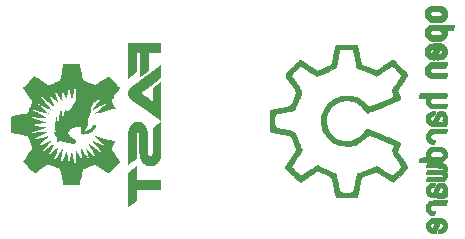
<source format=gbr>
%TF.GenerationSoftware,KiCad,Pcbnew,9.0.1*%
%TF.CreationDate,2025-05-07T00:20:05-04:00*%
%TF.ProjectId,nano_shield,6e616e6f-2d73-4686-9965-6c642e6b6963,rev?*%
%TF.SameCoordinates,Original*%
%TF.FileFunction,Legend,Bot*%
%TF.FilePolarity,Positive*%
%FSLAX46Y46*%
G04 Gerber Fmt 4.6, Leading zero omitted, Abs format (unit mm)*
G04 Created by KiCad (PCBNEW 9.0.1) date 2025-05-07 00:20:05*
%MOMM*%
%LPD*%
G01*
G04 APERTURE LIST*
G04 Aperture macros list*
%AMRoundRect*
0 Rectangle with rounded corners*
0 $1 Rounding radius*
0 $2 $3 $4 $5 $6 $7 $8 $9 X,Y pos of 4 corners*
0 Add a 4 corners polygon primitive as box body*
4,1,4,$2,$3,$4,$5,$6,$7,$8,$9,$2,$3,0*
0 Add four circle primitives for the rounded corners*
1,1,$1+$1,$2,$3*
1,1,$1+$1,$4,$5*
1,1,$1+$1,$6,$7*
1,1,$1+$1,$8,$9*
0 Add four rect primitives between the rounded corners*
20,1,$1+$1,$2,$3,$4,$5,0*
20,1,$1+$1,$4,$5,$6,$7,0*
20,1,$1+$1,$6,$7,$8,$9,0*
20,1,$1+$1,$8,$9,$2,$3,0*%
G04 Aperture macros list end*
%ADD10C,0.025000*%
%ADD11C,0.000000*%
%ADD12R,1.700000X1.700000*%
%ADD13C,1.700000*%
%ADD14R,1.600000X1.600000*%
%ADD15O,1.600000X1.600000*%
%ADD16C,3.200000*%
%ADD17RoundRect,0.250001X0.949999X0.949999X-0.949999X0.949999X-0.949999X-0.949999X0.949999X-0.949999X0*%
%ADD18C,2.400000*%
%ADD19R,3.500000X3.500000*%
%ADD20RoundRect,0.750000X-0.750000X-1.000000X0.750000X-1.000000X0.750000X1.000000X-0.750000X1.000000X0*%
%ADD21RoundRect,0.875000X-0.875000X-0.875000X0.875000X-0.875000X0.875000X0.875000X-0.875000X0.875000X0*%
%ADD22RoundRect,0.250001X0.949999X-0.949999X0.949999X0.949999X-0.949999X0.949999X-0.949999X-0.949999X0*%
G04 APERTURE END LIST*
D10*
%TO.C,G\u002A\u002A\u002A*%
X144329421Y-84773664D02*
X144423588Y-84774151D01*
X144510104Y-84775072D01*
X144586717Y-84776441D01*
X144651175Y-84778270D01*
X144701228Y-84780573D01*
X144734624Y-84783362D01*
X144749110Y-84786650D01*
X144761426Y-84806609D01*
X144766667Y-84835096D01*
X144762265Y-84864811D01*
X144750273Y-84905583D01*
X144732709Y-84952820D01*
X144711593Y-85002090D01*
X144688943Y-85048961D01*
X144666777Y-85088999D01*
X144647116Y-85117772D01*
X144631977Y-85130847D01*
X144630928Y-85131064D01*
X144613253Y-85132337D01*
X144576899Y-85133737D01*
X144523962Y-85135221D01*
X144456544Y-85136744D01*
X144376743Y-85138263D01*
X144286659Y-85139732D01*
X144188392Y-85141109D01*
X144084042Y-85142350D01*
X143974267Y-85143575D01*
X143862091Y-85145030D01*
X143767762Y-85146679D01*
X143689478Y-85148728D01*
X143625440Y-85151379D01*
X143573847Y-85154838D01*
X143532898Y-85159309D01*
X143500791Y-85164995D01*
X143475728Y-85172101D01*
X143455906Y-85180832D01*
X143439525Y-85191391D01*
X143424785Y-85203983D01*
X143409884Y-85218812D01*
X143381258Y-85252340D01*
X143344945Y-85316718D01*
X143328197Y-85384187D01*
X143331111Y-85452204D01*
X143353781Y-85518227D01*
X143396305Y-85579714D01*
X143424472Y-85608104D01*
X143469093Y-85639826D01*
X143521017Y-85659769D01*
X143586815Y-85671085D01*
X143641532Y-85677576D01*
X143688734Y-85685543D01*
X143720281Y-85695206D01*
X143739140Y-85707963D01*
X143748280Y-85725216D01*
X143750667Y-85748364D01*
X143750666Y-85748506D01*
X143746039Y-85771758D01*
X143733778Y-85807605D01*
X143716035Y-85851417D01*
X143694968Y-85898565D01*
X143672730Y-85944419D01*
X143651478Y-85984350D01*
X143633364Y-86013726D01*
X143620544Y-86027921D01*
X143600886Y-86032992D01*
X143564614Y-86035534D01*
X143518814Y-86034517D01*
X143510355Y-86033922D01*
X143416192Y-86016596D01*
X143322333Y-85981267D01*
X143232665Y-85930493D01*
X143151075Y-85866835D01*
X143081451Y-85792853D01*
X143027680Y-85711106D01*
X142997272Y-85646355D01*
X142973671Y-85573832D01*
X142960810Y-85496626D01*
X142956917Y-85407125D01*
X142956957Y-85397470D01*
X142963870Y-85293157D01*
X142983935Y-85201990D01*
X143019011Y-85119493D01*
X143070958Y-85041191D01*
X143141635Y-84962608D01*
X143182985Y-84923835D01*
X143260479Y-84864812D01*
X143340612Y-84822495D01*
X143427875Y-84794242D01*
X143432554Y-84793294D01*
X143462281Y-84789854D01*
X143509124Y-84786706D01*
X143570832Y-84783864D01*
X143645152Y-84781339D01*
X143729833Y-84779146D01*
X143822624Y-84777297D01*
X143921274Y-84775804D01*
X144023530Y-84774682D01*
X144127141Y-84773943D01*
X144229855Y-84773599D01*
X144329421Y-84773664D01*
G36*
X144329421Y-84773664D02*
G01*
X144423588Y-84774151D01*
X144510104Y-84775072D01*
X144586717Y-84776441D01*
X144651175Y-84778270D01*
X144701228Y-84780573D01*
X144734624Y-84783362D01*
X144749110Y-84786650D01*
X144761426Y-84806609D01*
X144766667Y-84835096D01*
X144762265Y-84864811D01*
X144750273Y-84905583D01*
X144732709Y-84952820D01*
X144711593Y-85002090D01*
X144688943Y-85048961D01*
X144666777Y-85088999D01*
X144647116Y-85117772D01*
X144631977Y-85130847D01*
X144630928Y-85131064D01*
X144613253Y-85132337D01*
X144576899Y-85133737D01*
X144523962Y-85135221D01*
X144456544Y-85136744D01*
X144376743Y-85138263D01*
X144286659Y-85139732D01*
X144188392Y-85141109D01*
X144084042Y-85142350D01*
X143974267Y-85143575D01*
X143862091Y-85145030D01*
X143767762Y-85146679D01*
X143689478Y-85148728D01*
X143625440Y-85151379D01*
X143573847Y-85154838D01*
X143532898Y-85159309D01*
X143500791Y-85164995D01*
X143475728Y-85172101D01*
X143455906Y-85180832D01*
X143439525Y-85191391D01*
X143424785Y-85203983D01*
X143409884Y-85218812D01*
X143381258Y-85252340D01*
X143344945Y-85316718D01*
X143328197Y-85384187D01*
X143331111Y-85452204D01*
X143353781Y-85518227D01*
X143396305Y-85579714D01*
X143424472Y-85608104D01*
X143469093Y-85639826D01*
X143521017Y-85659769D01*
X143586815Y-85671085D01*
X143641532Y-85677576D01*
X143688734Y-85685543D01*
X143720281Y-85695206D01*
X143739140Y-85707963D01*
X143748280Y-85725216D01*
X143750667Y-85748364D01*
X143750666Y-85748506D01*
X143746039Y-85771758D01*
X143733778Y-85807605D01*
X143716035Y-85851417D01*
X143694968Y-85898565D01*
X143672730Y-85944419D01*
X143651478Y-85984350D01*
X143633364Y-86013726D01*
X143620544Y-86027921D01*
X143600886Y-86032992D01*
X143564614Y-86035534D01*
X143518814Y-86034517D01*
X143510355Y-86033922D01*
X143416192Y-86016596D01*
X143322333Y-85981267D01*
X143232665Y-85930493D01*
X143151075Y-85866835D01*
X143081451Y-85792853D01*
X143027680Y-85711106D01*
X142997272Y-85646355D01*
X142973671Y-85573832D01*
X142960810Y-85496626D01*
X142956917Y-85407125D01*
X142956957Y-85397470D01*
X142963870Y-85293157D01*
X142983935Y-85201990D01*
X143019011Y-85119493D01*
X143070958Y-85041191D01*
X143141635Y-84962608D01*
X143182985Y-84923835D01*
X143260479Y-84864812D01*
X143340612Y-84822495D01*
X143427875Y-84794242D01*
X143432554Y-84793294D01*
X143462281Y-84789854D01*
X143509124Y-84786706D01*
X143570832Y-84783864D01*
X143645152Y-84781339D01*
X143729833Y-84779146D01*
X143822624Y-84777297D01*
X143921274Y-84775804D01*
X144023530Y-84774682D01*
X144127141Y-84773943D01*
X144229855Y-84773599D01*
X144329421Y-84773664D01*
G37*
X143985683Y-78736266D02*
X144124394Y-78736725D01*
X144233186Y-78737254D01*
X144345712Y-78737865D01*
X144440101Y-78738510D01*
X144518006Y-78739251D01*
X144581078Y-78740154D01*
X144630971Y-78741281D01*
X144669336Y-78742696D01*
X144697828Y-78744462D01*
X144718097Y-78746643D01*
X144731796Y-78749303D01*
X144740579Y-78752506D01*
X144746097Y-78756314D01*
X144750003Y-78760792D01*
X144759761Y-78778141D01*
X144766330Y-78803946D01*
X144762422Y-78826208D01*
X144750784Y-78862340D01*
X144733519Y-78906902D01*
X144712756Y-78955168D01*
X144690621Y-79002413D01*
X144669242Y-79043909D01*
X144650745Y-79074930D01*
X144637258Y-79090750D01*
X144634570Y-79091439D01*
X144613850Y-79093261D01*
X144574784Y-79095159D01*
X144519390Y-79097083D01*
X144449687Y-79098981D01*
X144367694Y-79100800D01*
X144275430Y-79102491D01*
X144174914Y-79104001D01*
X144068167Y-79105277D01*
X144036373Y-79105611D01*
X143918554Y-79106882D01*
X143819634Y-79108061D01*
X143737790Y-79109234D01*
X143671199Y-79110489D01*
X143618040Y-79111912D01*
X143576489Y-79113591D01*
X143544724Y-79115614D01*
X143520922Y-79118066D01*
X143503261Y-79121035D01*
X143489917Y-79124609D01*
X143479069Y-79128874D01*
X143468894Y-79133917D01*
X143429874Y-79158966D01*
X143380237Y-79210391D01*
X143346470Y-79274321D01*
X143330136Y-79348340D01*
X143329360Y-79358980D01*
X143335068Y-79431787D01*
X143360016Y-79496540D01*
X143403333Y-79551636D01*
X143464146Y-79595466D01*
X143487243Y-79607109D01*
X143520842Y-79619362D01*
X143559596Y-79626699D01*
X143611497Y-79631048D01*
X143619634Y-79631537D01*
X143675514Y-79637004D01*
X143715035Y-79646870D01*
X143739190Y-79663476D01*
X143748974Y-79689162D01*
X143745382Y-79726266D01*
X143729408Y-79777130D01*
X143702047Y-79844094D01*
X143683931Y-79885635D01*
X143662229Y-79931790D01*
X143643523Y-79963084D01*
X143624793Y-79982309D01*
X143603019Y-79992258D01*
X143575179Y-79995723D01*
X143538253Y-79995497D01*
X143448053Y-79985081D01*
X143348674Y-79955038D01*
X143255023Y-79907480D01*
X143169657Y-79844338D01*
X143095132Y-79767541D01*
X143034009Y-79679022D01*
X142988844Y-79580711D01*
X142983723Y-79564728D01*
X142970097Y-79502388D01*
X142961180Y-79429335D01*
X142957436Y-79353238D01*
X142959326Y-79281766D01*
X142967310Y-79222587D01*
X142968080Y-79219174D01*
X142999698Y-79124799D01*
X143048820Y-79034547D01*
X143112544Y-78951257D01*
X143187970Y-78877772D01*
X143272197Y-78816930D01*
X143362323Y-78771574D01*
X143455450Y-78744544D01*
X143474482Y-78742543D01*
X143515776Y-78740488D01*
X143576149Y-78738819D01*
X143654462Y-78737549D01*
X143749581Y-78736691D01*
X143860366Y-78736259D01*
X143985683Y-78736266D01*
G36*
X143985683Y-78736266D02*
G01*
X144124394Y-78736725D01*
X144233186Y-78737254D01*
X144345712Y-78737865D01*
X144440101Y-78738510D01*
X144518006Y-78739251D01*
X144581078Y-78740154D01*
X144630971Y-78741281D01*
X144669336Y-78742696D01*
X144697828Y-78744462D01*
X144718097Y-78746643D01*
X144731796Y-78749303D01*
X144740579Y-78752506D01*
X144746097Y-78756314D01*
X144750003Y-78760792D01*
X144759761Y-78778141D01*
X144766330Y-78803946D01*
X144762422Y-78826208D01*
X144750784Y-78862340D01*
X144733519Y-78906902D01*
X144712756Y-78955168D01*
X144690621Y-79002413D01*
X144669242Y-79043909D01*
X144650745Y-79074930D01*
X144637258Y-79090750D01*
X144634570Y-79091439D01*
X144613850Y-79093261D01*
X144574784Y-79095159D01*
X144519390Y-79097083D01*
X144449687Y-79098981D01*
X144367694Y-79100800D01*
X144275430Y-79102491D01*
X144174914Y-79104001D01*
X144068167Y-79105277D01*
X144036373Y-79105611D01*
X143918554Y-79106882D01*
X143819634Y-79108061D01*
X143737790Y-79109234D01*
X143671199Y-79110489D01*
X143618040Y-79111912D01*
X143576489Y-79113591D01*
X143544724Y-79115614D01*
X143520922Y-79118066D01*
X143503261Y-79121035D01*
X143489917Y-79124609D01*
X143479069Y-79128874D01*
X143468894Y-79133917D01*
X143429874Y-79158966D01*
X143380237Y-79210391D01*
X143346470Y-79274321D01*
X143330136Y-79348340D01*
X143329360Y-79358980D01*
X143335068Y-79431787D01*
X143360016Y-79496540D01*
X143403333Y-79551636D01*
X143464146Y-79595466D01*
X143487243Y-79607109D01*
X143520842Y-79619362D01*
X143559596Y-79626699D01*
X143611497Y-79631048D01*
X143619634Y-79631537D01*
X143675514Y-79637004D01*
X143715035Y-79646870D01*
X143739190Y-79663476D01*
X143748974Y-79689162D01*
X143745382Y-79726266D01*
X143729408Y-79777130D01*
X143702047Y-79844094D01*
X143683931Y-79885635D01*
X143662229Y-79931790D01*
X143643523Y-79963084D01*
X143624793Y-79982309D01*
X143603019Y-79992258D01*
X143575179Y-79995723D01*
X143538253Y-79995497D01*
X143448053Y-79985081D01*
X143348674Y-79955038D01*
X143255023Y-79907480D01*
X143169657Y-79844338D01*
X143095132Y-79767541D01*
X143034009Y-79679022D01*
X142988844Y-79580711D01*
X142983723Y-79564728D01*
X142970097Y-79502388D01*
X142961180Y-79429335D01*
X142957436Y-79353238D01*
X142959326Y-79281766D01*
X142967310Y-79222587D01*
X142968080Y-79219174D01*
X142999698Y-79124799D01*
X143048820Y-79034547D01*
X143112544Y-78951257D01*
X143187970Y-78877772D01*
X143272197Y-78816930D01*
X143362323Y-78771574D01*
X143455450Y-78744544D01*
X143474482Y-78742543D01*
X143515776Y-78740488D01*
X143576149Y-78738819D01*
X143654462Y-78737549D01*
X143749581Y-78736691D01*
X143860366Y-78736259D01*
X143985683Y-78736266D01*
G37*
X144726136Y-69247571D02*
X144695516Y-69315167D01*
X144652942Y-69381456D01*
X144573497Y-69475847D01*
X144481929Y-69553042D01*
X144378622Y-69612740D01*
X144263958Y-69654640D01*
X144261552Y-69655297D01*
X144239009Y-69661214D01*
X144217699Y-69665941D01*
X144195134Y-69669570D01*
X144168826Y-69672191D01*
X144136285Y-69673896D01*
X144095024Y-69674774D01*
X144042553Y-69674917D01*
X143976384Y-69674417D01*
X143894030Y-69673363D01*
X143793000Y-69671848D01*
X143740194Y-69671012D01*
X143640816Y-69669204D01*
X143559008Y-69667146D01*
X143492313Y-69664551D01*
X143438277Y-69661129D01*
X143394442Y-69656590D01*
X143358354Y-69650647D01*
X143327555Y-69643009D01*
X143299591Y-69633387D01*
X143272006Y-69621494D01*
X143242344Y-69607040D01*
X143218281Y-69594340D01*
X143120693Y-69529027D01*
X143034908Y-69448719D01*
X142963181Y-69356217D01*
X142907767Y-69254321D01*
X142870922Y-69145833D01*
X142868843Y-69136419D01*
X142861409Y-69081489D01*
X142857958Y-69015326D01*
X142858053Y-69002641D01*
X143330523Y-69002641D01*
X143344032Y-69061562D01*
X143371603Y-69115427D01*
X143410421Y-69159118D01*
X143457668Y-69187518D01*
X143471389Y-69190193D01*
X143506932Y-69193167D01*
X143561329Y-69195550D01*
X143633276Y-69197301D01*
X143721473Y-69198381D01*
X143824616Y-69198750D01*
X144161771Y-69198750D01*
X144207512Y-69163862D01*
X144222407Y-69151391D01*
X144253795Y-69118943D01*
X144276953Y-69087133D01*
X144285939Y-69068786D01*
X144299197Y-69012474D01*
X144294976Y-68954439D01*
X144275096Y-68898692D01*
X144241383Y-68849243D01*
X144195657Y-68810101D01*
X144139743Y-68785277D01*
X144132924Y-68783761D01*
X144101173Y-68780075D01*
X144051568Y-68777589D01*
X143983288Y-68776286D01*
X143895512Y-68776147D01*
X143787421Y-68777152D01*
X143480216Y-68781225D01*
X143431154Y-68809977D01*
X143384898Y-68845344D01*
X143349330Y-68895842D01*
X143331344Y-68957998D01*
X143330523Y-69002641D01*
X142858053Y-69002641D01*
X142858479Y-68945820D01*
X142862959Y-68880859D01*
X142871387Y-68828333D01*
X142875012Y-68814585D01*
X142895614Y-68756469D01*
X142924678Y-68692493D01*
X142958222Y-68630848D01*
X142992266Y-68579721D01*
X142997461Y-68573067D01*
X143048199Y-68517567D01*
X143109810Y-68462690D01*
X143175130Y-68414331D01*
X143236994Y-68378384D01*
X143269439Y-68363041D01*
X143302404Y-68348658D01*
X143333999Y-68337076D01*
X143366728Y-68328019D01*
X143403095Y-68321210D01*
X143445603Y-68316374D01*
X143496756Y-68313233D01*
X143559058Y-68311513D01*
X143635013Y-68310936D01*
X143727125Y-68311227D01*
X143837897Y-68312109D01*
X143933673Y-68313017D01*
X144018643Y-68314010D01*
X144087029Y-68315152D01*
X144141206Y-68316582D01*
X144183553Y-68318436D01*
X144216445Y-68320851D01*
X144242260Y-68323966D01*
X144263373Y-68327917D01*
X144282161Y-68332842D01*
X144301000Y-68338878D01*
X144376632Y-68369842D01*
X144475395Y-68427766D01*
X144564516Y-68500590D01*
X144641200Y-68585539D01*
X144702652Y-68679836D01*
X144746076Y-68780708D01*
X144752602Y-68805108D01*
X144761080Y-68847704D01*
X144767421Y-68891833D01*
X144767609Y-68893553D01*
X144771415Y-68982691D01*
X144765098Y-69075377D01*
X144749667Y-69165656D01*
X144740160Y-69198750D01*
X144726136Y-69247571D01*
G36*
X144726136Y-69247571D02*
G01*
X144695516Y-69315167D01*
X144652942Y-69381456D01*
X144573497Y-69475847D01*
X144481929Y-69553042D01*
X144378622Y-69612740D01*
X144263958Y-69654640D01*
X144261552Y-69655297D01*
X144239009Y-69661214D01*
X144217699Y-69665941D01*
X144195134Y-69669570D01*
X144168826Y-69672191D01*
X144136285Y-69673896D01*
X144095024Y-69674774D01*
X144042553Y-69674917D01*
X143976384Y-69674417D01*
X143894030Y-69673363D01*
X143793000Y-69671848D01*
X143740194Y-69671012D01*
X143640816Y-69669204D01*
X143559008Y-69667146D01*
X143492313Y-69664551D01*
X143438277Y-69661129D01*
X143394442Y-69656590D01*
X143358354Y-69650647D01*
X143327555Y-69643009D01*
X143299591Y-69633387D01*
X143272006Y-69621494D01*
X143242344Y-69607040D01*
X143218281Y-69594340D01*
X143120693Y-69529027D01*
X143034908Y-69448719D01*
X142963181Y-69356217D01*
X142907767Y-69254321D01*
X142870922Y-69145833D01*
X142868843Y-69136419D01*
X142861409Y-69081489D01*
X142857958Y-69015326D01*
X142858053Y-69002641D01*
X143330523Y-69002641D01*
X143344032Y-69061562D01*
X143371603Y-69115427D01*
X143410421Y-69159118D01*
X143457668Y-69187518D01*
X143471389Y-69190193D01*
X143506932Y-69193167D01*
X143561329Y-69195550D01*
X143633276Y-69197301D01*
X143721473Y-69198381D01*
X143824616Y-69198750D01*
X144161771Y-69198750D01*
X144207512Y-69163862D01*
X144222407Y-69151391D01*
X144253795Y-69118943D01*
X144276953Y-69087133D01*
X144285939Y-69068786D01*
X144299197Y-69012474D01*
X144294976Y-68954439D01*
X144275096Y-68898692D01*
X144241383Y-68849243D01*
X144195657Y-68810101D01*
X144139743Y-68785277D01*
X144132924Y-68783761D01*
X144101173Y-68780075D01*
X144051568Y-68777589D01*
X143983288Y-68776286D01*
X143895512Y-68776147D01*
X143787421Y-68777152D01*
X143480216Y-68781225D01*
X143431154Y-68809977D01*
X143384898Y-68845344D01*
X143349330Y-68895842D01*
X143331344Y-68957998D01*
X143330523Y-69002641D01*
X142858053Y-69002641D01*
X142858479Y-68945820D01*
X142862959Y-68880859D01*
X142871387Y-68828333D01*
X142875012Y-68814585D01*
X142895614Y-68756469D01*
X142924678Y-68692493D01*
X142958222Y-68630848D01*
X142992266Y-68579721D01*
X142997461Y-68573067D01*
X143048199Y-68517567D01*
X143109810Y-68462690D01*
X143175130Y-68414331D01*
X143236994Y-68378384D01*
X143269439Y-68363041D01*
X143302404Y-68348658D01*
X143333999Y-68337076D01*
X143366728Y-68328019D01*
X143403095Y-68321210D01*
X143445603Y-68316374D01*
X143496756Y-68313233D01*
X143559058Y-68311513D01*
X143635013Y-68310936D01*
X143727125Y-68311227D01*
X143837897Y-68312109D01*
X143933673Y-68313017D01*
X144018643Y-68314010D01*
X144087029Y-68315152D01*
X144141206Y-68316582D01*
X144183553Y-68318436D01*
X144216445Y-68320851D01*
X144242260Y-68323966D01*
X144263373Y-68327917D01*
X144282161Y-68332842D01*
X144301000Y-68338878D01*
X144376632Y-68369842D01*
X144475395Y-68427766D01*
X144564516Y-68500590D01*
X144641200Y-68585539D01*
X144702652Y-68679836D01*
X144746076Y-68780708D01*
X144752602Y-68805108D01*
X144761080Y-68847704D01*
X144767421Y-68891833D01*
X144767609Y-68893553D01*
X144771415Y-68982691D01*
X144765098Y-69075377D01*
X144749667Y-69165656D01*
X144740160Y-69198750D01*
X144726136Y-69247571D01*
G37*
X144667321Y-81225131D02*
X144597861Y-81311452D01*
X144515581Y-81385676D01*
X144423306Y-81444930D01*
X144323859Y-81486342D01*
X144316596Y-81488526D01*
X144303956Y-81491884D01*
X144289768Y-81494814D01*
X144272629Y-81497344D01*
X144251140Y-81499503D01*
X144223899Y-81501321D01*
X144189504Y-81502827D01*
X144146554Y-81504050D01*
X144093647Y-81505019D01*
X144029383Y-81505765D01*
X143952360Y-81506315D01*
X143861177Y-81506700D01*
X143754433Y-81506948D01*
X143630726Y-81507089D01*
X143488655Y-81507152D01*
X143326818Y-81507167D01*
X142397200Y-81507167D01*
X142380725Y-81483645D01*
X142376535Y-81477353D01*
X142367141Y-81456335D01*
X142366223Y-81432687D01*
X142374243Y-81401043D01*
X142391660Y-81356035D01*
X142416684Y-81297533D01*
X142445879Y-81234880D01*
X142470096Y-81190639D01*
X142489941Y-81163730D01*
X142506024Y-81153070D01*
X142509987Y-81152536D01*
X142533813Y-81150887D01*
X142574095Y-81149038D01*
X142627400Y-81147116D01*
X142690294Y-81145252D01*
X142759343Y-81143573D01*
X142788201Y-81142906D01*
X142853265Y-81141095D01*
X142909658Y-81139100D01*
X142954258Y-81137056D01*
X142983940Y-81135098D01*
X142995582Y-81133362D01*
X142996216Y-81127842D01*
X142992020Y-81106902D01*
X142982681Y-81076899D01*
X142973439Y-81042674D01*
X142964244Y-80982679D01*
X142959261Y-80913860D01*
X142958792Y-80854327D01*
X143327079Y-80854327D01*
X143332138Y-80922768D01*
X143354686Y-80988858D01*
X143393908Y-81047773D01*
X143411383Y-81067623D01*
X143428283Y-81085437D01*
X143445158Y-81099588D01*
X143464362Y-81110497D01*
X143488249Y-81118585D01*
X143519175Y-81124273D01*
X143559494Y-81127983D01*
X143611560Y-81130135D01*
X143677729Y-81131151D01*
X143760354Y-81131452D01*
X143861792Y-81131458D01*
X144221625Y-81131458D01*
X144269993Y-81103023D01*
X144308803Y-81074140D01*
X144353681Y-81022919D01*
X144385075Y-80964082D01*
X144392870Y-80930052D01*
X144395381Y-80880369D01*
X144391006Y-80829958D01*
X144380043Y-80789127D01*
X144377383Y-80783242D01*
X144346184Y-80731574D01*
X144304969Y-80683621D01*
X144260910Y-80647885D01*
X144251247Y-80642060D01*
X144240104Y-80636567D01*
X144226751Y-80632278D01*
X144208820Y-80629044D01*
X144183940Y-80626716D01*
X144149742Y-80625146D01*
X144103856Y-80624184D01*
X144043913Y-80623681D01*
X143967543Y-80623489D01*
X143872375Y-80623458D01*
X143819758Y-80623552D01*
X143737695Y-80624081D01*
X143663027Y-80625026D01*
X143598510Y-80626327D01*
X143546896Y-80627922D01*
X143510939Y-80629751D01*
X143493395Y-80631754D01*
X143473037Y-80640701D01*
X143437639Y-80665527D01*
X143401020Y-80699291D01*
X143368934Y-80736491D01*
X143347135Y-80771625D01*
X143340327Y-80788356D01*
X143327079Y-80854327D01*
X142958792Y-80854327D01*
X142958704Y-80843152D01*
X142962789Y-80777487D01*
X142971731Y-80723798D01*
X142992908Y-80653814D01*
X143028217Y-80575920D01*
X143076437Y-80504005D01*
X143141184Y-80431836D01*
X143161427Y-80412213D01*
X143250425Y-80340941D01*
X143343613Y-80290110D01*
X143441625Y-80259359D01*
X143448755Y-80258115D01*
X143484383Y-80254526D01*
X143536496Y-80251656D01*
X143601956Y-80249491D01*
X143677626Y-80248015D01*
X143760370Y-80247215D01*
X143847050Y-80247075D01*
X143934529Y-80247582D01*
X144019671Y-80248719D01*
X144099338Y-80250473D01*
X144170394Y-80252829D01*
X144229700Y-80255773D01*
X144274122Y-80259289D01*
X144300520Y-80263364D01*
X144345928Y-80277141D01*
X144428936Y-80313412D01*
X144506092Y-80363983D01*
X144582694Y-80432017D01*
X144639995Y-80494288D01*
X144690257Y-80564581D01*
X144727954Y-80640243D01*
X144757015Y-80727944D01*
X144759295Y-80736842D01*
X144770614Y-80810589D01*
X144772655Y-80893569D01*
X144765608Y-80977264D01*
X144749669Y-81053155D01*
X144721139Y-81129585D01*
X144720084Y-81131458D01*
X144667321Y-81225131D01*
G36*
X144667321Y-81225131D02*
G01*
X144597861Y-81311452D01*
X144515581Y-81385676D01*
X144423306Y-81444930D01*
X144323859Y-81486342D01*
X144316596Y-81488526D01*
X144303956Y-81491884D01*
X144289768Y-81494814D01*
X144272629Y-81497344D01*
X144251140Y-81499503D01*
X144223899Y-81501321D01*
X144189504Y-81502827D01*
X144146554Y-81504050D01*
X144093647Y-81505019D01*
X144029383Y-81505765D01*
X143952360Y-81506315D01*
X143861177Y-81506700D01*
X143754433Y-81506948D01*
X143630726Y-81507089D01*
X143488655Y-81507152D01*
X143326818Y-81507167D01*
X142397200Y-81507167D01*
X142380725Y-81483645D01*
X142376535Y-81477353D01*
X142367141Y-81456335D01*
X142366223Y-81432687D01*
X142374243Y-81401043D01*
X142391660Y-81356035D01*
X142416684Y-81297533D01*
X142445879Y-81234880D01*
X142470096Y-81190639D01*
X142489941Y-81163730D01*
X142506024Y-81153070D01*
X142509987Y-81152536D01*
X142533813Y-81150887D01*
X142574095Y-81149038D01*
X142627400Y-81147116D01*
X142690294Y-81145252D01*
X142759343Y-81143573D01*
X142788201Y-81142906D01*
X142853265Y-81141095D01*
X142909658Y-81139100D01*
X142954258Y-81137056D01*
X142983940Y-81135098D01*
X142995582Y-81133362D01*
X142996216Y-81127842D01*
X142992020Y-81106902D01*
X142982681Y-81076899D01*
X142973439Y-81042674D01*
X142964244Y-80982679D01*
X142959261Y-80913860D01*
X142958792Y-80854327D01*
X143327079Y-80854327D01*
X143332138Y-80922768D01*
X143354686Y-80988858D01*
X143393908Y-81047773D01*
X143411383Y-81067623D01*
X143428283Y-81085437D01*
X143445158Y-81099588D01*
X143464362Y-81110497D01*
X143488249Y-81118585D01*
X143519175Y-81124273D01*
X143559494Y-81127983D01*
X143611560Y-81130135D01*
X143677729Y-81131151D01*
X143760354Y-81131452D01*
X143861792Y-81131458D01*
X144221625Y-81131458D01*
X144269993Y-81103023D01*
X144308803Y-81074140D01*
X144353681Y-81022919D01*
X144385075Y-80964082D01*
X144392870Y-80930052D01*
X144395381Y-80880369D01*
X144391006Y-80829958D01*
X144380043Y-80789127D01*
X144377383Y-80783242D01*
X144346184Y-80731574D01*
X144304969Y-80683621D01*
X144260910Y-80647885D01*
X144251247Y-80642060D01*
X144240104Y-80636567D01*
X144226751Y-80632278D01*
X144208820Y-80629044D01*
X144183940Y-80626716D01*
X144149742Y-80625146D01*
X144103856Y-80624184D01*
X144043913Y-80623681D01*
X143967543Y-80623489D01*
X143872375Y-80623458D01*
X143819758Y-80623552D01*
X143737695Y-80624081D01*
X143663027Y-80625026D01*
X143598510Y-80626327D01*
X143546896Y-80627922D01*
X143510939Y-80629751D01*
X143493395Y-80631754D01*
X143473037Y-80640701D01*
X143437639Y-80665527D01*
X143401020Y-80699291D01*
X143368934Y-80736491D01*
X143347135Y-80771625D01*
X143340327Y-80788356D01*
X143327079Y-80854327D01*
X142958792Y-80854327D01*
X142958704Y-80843152D01*
X142962789Y-80777487D01*
X142971731Y-80723798D01*
X142992908Y-80653814D01*
X143028217Y-80575920D01*
X143076437Y-80504005D01*
X143141184Y-80431836D01*
X143161427Y-80412213D01*
X143250425Y-80340941D01*
X143343613Y-80290110D01*
X143441625Y-80259359D01*
X143448755Y-80258115D01*
X143484383Y-80254526D01*
X143536496Y-80251656D01*
X143601956Y-80249491D01*
X143677626Y-80248015D01*
X143760370Y-80247215D01*
X143847050Y-80247075D01*
X143934529Y-80247582D01*
X144019671Y-80248719D01*
X144099338Y-80250473D01*
X144170394Y-80252829D01*
X144229700Y-80255773D01*
X144274122Y-80259289D01*
X144300520Y-80263364D01*
X144345928Y-80277141D01*
X144428936Y-80313412D01*
X144506092Y-80363983D01*
X144582694Y-80432017D01*
X144639995Y-80494288D01*
X144690257Y-80564581D01*
X144727954Y-80640243D01*
X144757015Y-80727944D01*
X144759295Y-80736842D01*
X144770614Y-80810589D01*
X144772655Y-80893569D01*
X144765608Y-80977264D01*
X144749669Y-81053155D01*
X144721139Y-81129585D01*
X144720084Y-81131458D01*
X144667321Y-81225131D01*
G37*
X144738876Y-70798499D02*
X144704235Y-70882784D01*
X144647869Y-70973936D01*
X144576265Y-71057645D01*
X144492536Y-71130821D01*
X144399797Y-71190370D01*
X144301162Y-71233199D01*
X144283464Y-71238790D01*
X144264574Y-71243701D01*
X144243357Y-71247661D01*
X144217456Y-71250806D01*
X144184518Y-71253270D01*
X144142188Y-71255189D01*
X144088110Y-71256696D01*
X144019931Y-71257929D01*
X143935295Y-71259020D01*
X143831848Y-71260107D01*
X143431487Y-71264081D01*
X143345710Y-71236414D01*
X143322183Y-71228385D01*
X143211237Y-71177625D01*
X143111526Y-71110021D01*
X143024909Y-71027287D01*
X142953240Y-70931139D01*
X142898379Y-70823292D01*
X142894398Y-70813327D01*
X142882793Y-70780932D01*
X142874835Y-70749871D01*
X142869615Y-70714517D01*
X142866230Y-70669247D01*
X142863772Y-70608434D01*
X142862936Y-70579293D01*
X142862813Y-70564638D01*
X143327518Y-70564638D01*
X143335295Y-70624345D01*
X143358702Y-70681063D01*
X143395699Y-70729743D01*
X143444244Y-70765336D01*
X143456970Y-70771244D01*
X143471206Y-70775999D01*
X143489303Y-70779687D01*
X143513733Y-70782455D01*
X143546967Y-70784451D01*
X143591480Y-70785823D01*
X143649742Y-70786719D01*
X143724226Y-70787288D01*
X143817405Y-70787677D01*
X143827783Y-70787712D01*
X143923134Y-70787943D01*
X143999976Y-70787699D01*
X144060730Y-70786627D01*
X144107818Y-70784374D01*
X144143660Y-70780589D01*
X144170679Y-70774918D01*
X144191295Y-70767011D01*
X144207929Y-70756513D01*
X144223003Y-70743074D01*
X144238938Y-70726341D01*
X144240096Y-70725079D01*
X144264267Y-70694300D01*
X144283917Y-70662421D01*
X144299349Y-70613628D01*
X144298621Y-70554967D01*
X144279644Y-70495564D01*
X144243121Y-70439265D01*
X144238577Y-70433882D01*
X144224059Y-70417520D01*
X144209636Y-70404418D01*
X144192945Y-70394214D01*
X144171623Y-70386545D01*
X144143309Y-70381050D01*
X144105640Y-70377366D01*
X144056253Y-70375131D01*
X143992787Y-70373983D01*
X143912879Y-70373561D01*
X143814167Y-70373500D01*
X143760783Y-70373544D01*
X143672428Y-70373912D01*
X143602041Y-70374726D01*
X143547515Y-70376071D01*
X143506742Y-70378032D01*
X143477616Y-70380696D01*
X143458027Y-70384147D01*
X143445870Y-70388472D01*
X143424022Y-70402572D01*
X143388712Y-70433951D01*
X143357884Y-70470223D01*
X143338566Y-70503835D01*
X143337412Y-70506994D01*
X143327518Y-70564638D01*
X142862813Y-70564638D01*
X142862440Y-70520154D01*
X142864443Y-70474499D01*
X142869302Y-70436932D01*
X142877372Y-70402059D01*
X142885814Y-70373862D01*
X142925825Y-70277459D01*
X142982051Y-70188498D01*
X143056962Y-70102868D01*
X143063545Y-70096307D01*
X143128929Y-70036669D01*
X143192156Y-69991060D01*
X143260137Y-69955118D01*
X143339783Y-69924487D01*
X143421024Y-69897250D01*
X144386699Y-69897250D01*
X144460981Y-69897253D01*
X144617479Y-69897292D01*
X144754675Y-69897397D01*
X144873867Y-69897590D01*
X144976354Y-69897897D01*
X145063435Y-69898341D01*
X145136410Y-69898948D01*
X145196578Y-69899741D01*
X145245238Y-69900744D01*
X145283689Y-69901983D01*
X145313231Y-69903481D01*
X145335163Y-69905262D01*
X145350785Y-69907352D01*
X145361394Y-69909774D01*
X145368291Y-69912553D01*
X145372776Y-69915712D01*
X145374903Y-69917713D01*
X145387889Y-69939556D01*
X145388076Y-69971275D01*
X145387788Y-69973022D01*
X145380669Y-69997119D01*
X145366422Y-70035379D01*
X145346911Y-70083573D01*
X145324001Y-70137469D01*
X145299554Y-70192836D01*
X145275437Y-70245443D01*
X145253511Y-70291059D01*
X145235641Y-70325454D01*
X145223692Y-70344396D01*
X145222525Y-70345698D01*
X145214908Y-70351500D01*
X145202657Y-70355845D01*
X145183017Y-70358939D01*
X145153233Y-70360987D01*
X145110548Y-70362196D01*
X145052208Y-70362771D01*
X144975459Y-70362917D01*
X144743031Y-70362917D01*
X144749654Y-70386729D01*
X144765467Y-70462109D01*
X144773119Y-70573828D01*
X144764202Y-70687975D01*
X144741295Y-70787943D01*
X144738876Y-70798499D01*
G36*
X144738876Y-70798499D02*
G01*
X144704235Y-70882784D01*
X144647869Y-70973936D01*
X144576265Y-71057645D01*
X144492536Y-71130821D01*
X144399797Y-71190370D01*
X144301162Y-71233199D01*
X144283464Y-71238790D01*
X144264574Y-71243701D01*
X144243357Y-71247661D01*
X144217456Y-71250806D01*
X144184518Y-71253270D01*
X144142188Y-71255189D01*
X144088110Y-71256696D01*
X144019931Y-71257929D01*
X143935295Y-71259020D01*
X143831848Y-71260107D01*
X143431487Y-71264081D01*
X143345710Y-71236414D01*
X143322183Y-71228385D01*
X143211237Y-71177625D01*
X143111526Y-71110021D01*
X143024909Y-71027287D01*
X142953240Y-70931139D01*
X142898379Y-70823292D01*
X142894398Y-70813327D01*
X142882793Y-70780932D01*
X142874835Y-70749871D01*
X142869615Y-70714517D01*
X142866230Y-70669247D01*
X142863772Y-70608434D01*
X142862936Y-70579293D01*
X142862813Y-70564638D01*
X143327518Y-70564638D01*
X143335295Y-70624345D01*
X143358702Y-70681063D01*
X143395699Y-70729743D01*
X143444244Y-70765336D01*
X143456970Y-70771244D01*
X143471206Y-70775999D01*
X143489303Y-70779687D01*
X143513733Y-70782455D01*
X143546967Y-70784451D01*
X143591480Y-70785823D01*
X143649742Y-70786719D01*
X143724226Y-70787288D01*
X143817405Y-70787677D01*
X143827783Y-70787712D01*
X143923134Y-70787943D01*
X143999976Y-70787699D01*
X144060730Y-70786627D01*
X144107818Y-70784374D01*
X144143660Y-70780589D01*
X144170679Y-70774918D01*
X144191295Y-70767011D01*
X144207929Y-70756513D01*
X144223003Y-70743074D01*
X144238938Y-70726341D01*
X144240096Y-70725079D01*
X144264267Y-70694300D01*
X144283917Y-70662421D01*
X144299349Y-70613628D01*
X144298621Y-70554967D01*
X144279644Y-70495564D01*
X144243121Y-70439265D01*
X144238577Y-70433882D01*
X144224059Y-70417520D01*
X144209636Y-70404418D01*
X144192945Y-70394214D01*
X144171623Y-70386545D01*
X144143309Y-70381050D01*
X144105640Y-70377366D01*
X144056253Y-70375131D01*
X143992787Y-70373983D01*
X143912879Y-70373561D01*
X143814167Y-70373500D01*
X143760783Y-70373544D01*
X143672428Y-70373912D01*
X143602041Y-70374726D01*
X143547515Y-70376071D01*
X143506742Y-70378032D01*
X143477616Y-70380696D01*
X143458027Y-70384147D01*
X143445870Y-70388472D01*
X143424022Y-70402572D01*
X143388712Y-70433951D01*
X143357884Y-70470223D01*
X143338566Y-70503835D01*
X143337412Y-70506994D01*
X143327518Y-70564638D01*
X142862813Y-70564638D01*
X142862440Y-70520154D01*
X142864443Y-70474499D01*
X142869302Y-70436932D01*
X142877372Y-70402059D01*
X142885814Y-70373862D01*
X142925825Y-70277459D01*
X142982051Y-70188498D01*
X143056962Y-70102868D01*
X143063545Y-70096307D01*
X143128929Y-70036669D01*
X143192156Y-69991060D01*
X143260137Y-69955118D01*
X143339783Y-69924487D01*
X143421024Y-69897250D01*
X144386699Y-69897250D01*
X144460981Y-69897253D01*
X144617479Y-69897292D01*
X144754675Y-69897397D01*
X144873867Y-69897590D01*
X144976354Y-69897897D01*
X145063435Y-69898341D01*
X145136410Y-69898948D01*
X145196578Y-69899741D01*
X145245238Y-69900744D01*
X145283689Y-69901983D01*
X145313231Y-69903481D01*
X145335163Y-69905262D01*
X145350785Y-69907352D01*
X145361394Y-69909774D01*
X145368291Y-69912553D01*
X145372776Y-69915712D01*
X145374903Y-69917713D01*
X145387889Y-69939556D01*
X145388076Y-69971275D01*
X145387788Y-69973022D01*
X145380669Y-69997119D01*
X145366422Y-70035379D01*
X145346911Y-70083573D01*
X145324001Y-70137469D01*
X145299554Y-70192836D01*
X145275437Y-70245443D01*
X145253511Y-70291059D01*
X145235641Y-70325454D01*
X145223692Y-70344396D01*
X145222525Y-70345698D01*
X145214908Y-70351500D01*
X145202657Y-70355845D01*
X145183017Y-70358939D01*
X145153233Y-70360987D01*
X145110548Y-70362196D01*
X145052208Y-70362771D01*
X144975459Y-70362917D01*
X144743031Y-70362917D01*
X144749654Y-70386729D01*
X144765467Y-70462109D01*
X144773119Y-70573828D01*
X144764202Y-70687975D01*
X144741295Y-70787943D01*
X144738876Y-70798499D01*
G37*
X144544029Y-73073496D02*
X144606753Y-73074469D01*
X144656835Y-73076142D01*
X144695820Y-73078630D01*
X144725251Y-73082045D01*
X144746674Y-73086504D01*
X144761634Y-73092119D01*
X144771675Y-73099004D01*
X144778341Y-73107276D01*
X144783179Y-73117046D01*
X144787732Y-73128429D01*
X144793754Y-73143721D01*
X144797746Y-73154810D01*
X144797162Y-73157328D01*
X144790355Y-73175302D01*
X144777284Y-73207026D01*
X144759632Y-73248594D01*
X144739084Y-73296100D01*
X144717322Y-73345640D01*
X144696029Y-73393306D01*
X144676890Y-73435194D01*
X144673611Y-73442193D01*
X144650285Y-73486987D01*
X144630404Y-73514579D01*
X144611984Y-73527799D01*
X144598666Y-73529729D01*
X144565069Y-73531728D01*
X144513376Y-73533498D01*
X144445220Y-73535012D01*
X144362233Y-73536239D01*
X144266046Y-73537152D01*
X144158290Y-73537721D01*
X144040598Y-73537916D01*
X143952183Y-73537932D01*
X143844343Y-73538039D01*
X143754545Y-73538302D01*
X143680961Y-73538784D01*
X143621761Y-73539547D01*
X143575118Y-73540657D01*
X143539203Y-73542176D01*
X143512188Y-73544166D01*
X143492244Y-73546692D01*
X143477543Y-73549817D01*
X143466257Y-73553603D01*
X143456558Y-73558114D01*
X143429691Y-73573989D01*
X143380287Y-73618099D01*
X143347021Y-73670911D01*
X143330565Y-73729034D01*
X143331587Y-73789074D01*
X143350758Y-73847640D01*
X143388749Y-73901341D01*
X143392455Y-73905274D01*
X143404367Y-73917999D01*
X143415538Y-73928832D01*
X143427654Y-73937934D01*
X143442400Y-73945465D01*
X143461460Y-73951587D01*
X143486520Y-73956461D01*
X143519266Y-73960249D01*
X143561381Y-73963112D01*
X143614551Y-73965210D01*
X143680462Y-73966706D01*
X143760798Y-73967760D01*
X143857244Y-73968534D01*
X143971486Y-73969188D01*
X144105208Y-73969884D01*
X144107805Y-73969899D01*
X144241983Y-73970619D01*
X144356619Y-73971329D01*
X144453307Y-73972174D01*
X144533640Y-73973294D01*
X144599214Y-73974834D01*
X144651622Y-73976938D01*
X144692459Y-73979747D01*
X144723321Y-73983406D01*
X144745800Y-73988057D01*
X144761492Y-73993843D01*
X144771991Y-74000908D01*
X144778892Y-74009394D01*
X144783789Y-74019446D01*
X144788276Y-74031205D01*
X144789152Y-74033693D01*
X144791484Y-74050823D01*
X144787624Y-74073860D01*
X144776471Y-74107141D01*
X144756929Y-74155006D01*
X144756170Y-74156788D01*
X144718442Y-74243256D01*
X144685559Y-74314384D01*
X144658095Y-74369027D01*
X144636625Y-74406037D01*
X144621727Y-74424271D01*
X144617566Y-74425601D01*
X144594298Y-74428204D01*
X144553325Y-74430516D01*
X144496994Y-74432533D01*
X144427652Y-74434248D01*
X144347649Y-74435657D01*
X144259333Y-74436756D01*
X144165052Y-74437538D01*
X144067154Y-74437999D01*
X143967988Y-74438134D01*
X143869902Y-74437938D01*
X143775245Y-74437406D01*
X143686364Y-74436532D01*
X143605608Y-74435313D01*
X143535325Y-74433741D01*
X143477863Y-74431813D01*
X143435572Y-74429525D01*
X143410799Y-74426869D01*
X143347298Y-74411314D01*
X143243594Y-74369684D01*
X143146652Y-74310739D01*
X143059540Y-74236846D01*
X142985323Y-74150369D01*
X142927066Y-74053673D01*
X142913189Y-74024156D01*
X142887884Y-73959974D01*
X142871793Y-73897568D01*
X142863290Y-73829440D01*
X142860745Y-73748092D01*
X142861447Y-73709187D01*
X142871371Y-73613620D01*
X142894281Y-73526771D01*
X142931786Y-73441704D01*
X142962530Y-73388639D01*
X143035995Y-73292595D01*
X143124077Y-73211212D01*
X143225233Y-73145800D01*
X143337917Y-73097666D01*
X143343943Y-73095754D01*
X143357905Y-73092064D01*
X143374614Y-73088904D01*
X143395746Y-73086219D01*
X143422974Y-73083958D01*
X143457971Y-73082067D01*
X143502415Y-73080493D01*
X143557978Y-73079183D01*
X143626335Y-73078084D01*
X143709161Y-73077143D01*
X143808130Y-73076306D01*
X143924916Y-73075521D01*
X144061195Y-73074734D01*
X144135811Y-73074321D01*
X144264553Y-73073635D01*
X144374473Y-73073193D01*
X144467117Y-73073109D01*
X144544029Y-73073496D01*
G36*
X144544029Y-73073496D02*
G01*
X144606753Y-73074469D01*
X144656835Y-73076142D01*
X144695820Y-73078630D01*
X144725251Y-73082045D01*
X144746674Y-73086504D01*
X144761634Y-73092119D01*
X144771675Y-73099004D01*
X144778341Y-73107276D01*
X144783179Y-73117046D01*
X144787732Y-73128429D01*
X144793754Y-73143721D01*
X144797746Y-73154810D01*
X144797162Y-73157328D01*
X144790355Y-73175302D01*
X144777284Y-73207026D01*
X144759632Y-73248594D01*
X144739084Y-73296100D01*
X144717322Y-73345640D01*
X144696029Y-73393306D01*
X144676890Y-73435194D01*
X144673611Y-73442193D01*
X144650285Y-73486987D01*
X144630404Y-73514579D01*
X144611984Y-73527799D01*
X144598666Y-73529729D01*
X144565069Y-73531728D01*
X144513376Y-73533498D01*
X144445220Y-73535012D01*
X144362233Y-73536239D01*
X144266046Y-73537152D01*
X144158290Y-73537721D01*
X144040598Y-73537916D01*
X143952183Y-73537932D01*
X143844343Y-73538039D01*
X143754545Y-73538302D01*
X143680961Y-73538784D01*
X143621761Y-73539547D01*
X143575118Y-73540657D01*
X143539203Y-73542176D01*
X143512188Y-73544166D01*
X143492244Y-73546692D01*
X143477543Y-73549817D01*
X143466257Y-73553603D01*
X143456558Y-73558114D01*
X143429691Y-73573989D01*
X143380287Y-73618099D01*
X143347021Y-73670911D01*
X143330565Y-73729034D01*
X143331587Y-73789074D01*
X143350758Y-73847640D01*
X143388749Y-73901341D01*
X143392455Y-73905274D01*
X143404367Y-73917999D01*
X143415538Y-73928832D01*
X143427654Y-73937934D01*
X143442400Y-73945465D01*
X143461460Y-73951587D01*
X143486520Y-73956461D01*
X143519266Y-73960249D01*
X143561381Y-73963112D01*
X143614551Y-73965210D01*
X143680462Y-73966706D01*
X143760798Y-73967760D01*
X143857244Y-73968534D01*
X143971486Y-73969188D01*
X144105208Y-73969884D01*
X144107805Y-73969899D01*
X144241983Y-73970619D01*
X144356619Y-73971329D01*
X144453307Y-73972174D01*
X144533640Y-73973294D01*
X144599214Y-73974834D01*
X144651622Y-73976938D01*
X144692459Y-73979747D01*
X144723321Y-73983406D01*
X144745800Y-73988057D01*
X144761492Y-73993843D01*
X144771991Y-74000908D01*
X144778892Y-74009394D01*
X144783789Y-74019446D01*
X144788276Y-74031205D01*
X144789152Y-74033693D01*
X144791484Y-74050823D01*
X144787624Y-74073860D01*
X144776471Y-74107141D01*
X144756929Y-74155006D01*
X144756170Y-74156788D01*
X144718442Y-74243256D01*
X144685559Y-74314384D01*
X144658095Y-74369027D01*
X144636625Y-74406037D01*
X144621727Y-74424271D01*
X144617566Y-74425601D01*
X144594298Y-74428204D01*
X144553325Y-74430516D01*
X144496994Y-74432533D01*
X144427652Y-74434248D01*
X144347649Y-74435657D01*
X144259333Y-74436756D01*
X144165052Y-74437538D01*
X144067154Y-74437999D01*
X143967988Y-74438134D01*
X143869902Y-74437938D01*
X143775245Y-74437406D01*
X143686364Y-74436532D01*
X143605608Y-74435313D01*
X143535325Y-74433741D01*
X143477863Y-74431813D01*
X143435572Y-74429525D01*
X143410799Y-74426869D01*
X143347298Y-74411314D01*
X143243594Y-74369684D01*
X143146652Y-74310739D01*
X143059540Y-74236846D01*
X142985323Y-74150369D01*
X142927066Y-74053673D01*
X142913189Y-74024156D01*
X142887884Y-73959974D01*
X142871793Y-73897568D01*
X142863290Y-73829440D01*
X142860745Y-73748092D01*
X142861447Y-73709187D01*
X142871371Y-73613620D01*
X142894281Y-73526771D01*
X142931786Y-73441704D01*
X142962530Y-73388639D01*
X143035995Y-73292595D01*
X143124077Y-73211212D01*
X143225233Y-73145800D01*
X143337917Y-73097666D01*
X143343943Y-73095754D01*
X143357905Y-73092064D01*
X143374614Y-73088904D01*
X143395746Y-73086219D01*
X143422974Y-73083958D01*
X143457971Y-73082067D01*
X143502415Y-73080493D01*
X143557978Y-73079183D01*
X143626335Y-73078084D01*
X143709161Y-73077143D01*
X143808130Y-73076306D01*
X143924916Y-73075521D01*
X144061195Y-73074734D01*
X144135811Y-73074321D01*
X144264553Y-73073635D01*
X144374473Y-73073193D01*
X144467117Y-73073109D01*
X144544029Y-73073496D01*
G37*
X143623790Y-75718085D02*
X143826145Y-75718219D01*
X144007437Y-75718568D01*
X144167758Y-75719130D01*
X144307196Y-75719907D01*
X144425845Y-75720901D01*
X144523795Y-75722112D01*
X144601136Y-75723540D01*
X144657959Y-75725188D01*
X144694355Y-75727055D01*
X144710415Y-75729143D01*
X144733877Y-75741116D01*
X144753438Y-75757624D01*
X144757170Y-75762729D01*
X144763608Y-75775142D01*
X144764860Y-75789899D01*
X144760172Y-75811292D01*
X144748789Y-75843612D01*
X144729955Y-75891153D01*
X144716103Y-75925127D01*
X144691620Y-75982202D01*
X144671826Y-76022917D01*
X144655295Y-76049761D01*
X144640598Y-76065219D01*
X144626309Y-76071781D01*
X144624527Y-76072021D01*
X144604710Y-76073108D01*
X144566346Y-76074338D01*
X144511540Y-76075669D01*
X144442399Y-76077063D01*
X144361027Y-76078478D01*
X144269530Y-76079875D01*
X144170013Y-76081213D01*
X144064582Y-76082454D01*
X144046193Y-76082655D01*
X143922627Y-76084030D01*
X143818145Y-76085385D01*
X143730916Y-76086942D01*
X143659107Y-76088923D01*
X143600888Y-76091549D01*
X143554426Y-76095043D01*
X143517890Y-76099628D01*
X143489449Y-76105524D01*
X143467271Y-76112954D01*
X143449524Y-76122139D01*
X143434376Y-76133303D01*
X143419996Y-76146667D01*
X143404553Y-76162452D01*
X143385890Y-76183705D01*
X143349712Y-76244390D01*
X143331421Y-76309616D01*
X143330364Y-76375977D01*
X143345887Y-76440065D01*
X143377339Y-76498473D01*
X143424066Y-76547794D01*
X143485417Y-76584621D01*
X143491350Y-76587128D01*
X143503414Y-76591685D01*
X143516870Y-76595544D01*
X143533516Y-76598788D01*
X143555149Y-76601496D01*
X143583566Y-76603753D01*
X143620566Y-76605640D01*
X143667946Y-76607239D01*
X143727503Y-76608634D01*
X143801036Y-76609905D01*
X143890341Y-76611135D01*
X143997218Y-76612407D01*
X144123462Y-76613803D01*
X144191658Y-76614544D01*
X144312124Y-76615906D01*
X144413863Y-76617259D01*
X144498497Y-76618768D01*
X144567647Y-76620599D01*
X144622936Y-76622918D01*
X144665986Y-76625889D01*
X144698418Y-76629680D01*
X144721855Y-76634454D01*
X144737918Y-76640379D01*
X144748230Y-76647619D01*
X144754412Y-76656341D01*
X144758086Y-76666709D01*
X144760875Y-76678890D01*
X144760936Y-76679177D01*
X144759666Y-76704776D01*
X144749911Y-76742913D01*
X144733758Y-76788902D01*
X144713294Y-76838057D01*
X144690604Y-76885694D01*
X144667777Y-76927126D01*
X144646899Y-76957667D01*
X144630056Y-76972631D01*
X144627334Y-76973433D01*
X144604087Y-76976348D01*
X144562728Y-76978843D01*
X144505691Y-76980899D01*
X144435410Y-76982498D01*
X144354321Y-76983620D01*
X144264857Y-76984246D01*
X144169453Y-76984357D01*
X144070543Y-76983936D01*
X143970562Y-76982961D01*
X143871945Y-76981415D01*
X143777125Y-76979279D01*
X143737436Y-76978222D01*
X143651071Y-76975809D01*
X143582199Y-76973572D01*
X143528194Y-76971281D01*
X143486430Y-76968705D01*
X143454282Y-76965615D01*
X143429123Y-76961780D01*
X143408327Y-76956968D01*
X143389268Y-76950951D01*
X143369321Y-76943497D01*
X143354015Y-76937353D01*
X143249708Y-76883153D01*
X143158480Y-76813233D01*
X143081795Y-76729157D01*
X143021119Y-76632495D01*
X142977917Y-76524811D01*
X142972774Y-76505607D01*
X142961446Y-76435760D01*
X142957251Y-76356854D01*
X142960035Y-76276188D01*
X142969648Y-76201061D01*
X142985937Y-76138771D01*
X143008231Y-76077917D01*
X142707407Y-76077917D01*
X142637643Y-76077881D01*
X142564495Y-76077644D01*
X142508152Y-76077044D01*
X142466159Y-76075917D01*
X142436057Y-76074105D01*
X142415389Y-76071442D01*
X142401698Y-76067771D01*
X142392526Y-76062927D01*
X142385417Y-76056750D01*
X142371467Y-76037265D01*
X142364250Y-76013392D01*
X142364453Y-76010001D01*
X142370888Y-75983502D01*
X142384655Y-75944677D01*
X142403433Y-75898742D01*
X142424903Y-75850909D01*
X142446746Y-75806392D01*
X142466640Y-75770405D01*
X142482267Y-75748160D01*
X142510326Y-75718083D01*
X143595474Y-75718083D01*
X143623790Y-75718085D01*
G36*
X143623790Y-75718085D02*
G01*
X143826145Y-75718219D01*
X144007437Y-75718568D01*
X144167758Y-75719130D01*
X144307196Y-75719907D01*
X144425845Y-75720901D01*
X144523795Y-75722112D01*
X144601136Y-75723540D01*
X144657959Y-75725188D01*
X144694355Y-75727055D01*
X144710415Y-75729143D01*
X144733877Y-75741116D01*
X144753438Y-75757624D01*
X144757170Y-75762729D01*
X144763608Y-75775142D01*
X144764860Y-75789899D01*
X144760172Y-75811292D01*
X144748789Y-75843612D01*
X144729955Y-75891153D01*
X144716103Y-75925127D01*
X144691620Y-75982202D01*
X144671826Y-76022917D01*
X144655295Y-76049761D01*
X144640598Y-76065219D01*
X144626309Y-76071781D01*
X144624527Y-76072021D01*
X144604710Y-76073108D01*
X144566346Y-76074338D01*
X144511540Y-76075669D01*
X144442399Y-76077063D01*
X144361027Y-76078478D01*
X144269530Y-76079875D01*
X144170013Y-76081213D01*
X144064582Y-76082454D01*
X144046193Y-76082655D01*
X143922627Y-76084030D01*
X143818145Y-76085385D01*
X143730916Y-76086942D01*
X143659107Y-76088923D01*
X143600888Y-76091549D01*
X143554426Y-76095043D01*
X143517890Y-76099628D01*
X143489449Y-76105524D01*
X143467271Y-76112954D01*
X143449524Y-76122139D01*
X143434376Y-76133303D01*
X143419996Y-76146667D01*
X143404553Y-76162452D01*
X143385890Y-76183705D01*
X143349712Y-76244390D01*
X143331421Y-76309616D01*
X143330364Y-76375977D01*
X143345887Y-76440065D01*
X143377339Y-76498473D01*
X143424066Y-76547794D01*
X143485417Y-76584621D01*
X143491350Y-76587128D01*
X143503414Y-76591685D01*
X143516870Y-76595544D01*
X143533516Y-76598788D01*
X143555149Y-76601496D01*
X143583566Y-76603753D01*
X143620566Y-76605640D01*
X143667946Y-76607239D01*
X143727503Y-76608634D01*
X143801036Y-76609905D01*
X143890341Y-76611135D01*
X143997218Y-76612407D01*
X144123462Y-76613803D01*
X144191658Y-76614544D01*
X144312124Y-76615906D01*
X144413863Y-76617259D01*
X144498497Y-76618768D01*
X144567647Y-76620599D01*
X144622936Y-76622918D01*
X144665986Y-76625889D01*
X144698418Y-76629680D01*
X144721855Y-76634454D01*
X144737918Y-76640379D01*
X144748230Y-76647619D01*
X144754412Y-76656341D01*
X144758086Y-76666709D01*
X144760875Y-76678890D01*
X144760936Y-76679177D01*
X144759666Y-76704776D01*
X144749911Y-76742913D01*
X144733758Y-76788902D01*
X144713294Y-76838057D01*
X144690604Y-76885694D01*
X144667777Y-76927126D01*
X144646899Y-76957667D01*
X144630056Y-76972631D01*
X144627334Y-76973433D01*
X144604087Y-76976348D01*
X144562728Y-76978843D01*
X144505691Y-76980899D01*
X144435410Y-76982498D01*
X144354321Y-76983620D01*
X144264857Y-76984246D01*
X144169453Y-76984357D01*
X144070543Y-76983936D01*
X143970562Y-76982961D01*
X143871945Y-76981415D01*
X143777125Y-76979279D01*
X143737436Y-76978222D01*
X143651071Y-76975809D01*
X143582199Y-76973572D01*
X143528194Y-76971281D01*
X143486430Y-76968705D01*
X143454282Y-76965615D01*
X143429123Y-76961780D01*
X143408327Y-76956968D01*
X143389268Y-76950951D01*
X143369321Y-76943497D01*
X143354015Y-76937353D01*
X143249708Y-76883153D01*
X143158480Y-76813233D01*
X143081795Y-76729157D01*
X143021119Y-76632495D01*
X142977917Y-76524811D01*
X142972774Y-76505607D01*
X142961446Y-76435760D01*
X142957251Y-76356854D01*
X142960035Y-76276188D01*
X142969648Y-76201061D01*
X142985937Y-76138771D01*
X143008231Y-76077917D01*
X142707407Y-76077917D01*
X142637643Y-76077881D01*
X142564495Y-76077644D01*
X142508152Y-76077044D01*
X142466159Y-76075917D01*
X142436057Y-76074105D01*
X142415389Y-76071442D01*
X142401698Y-76067771D01*
X142392526Y-76062927D01*
X142385417Y-76056750D01*
X142371467Y-76037265D01*
X142364250Y-76013392D01*
X142364453Y-76010001D01*
X142370888Y-75983502D01*
X142384655Y-75944677D01*
X142403433Y-75898742D01*
X142424903Y-75850909D01*
X142446746Y-75806392D01*
X142466640Y-75770405D01*
X142482267Y-75748160D01*
X142510326Y-75718083D01*
X143595474Y-75718083D01*
X143623790Y-75718085D01*
G37*
X143923222Y-72469000D02*
X143891353Y-72540163D01*
X143857090Y-72615744D01*
X143825879Y-72683627D01*
X143798813Y-72741478D01*
X143776987Y-72786961D01*
X143761494Y-72817740D01*
X143753429Y-72831479D01*
X143751479Y-72833513D01*
X143740883Y-72840623D01*
X143723968Y-72845370D01*
X143697025Y-72848192D01*
X143656343Y-72849529D01*
X143598214Y-72849816D01*
X143586578Y-72849766D01*
X143472673Y-72844717D01*
X143374517Y-72830481D01*
X143288496Y-72805736D01*
X143210997Y-72769156D01*
X143138407Y-72719419D01*
X143067111Y-72655199D01*
X142996105Y-72575758D01*
X142933498Y-72482009D01*
X142890207Y-72383359D01*
X142865247Y-72277491D01*
X142857632Y-72162083D01*
X142857637Y-72161478D01*
X143327333Y-72161478D01*
X143328103Y-72173358D01*
X143339431Y-72217290D01*
X143361110Y-72264902D01*
X143389039Y-72308249D01*
X143419121Y-72339388D01*
X143452700Y-72364620D01*
X143475924Y-72313622D01*
X143480427Y-72303687D01*
X143496024Y-72269001D01*
X143517061Y-72221979D01*
X143541349Y-72167522D01*
X143566699Y-72110529D01*
X143580912Y-72078498D01*
X143602070Y-72030694D01*
X143618985Y-71992320D01*
X143630204Y-71966677D01*
X143634272Y-71957070D01*
X143632353Y-71956531D01*
X143615529Y-71956384D01*
X143586335Y-71957457D01*
X143550843Y-71959396D01*
X143515125Y-71961846D01*
X143485252Y-71964449D01*
X143467296Y-71966851D01*
X143454356Y-71971570D01*
X143423373Y-71991659D01*
X143390413Y-72021211D01*
X143361489Y-72054493D01*
X143342610Y-72085773D01*
X143342443Y-72086173D01*
X143331766Y-72123365D01*
X143327333Y-72161478D01*
X142857637Y-72161478D01*
X142857661Y-72158375D01*
X142865766Y-72048683D01*
X142888819Y-71949969D01*
X142928320Y-71858739D01*
X142985773Y-71771497D01*
X143062676Y-71684749D01*
X143106473Y-71642307D01*
X143148567Y-71606514D01*
X143188590Y-71579189D01*
X143232310Y-71555951D01*
X143244639Y-71550073D01*
X143276574Y-71535159D01*
X143305242Y-71522961D01*
X143333089Y-71513203D01*
X143362558Y-71505613D01*
X143396090Y-71499917D01*
X143436131Y-71495842D01*
X143485122Y-71493113D01*
X143545507Y-71491457D01*
X143619729Y-71490601D01*
X143710232Y-71490270D01*
X143819458Y-71490192D01*
X144232208Y-71490041D01*
X144309833Y-71518396D01*
X144400513Y-71557627D01*
X144487732Y-71611458D01*
X144569647Y-71681289D01*
X144625406Y-71742184D01*
X144691093Y-71838986D01*
X144738375Y-71944423D01*
X144766076Y-72056250D01*
X144768559Y-72076011D01*
X144771538Y-72145545D01*
X144768217Y-72222731D01*
X144759223Y-72298345D01*
X144745184Y-72363166D01*
X144743006Y-72370457D01*
X144703272Y-72465405D01*
X144644301Y-72556403D01*
X144567837Y-72641157D01*
X144475625Y-72717375D01*
X144464120Y-72725513D01*
X144397008Y-72768448D01*
X144331868Y-72800800D01*
X144264159Y-72823830D01*
X144189339Y-72838804D01*
X144102870Y-72846983D01*
X144000208Y-72849631D01*
X144000095Y-72849631D01*
X143934678Y-72848896D01*
X143887527Y-72845605D01*
X143855800Y-72838734D01*
X143836656Y-72827259D01*
X143827253Y-72810157D01*
X143824750Y-72786403D01*
X143828155Y-72770607D01*
X143839291Y-72738500D01*
X143856480Y-72695066D01*
X143877978Y-72644173D01*
X143902038Y-72589693D01*
X143926911Y-72535494D01*
X143950854Y-72485446D01*
X143972119Y-72443420D01*
X143988959Y-72413284D01*
X143999628Y-72398909D01*
X144013590Y-72392854D01*
X144043765Y-72385399D01*
X144081122Y-72379615D01*
X144118595Y-72374316D01*
X144169382Y-72361059D01*
X144209122Y-72340140D01*
X144244018Y-72308866D01*
X144278436Y-72258538D01*
X144297803Y-72199667D01*
X144299991Y-72138969D01*
X144284037Y-72081910D01*
X144269481Y-72058054D01*
X144243933Y-72027447D01*
X144214686Y-71999655D01*
X144186975Y-71979550D01*
X144166032Y-71972007D01*
X144165069Y-71972037D01*
X144160077Y-71972822D01*
X144154868Y-71975796D01*
X144148680Y-71982519D01*
X144140751Y-71994550D01*
X144130319Y-72013448D01*
X144116622Y-72040772D01*
X144098899Y-72078083D01*
X144076387Y-72126938D01*
X144048326Y-72188898D01*
X144013952Y-72265522D01*
X143972505Y-72358370D01*
X143969720Y-72364620D01*
X143923222Y-72469000D01*
G36*
X143923222Y-72469000D02*
G01*
X143891353Y-72540163D01*
X143857090Y-72615744D01*
X143825879Y-72683627D01*
X143798813Y-72741478D01*
X143776987Y-72786961D01*
X143761494Y-72817740D01*
X143753429Y-72831479D01*
X143751479Y-72833513D01*
X143740883Y-72840623D01*
X143723968Y-72845370D01*
X143697025Y-72848192D01*
X143656343Y-72849529D01*
X143598214Y-72849816D01*
X143586578Y-72849766D01*
X143472673Y-72844717D01*
X143374517Y-72830481D01*
X143288496Y-72805736D01*
X143210997Y-72769156D01*
X143138407Y-72719419D01*
X143067111Y-72655199D01*
X142996105Y-72575758D01*
X142933498Y-72482009D01*
X142890207Y-72383359D01*
X142865247Y-72277491D01*
X142857632Y-72162083D01*
X142857637Y-72161478D01*
X143327333Y-72161478D01*
X143328103Y-72173358D01*
X143339431Y-72217290D01*
X143361110Y-72264902D01*
X143389039Y-72308249D01*
X143419121Y-72339388D01*
X143452700Y-72364620D01*
X143475924Y-72313622D01*
X143480427Y-72303687D01*
X143496024Y-72269001D01*
X143517061Y-72221979D01*
X143541349Y-72167522D01*
X143566699Y-72110529D01*
X143580912Y-72078498D01*
X143602070Y-72030694D01*
X143618985Y-71992320D01*
X143630204Y-71966677D01*
X143634272Y-71957070D01*
X143632353Y-71956531D01*
X143615529Y-71956384D01*
X143586335Y-71957457D01*
X143550843Y-71959396D01*
X143515125Y-71961846D01*
X143485252Y-71964449D01*
X143467296Y-71966851D01*
X143454356Y-71971570D01*
X143423373Y-71991659D01*
X143390413Y-72021211D01*
X143361489Y-72054493D01*
X143342610Y-72085773D01*
X143342443Y-72086173D01*
X143331766Y-72123365D01*
X143327333Y-72161478D01*
X142857637Y-72161478D01*
X142857661Y-72158375D01*
X142865766Y-72048683D01*
X142888819Y-71949969D01*
X142928320Y-71858739D01*
X142985773Y-71771497D01*
X143062676Y-71684749D01*
X143106473Y-71642307D01*
X143148567Y-71606514D01*
X143188590Y-71579189D01*
X143232310Y-71555951D01*
X143244639Y-71550073D01*
X143276574Y-71535159D01*
X143305242Y-71522961D01*
X143333089Y-71513203D01*
X143362558Y-71505613D01*
X143396090Y-71499917D01*
X143436131Y-71495842D01*
X143485122Y-71493113D01*
X143545507Y-71491457D01*
X143619729Y-71490601D01*
X143710232Y-71490270D01*
X143819458Y-71490192D01*
X144232208Y-71490041D01*
X144309833Y-71518396D01*
X144400513Y-71557627D01*
X144487732Y-71611458D01*
X144569647Y-71681289D01*
X144625406Y-71742184D01*
X144691093Y-71838986D01*
X144738375Y-71944423D01*
X144766076Y-72056250D01*
X144768559Y-72076011D01*
X144771538Y-72145545D01*
X144768217Y-72222731D01*
X144759223Y-72298345D01*
X144745184Y-72363166D01*
X144743006Y-72370457D01*
X144703272Y-72465405D01*
X144644301Y-72556403D01*
X144567837Y-72641157D01*
X144475625Y-72717375D01*
X144464120Y-72725513D01*
X144397008Y-72768448D01*
X144331868Y-72800800D01*
X144264159Y-72823830D01*
X144189339Y-72838804D01*
X144102870Y-72846983D01*
X144000208Y-72849631D01*
X144000095Y-72849631D01*
X143934678Y-72848896D01*
X143887527Y-72845605D01*
X143855800Y-72838734D01*
X143836656Y-72827259D01*
X143827253Y-72810157D01*
X143824750Y-72786403D01*
X143828155Y-72770607D01*
X143839291Y-72738500D01*
X143856480Y-72695066D01*
X143877978Y-72644173D01*
X143902038Y-72589693D01*
X143926911Y-72535494D01*
X143950854Y-72485446D01*
X143972119Y-72443420D01*
X143988959Y-72413284D01*
X143999628Y-72398909D01*
X144013590Y-72392854D01*
X144043765Y-72385399D01*
X144081122Y-72379615D01*
X144118595Y-72374316D01*
X144169382Y-72361059D01*
X144209122Y-72340140D01*
X144244018Y-72308866D01*
X144278436Y-72258538D01*
X144297803Y-72199667D01*
X144299991Y-72138969D01*
X144284037Y-72081910D01*
X144269481Y-72058054D01*
X144243933Y-72027447D01*
X144214686Y-71999655D01*
X144186975Y-71979550D01*
X144166032Y-71972007D01*
X144165069Y-71972037D01*
X144160077Y-71972822D01*
X144154868Y-71975796D01*
X144148680Y-71982519D01*
X144140751Y-71994550D01*
X144130319Y-72013448D01*
X144116622Y-72040772D01*
X144098899Y-72078083D01*
X144076387Y-72126938D01*
X144048326Y-72188898D01*
X144013952Y-72265522D01*
X143972505Y-72358370D01*
X143969720Y-72364620D01*
X143923222Y-72469000D01*
G37*
X143930963Y-87187560D02*
X143893098Y-87272014D01*
X143861965Y-87341014D01*
X143836752Y-87396199D01*
X143816646Y-87439206D01*
X143800836Y-87471672D01*
X143788508Y-87495236D01*
X143778850Y-87511534D01*
X143771049Y-87522204D01*
X143764293Y-87528884D01*
X143757770Y-87533210D01*
X143750667Y-87536822D01*
X143726397Y-87543431D01*
X143685281Y-87547951D01*
X143633553Y-87549969D01*
X143576560Y-87549533D01*
X143519648Y-87546689D01*
X143468163Y-87541484D01*
X143427453Y-87533967D01*
X143367416Y-87516065D01*
X143288506Y-87481860D01*
X143217801Y-87435497D01*
X143148231Y-87372896D01*
X143094569Y-87313662D01*
X143032571Y-87224557D01*
X142989752Y-87130658D01*
X142964928Y-87029145D01*
X142958280Y-86936244D01*
X143330136Y-86936244D01*
X143339747Y-86992146D01*
X143362362Y-87045965D01*
X143401093Y-87098473D01*
X143422915Y-87119217D01*
X143453918Y-87141113D01*
X143485418Y-87157592D01*
X143511908Y-87165849D01*
X143527884Y-87163078D01*
X143531626Y-87156894D01*
X143543523Y-87133378D01*
X143561844Y-87095200D01*
X143585274Y-87045145D01*
X143612502Y-86985997D01*
X143642214Y-86920542D01*
X143661921Y-86876766D01*
X143690064Y-86814001D01*
X143714694Y-86758773D01*
X143734508Y-86714018D01*
X143748201Y-86682674D01*
X143754470Y-86667677D01*
X143755854Y-86663443D01*
X143755738Y-86656182D01*
X143748236Y-86651983D01*
X143729911Y-86650377D01*
X143697328Y-86650900D01*
X143647049Y-86653082D01*
X143576551Y-86658539D01*
X143518550Y-86669051D01*
X143472128Y-86686235D01*
X143432500Y-86711890D01*
X143394879Y-86747814D01*
X143381913Y-86762640D01*
X143347409Y-86815364D01*
X143330852Y-86871189D01*
X143330136Y-86936244D01*
X142958280Y-86936244D01*
X142956917Y-86917200D01*
X142957493Y-86883540D01*
X142967147Y-86787980D01*
X142989834Y-86702263D01*
X143027015Y-86620192D01*
X143049510Y-86581836D01*
X143120059Y-86488936D01*
X143204825Y-86411696D01*
X143303683Y-86350238D01*
X143311817Y-86346153D01*
X143343269Y-86331207D01*
X143373411Y-86319009D01*
X143404741Y-86309275D01*
X143439757Y-86301723D01*
X143480955Y-86296069D01*
X143530832Y-86292030D01*
X143591887Y-86289323D01*
X143666615Y-86287665D01*
X143757515Y-86286773D01*
X143867083Y-86286364D01*
X143874693Y-86286348D01*
X143974370Y-86286237D01*
X144055464Y-86286433D01*
X144120394Y-86287037D01*
X144171574Y-86288152D01*
X144211423Y-86289882D01*
X144242357Y-86292329D01*
X144266793Y-86295595D01*
X144287148Y-86299783D01*
X144305839Y-86304996D01*
X144387448Y-86335689D01*
X144487304Y-86390518D01*
X144574626Y-86459267D01*
X144647783Y-86540055D01*
X144705150Y-86631005D01*
X144745096Y-86730238D01*
X144765993Y-86835875D01*
X144767831Y-86856715D01*
X144767880Y-86975051D01*
X144749072Y-87085565D01*
X144711073Y-87190416D01*
X144685708Y-87235978D01*
X144632729Y-87304796D01*
X144565399Y-87371127D01*
X144487675Y-87431643D01*
X144403514Y-87483015D01*
X144316875Y-87521916D01*
X144301567Y-87526591D01*
X144260325Y-87534947D01*
X144209273Y-87541694D01*
X144153528Y-87546539D01*
X144098208Y-87549186D01*
X144048430Y-87549340D01*
X144009313Y-87546707D01*
X143985974Y-87540990D01*
X143970263Y-87529247D01*
X143957865Y-87504988D01*
X143957678Y-87470143D01*
X143969804Y-87422550D01*
X143994342Y-87360047D01*
X143994633Y-87359380D01*
X144019986Y-87301584D01*
X144039574Y-87259975D01*
X144056130Y-87231396D01*
X144072393Y-87212696D01*
X144091097Y-87200718D01*
X144114980Y-87192309D01*
X144146777Y-87184314D01*
X144202196Y-87169122D01*
X144255600Y-87148147D01*
X144297274Y-87122210D01*
X144332430Y-87088622D01*
X144334502Y-87086246D01*
X144370860Y-87035002D01*
X144390364Y-86981682D01*
X144396017Y-86918236D01*
X144389923Y-86859414D01*
X144365303Y-86793658D01*
X144321353Y-86736147D01*
X144291203Y-86710900D01*
X144252197Y-86686296D01*
X144213814Y-86668507D01*
X144183352Y-86661482D01*
X144181999Y-86661815D01*
X144173336Y-86671088D01*
X144159471Y-86693830D01*
X144139908Y-86731051D01*
X144114151Y-86783758D01*
X144081704Y-86852963D01*
X144042071Y-86939673D01*
X143994754Y-87044896D01*
X143976373Y-87086016D01*
X143940672Y-87165849D01*
X143930963Y-87187560D01*
G36*
X143930963Y-87187560D02*
G01*
X143893098Y-87272014D01*
X143861965Y-87341014D01*
X143836752Y-87396199D01*
X143816646Y-87439206D01*
X143800836Y-87471672D01*
X143788508Y-87495236D01*
X143778850Y-87511534D01*
X143771049Y-87522204D01*
X143764293Y-87528884D01*
X143757770Y-87533210D01*
X143750667Y-87536822D01*
X143726397Y-87543431D01*
X143685281Y-87547951D01*
X143633553Y-87549969D01*
X143576560Y-87549533D01*
X143519648Y-87546689D01*
X143468163Y-87541484D01*
X143427453Y-87533967D01*
X143367416Y-87516065D01*
X143288506Y-87481860D01*
X143217801Y-87435497D01*
X143148231Y-87372896D01*
X143094569Y-87313662D01*
X143032571Y-87224557D01*
X142989752Y-87130658D01*
X142964928Y-87029145D01*
X142958280Y-86936244D01*
X143330136Y-86936244D01*
X143339747Y-86992146D01*
X143362362Y-87045965D01*
X143401093Y-87098473D01*
X143422915Y-87119217D01*
X143453918Y-87141113D01*
X143485418Y-87157592D01*
X143511908Y-87165849D01*
X143527884Y-87163078D01*
X143531626Y-87156894D01*
X143543523Y-87133378D01*
X143561844Y-87095200D01*
X143585274Y-87045145D01*
X143612502Y-86985997D01*
X143642214Y-86920542D01*
X143661921Y-86876766D01*
X143690064Y-86814001D01*
X143714694Y-86758773D01*
X143734508Y-86714018D01*
X143748201Y-86682674D01*
X143754470Y-86667677D01*
X143755854Y-86663443D01*
X143755738Y-86656182D01*
X143748236Y-86651983D01*
X143729911Y-86650377D01*
X143697328Y-86650900D01*
X143647049Y-86653082D01*
X143576551Y-86658539D01*
X143518550Y-86669051D01*
X143472128Y-86686235D01*
X143432500Y-86711890D01*
X143394879Y-86747814D01*
X143381913Y-86762640D01*
X143347409Y-86815364D01*
X143330852Y-86871189D01*
X143330136Y-86936244D01*
X142958280Y-86936244D01*
X142956917Y-86917200D01*
X142957493Y-86883540D01*
X142967147Y-86787980D01*
X142989834Y-86702263D01*
X143027015Y-86620192D01*
X143049510Y-86581836D01*
X143120059Y-86488936D01*
X143204825Y-86411696D01*
X143303683Y-86350238D01*
X143311817Y-86346153D01*
X143343269Y-86331207D01*
X143373411Y-86319009D01*
X143404741Y-86309275D01*
X143439757Y-86301723D01*
X143480955Y-86296069D01*
X143530832Y-86292030D01*
X143591887Y-86289323D01*
X143666615Y-86287665D01*
X143757515Y-86286773D01*
X143867083Y-86286364D01*
X143874693Y-86286348D01*
X143974370Y-86286237D01*
X144055464Y-86286433D01*
X144120394Y-86287037D01*
X144171574Y-86288152D01*
X144211423Y-86289882D01*
X144242357Y-86292329D01*
X144266793Y-86295595D01*
X144287148Y-86299783D01*
X144305839Y-86304996D01*
X144387448Y-86335689D01*
X144487304Y-86390518D01*
X144574626Y-86459267D01*
X144647783Y-86540055D01*
X144705150Y-86631005D01*
X144745096Y-86730238D01*
X144765993Y-86835875D01*
X144767831Y-86856715D01*
X144767880Y-86975051D01*
X144749072Y-87085565D01*
X144711073Y-87190416D01*
X144685708Y-87235978D01*
X144632729Y-87304796D01*
X144565399Y-87371127D01*
X144487675Y-87431643D01*
X144403514Y-87483015D01*
X144316875Y-87521916D01*
X144301567Y-87526591D01*
X144260325Y-87534947D01*
X144209273Y-87541694D01*
X144153528Y-87546539D01*
X144098208Y-87549186D01*
X144048430Y-87549340D01*
X144009313Y-87546707D01*
X143985974Y-87540990D01*
X143970263Y-87529247D01*
X143957865Y-87504988D01*
X143957678Y-87470143D01*
X143969804Y-87422550D01*
X143994342Y-87360047D01*
X143994633Y-87359380D01*
X144019986Y-87301584D01*
X144039574Y-87259975D01*
X144056130Y-87231396D01*
X144072393Y-87212696D01*
X144091097Y-87200718D01*
X144114980Y-87192309D01*
X144146777Y-87184314D01*
X144202196Y-87169122D01*
X144255600Y-87148147D01*
X144297274Y-87122210D01*
X144332430Y-87088622D01*
X144334502Y-87086246D01*
X144370860Y-87035002D01*
X144390364Y-86981682D01*
X144396017Y-86918236D01*
X144389923Y-86859414D01*
X144365303Y-86793658D01*
X144321353Y-86736147D01*
X144291203Y-86710900D01*
X144252197Y-86686296D01*
X144213814Y-86668507D01*
X144183352Y-86661482D01*
X144181999Y-86661815D01*
X144173336Y-86671088D01*
X144159471Y-86693830D01*
X144139908Y-86731051D01*
X144114151Y-86783758D01*
X144081704Y-86852963D01*
X144042071Y-86939673D01*
X143994754Y-87044896D01*
X143976373Y-87086016D01*
X143940672Y-87165849D01*
X143930963Y-87187560D01*
G37*
X144288898Y-77226305D02*
X144333734Y-77227291D01*
X144366532Y-77230131D01*
X144392939Y-77235776D01*
X144418602Y-77245178D01*
X144449167Y-77259289D01*
X144485497Y-77278706D01*
X144528889Y-77305950D01*
X144563075Y-77331669D01*
X144591762Y-77358967D01*
X144652715Y-77433740D01*
X144704297Y-77520620D01*
X144743292Y-77613677D01*
X144766485Y-77706979D01*
X144768387Y-77721059D01*
X144771609Y-77785122D01*
X144768133Y-77855319D01*
X144758835Y-77926215D01*
X144744595Y-77992376D01*
X144726290Y-78048366D01*
X144704798Y-78088750D01*
X144701606Y-78092845D01*
X144682106Y-78109488D01*
X144656653Y-78116572D01*
X144622099Y-78113935D01*
X144575298Y-78101413D01*
X144513103Y-78078843D01*
X144468464Y-78061110D01*
X144420612Y-78039831D01*
X144388988Y-78020507D01*
X144371380Y-78000224D01*
X144365571Y-77976071D01*
X144369345Y-77945135D01*
X144380490Y-77904505D01*
X144392134Y-77852563D01*
X144395422Y-77783208D01*
X144384978Y-77719179D01*
X144361614Y-77664668D01*
X144326142Y-77623865D01*
X144311940Y-77613873D01*
X144285324Y-77604299D01*
X144250070Y-77604950D01*
X144235102Y-77607293D01*
X144194140Y-77623582D01*
X144160608Y-77655471D01*
X144131237Y-77705736D01*
X144130259Y-77707829D01*
X144117229Y-77736926D01*
X144099034Y-77778958D01*
X144077364Y-77829875D01*
X144053905Y-77885628D01*
X144030347Y-77942169D01*
X144008375Y-77995450D01*
X143989679Y-78041421D01*
X143975945Y-78076035D01*
X143968862Y-78095242D01*
X143961825Y-78117609D01*
X144344761Y-78122623D01*
X144388480Y-78123196D01*
X144480404Y-78124459D01*
X144554179Y-78125662D01*
X144611939Y-78126962D01*
X144655820Y-78128512D01*
X144687956Y-78130466D01*
X144710482Y-78132978D01*
X144725532Y-78136204D01*
X144735243Y-78140296D01*
X144741748Y-78145410D01*
X144747182Y-78151699D01*
X144751099Y-78156708D01*
X144761464Y-78174472D01*
X144764888Y-78194212D01*
X144760854Y-78220222D01*
X144748846Y-78256796D01*
X144728346Y-78308230D01*
X144712747Y-78345400D01*
X144688398Y-78399657D01*
X144668161Y-78438027D01*
X144650302Y-78463208D01*
X144633086Y-78477894D01*
X144614781Y-78484781D01*
X144611990Y-78485218D01*
X144587703Y-78486900D01*
X144545392Y-78488274D01*
X144487603Y-78489349D01*
X144416882Y-78490134D01*
X144335778Y-78490639D01*
X144246836Y-78490874D01*
X144152605Y-78490848D01*
X144055632Y-78490572D01*
X143958463Y-78490054D01*
X143863645Y-78489305D01*
X143773726Y-78488334D01*
X143691252Y-78487151D01*
X143618772Y-78485766D01*
X143558831Y-78484187D01*
X143513977Y-78482426D01*
X143486757Y-78480492D01*
X143398009Y-78462328D01*
X143301130Y-78423744D01*
X143211319Y-78368211D01*
X143131005Y-78297897D01*
X143062613Y-78214971D01*
X143008570Y-78121602D01*
X142971305Y-78019958D01*
X142966006Y-77994450D01*
X142959878Y-77938215D01*
X142957519Y-77872717D01*
X142958898Y-77805270D01*
X142963983Y-77743185D01*
X142972741Y-77693776D01*
X142978688Y-77672916D01*
X143018010Y-77579537D01*
X143075476Y-77491398D01*
X143148673Y-77411232D01*
X143235193Y-77341773D01*
X143332625Y-77285752D01*
X143389605Y-77261774D01*
X143457519Y-77242204D01*
X143531892Y-77231150D01*
X143619690Y-77227191D01*
X143678710Y-77228415D01*
X143723265Y-77234414D01*
X143751942Y-77246315D01*
X143767285Y-77265205D01*
X143771833Y-77292167D01*
X143769574Y-77305431D01*
X143759773Y-77336864D01*
X143744148Y-77378723D01*
X143724825Y-77426033D01*
X143703930Y-77473817D01*
X143683587Y-77517100D01*
X143665921Y-77550906D01*
X143653058Y-77570260D01*
X143647062Y-77575318D01*
X143619667Y-77588277D01*
X143584202Y-77596586D01*
X143517340Y-77611092D01*
X143448172Y-77641802D01*
X143393475Y-77685418D01*
X143354654Y-77740382D01*
X143333110Y-77805140D01*
X143330247Y-77878136D01*
X143344423Y-77941942D01*
X143373599Y-78001064D01*
X143414503Y-78050674D01*
X143463953Y-78086924D01*
X143518765Y-78105967D01*
X143556403Y-78112075D01*
X143660267Y-77864934D01*
X143671873Y-77837351D01*
X143719315Y-77725760D01*
X143760498Y-77631627D01*
X143796607Y-77553110D01*
X143828826Y-77488366D01*
X143858335Y-77435551D01*
X143886320Y-77392824D01*
X143913964Y-77358341D01*
X143942448Y-77330259D01*
X143972956Y-77306736D01*
X144006672Y-77285928D01*
X144044779Y-77265993D01*
X144077129Y-77250287D01*
X144104758Y-77238659D01*
X144130338Y-77231547D01*
X144159674Y-77227841D01*
X144198569Y-77226431D01*
X144252826Y-77226208D01*
X144288898Y-77226305D01*
G36*
X144288898Y-77226305D02*
G01*
X144333734Y-77227291D01*
X144366532Y-77230131D01*
X144392939Y-77235776D01*
X144418602Y-77245178D01*
X144449167Y-77259289D01*
X144485497Y-77278706D01*
X144528889Y-77305950D01*
X144563075Y-77331669D01*
X144591762Y-77358967D01*
X144652715Y-77433740D01*
X144704297Y-77520620D01*
X144743292Y-77613677D01*
X144766485Y-77706979D01*
X144768387Y-77721059D01*
X144771609Y-77785122D01*
X144768133Y-77855319D01*
X144758835Y-77926215D01*
X144744595Y-77992376D01*
X144726290Y-78048366D01*
X144704798Y-78088750D01*
X144701606Y-78092845D01*
X144682106Y-78109488D01*
X144656653Y-78116572D01*
X144622099Y-78113935D01*
X144575298Y-78101413D01*
X144513103Y-78078843D01*
X144468464Y-78061110D01*
X144420612Y-78039831D01*
X144388988Y-78020507D01*
X144371380Y-78000224D01*
X144365571Y-77976071D01*
X144369345Y-77945135D01*
X144380490Y-77904505D01*
X144392134Y-77852563D01*
X144395422Y-77783208D01*
X144384978Y-77719179D01*
X144361614Y-77664668D01*
X144326142Y-77623865D01*
X144311940Y-77613873D01*
X144285324Y-77604299D01*
X144250070Y-77604950D01*
X144235102Y-77607293D01*
X144194140Y-77623582D01*
X144160608Y-77655471D01*
X144131237Y-77705736D01*
X144130259Y-77707829D01*
X144117229Y-77736926D01*
X144099034Y-77778958D01*
X144077364Y-77829875D01*
X144053905Y-77885628D01*
X144030347Y-77942169D01*
X144008375Y-77995450D01*
X143989679Y-78041421D01*
X143975945Y-78076035D01*
X143968862Y-78095242D01*
X143961825Y-78117609D01*
X144344761Y-78122623D01*
X144388480Y-78123196D01*
X144480404Y-78124459D01*
X144554179Y-78125662D01*
X144611939Y-78126962D01*
X144655820Y-78128512D01*
X144687956Y-78130466D01*
X144710482Y-78132978D01*
X144725532Y-78136204D01*
X144735243Y-78140296D01*
X144741748Y-78145410D01*
X144747182Y-78151699D01*
X144751099Y-78156708D01*
X144761464Y-78174472D01*
X144764888Y-78194212D01*
X144760854Y-78220222D01*
X144748846Y-78256796D01*
X144728346Y-78308230D01*
X144712747Y-78345400D01*
X144688398Y-78399657D01*
X144668161Y-78438027D01*
X144650302Y-78463208D01*
X144633086Y-78477894D01*
X144614781Y-78484781D01*
X144611990Y-78485218D01*
X144587703Y-78486900D01*
X144545392Y-78488274D01*
X144487603Y-78489349D01*
X144416882Y-78490134D01*
X144335778Y-78490639D01*
X144246836Y-78490874D01*
X144152605Y-78490848D01*
X144055632Y-78490572D01*
X143958463Y-78490054D01*
X143863645Y-78489305D01*
X143773726Y-78488334D01*
X143691252Y-78487151D01*
X143618772Y-78485766D01*
X143558831Y-78484187D01*
X143513977Y-78482426D01*
X143486757Y-78480492D01*
X143398009Y-78462328D01*
X143301130Y-78423744D01*
X143211319Y-78368211D01*
X143131005Y-78297897D01*
X143062613Y-78214971D01*
X143008570Y-78121602D01*
X142971305Y-78019958D01*
X142966006Y-77994450D01*
X142959878Y-77938215D01*
X142957519Y-77872717D01*
X142958898Y-77805270D01*
X142963983Y-77743185D01*
X142972741Y-77693776D01*
X142978688Y-77672916D01*
X143018010Y-77579537D01*
X143075476Y-77491398D01*
X143148673Y-77411232D01*
X143235193Y-77341773D01*
X143332625Y-77285752D01*
X143389605Y-77261774D01*
X143457519Y-77242204D01*
X143531892Y-77231150D01*
X143619690Y-77227191D01*
X143678710Y-77228415D01*
X143723265Y-77234414D01*
X143751942Y-77246315D01*
X143767285Y-77265205D01*
X143771833Y-77292167D01*
X143769574Y-77305431D01*
X143759773Y-77336864D01*
X143744148Y-77378723D01*
X143724825Y-77426033D01*
X143703930Y-77473817D01*
X143683587Y-77517100D01*
X143665921Y-77550906D01*
X143653058Y-77570260D01*
X143647062Y-77575318D01*
X143619667Y-77588277D01*
X143584202Y-77596586D01*
X143517340Y-77611092D01*
X143448172Y-77641802D01*
X143393475Y-77685418D01*
X143354654Y-77740382D01*
X143333110Y-77805140D01*
X143330247Y-77878136D01*
X143344423Y-77941942D01*
X143373599Y-78001064D01*
X143414503Y-78050674D01*
X143463953Y-78086924D01*
X143518765Y-78105967D01*
X143556403Y-78112075D01*
X143660267Y-77864934D01*
X143671873Y-77837351D01*
X143719315Y-77725760D01*
X143760498Y-77631627D01*
X143796607Y-77553110D01*
X143828826Y-77488366D01*
X143858335Y-77435551D01*
X143886320Y-77392824D01*
X143913964Y-77358341D01*
X143942448Y-77330259D01*
X143972956Y-77306736D01*
X144006672Y-77285928D01*
X144044779Y-77265993D01*
X144077129Y-77250287D01*
X144104758Y-77238659D01*
X144130338Y-77231547D01*
X144159674Y-77227841D01*
X144198569Y-77226431D01*
X144252826Y-77226208D01*
X144288898Y-77226305D01*
G37*
X143652879Y-81623302D02*
X143756532Y-81623630D01*
X143860129Y-81624178D01*
X143961354Y-81624935D01*
X144057891Y-81625893D01*
X144147423Y-81627041D01*
X144227635Y-81628371D01*
X144296211Y-81629873D01*
X144350834Y-81631538D01*
X144389189Y-81633355D01*
X144408958Y-81635317D01*
X144413705Y-81636345D01*
X144495491Y-81664625D01*
X144574190Y-81711004D01*
X144644977Y-81772672D01*
X144703876Y-81846949D01*
X144744480Y-81928797D01*
X144765509Y-82017427D01*
X144771067Y-82097267D01*
X144765044Y-82173443D01*
X144745445Y-82248154D01*
X144710951Y-82328934D01*
X144679011Y-82393992D01*
X144700461Y-82424184D01*
X144730725Y-82477072D01*
X144752279Y-82541404D01*
X144765688Y-82620738D01*
X144766754Y-82631194D01*
X144766207Y-82731968D01*
X144746567Y-82826961D01*
X144709258Y-82914082D01*
X144655700Y-82991234D01*
X144587315Y-83056324D01*
X144505526Y-83107259D01*
X144411755Y-83141943D01*
X144405988Y-83143343D01*
X144388918Y-83146511D01*
X144366854Y-83149208D01*
X144338179Y-83151469D01*
X144301276Y-83153330D01*
X144254527Y-83154827D01*
X144196316Y-83155996D01*
X144125025Y-83156873D01*
X144039036Y-83157492D01*
X143936733Y-83157891D01*
X143816499Y-83158103D01*
X143676714Y-83158167D01*
X143573564Y-83158173D01*
X143446934Y-83158136D01*
X143338928Y-83157928D01*
X143248068Y-83157418D01*
X143172872Y-83156475D01*
X143111862Y-83154965D01*
X143063557Y-83152760D01*
X143026477Y-83149727D01*
X142999143Y-83145734D01*
X142980074Y-83140651D01*
X142967791Y-83134345D01*
X142960814Y-83126687D01*
X142957662Y-83117544D01*
X142956856Y-83106785D01*
X142956917Y-83094278D01*
X142957848Y-83085518D01*
X142966174Y-83054427D01*
X142981302Y-83012088D01*
X143000986Y-82963640D01*
X143022981Y-82914224D01*
X143045044Y-82868979D01*
X143064928Y-82833045D01*
X143080389Y-82811563D01*
X143104121Y-82787750D01*
X143499771Y-82787750D01*
X143563944Y-82787664D01*
X143668892Y-82787208D01*
X143775020Y-82786401D01*
X143877861Y-82785296D01*
X143972942Y-82783943D01*
X144055797Y-82782392D01*
X144121954Y-82780695D01*
X144348488Y-82773640D01*
X144377661Y-82744467D01*
X144392937Y-82726223D01*
X144406945Y-82689385D01*
X144399893Y-82651491D01*
X144371802Y-82613019D01*
X144336771Y-82577987D01*
X143669116Y-82574389D01*
X143648612Y-82574279D01*
X143515952Y-82573533D01*
X143402643Y-82572809D01*
X143307099Y-82572052D01*
X143227730Y-82571208D01*
X143162948Y-82570220D01*
X143111163Y-82569036D01*
X143070789Y-82567600D01*
X143040236Y-82565857D01*
X143017915Y-82563753D01*
X143002239Y-82561233D01*
X142991618Y-82558242D01*
X142984464Y-82554727D01*
X142979189Y-82550630D01*
X142977174Y-82548754D01*
X142962259Y-82527697D01*
X142958417Y-82500959D01*
X142965808Y-82464523D01*
X142984591Y-82414369D01*
X142990471Y-82400424D01*
X143018985Y-82334667D01*
X143042007Y-82285893D01*
X143061045Y-82251653D01*
X143077606Y-82229497D01*
X143093196Y-82216974D01*
X143109324Y-82211635D01*
X143118000Y-82210981D01*
X143147389Y-82209906D01*
X143194569Y-82208755D01*
X143257512Y-82207558D01*
X143334187Y-82206346D01*
X143422563Y-82205151D01*
X143520612Y-82204004D01*
X143626302Y-82202937D01*
X143737604Y-82201979D01*
X143850156Y-82201104D01*
X143964778Y-82200145D01*
X144061269Y-82199102D01*
X144141271Y-82197803D01*
X144206429Y-82196074D01*
X144258383Y-82193743D01*
X144298778Y-82190635D01*
X144329254Y-82186577D01*
X144351455Y-82181398D01*
X144367024Y-82174923D01*
X144377603Y-82166980D01*
X144384834Y-82157396D01*
X144390361Y-82145996D01*
X144395825Y-82132609D01*
X144403408Y-82102965D01*
X144397477Y-82060001D01*
X144371387Y-82021091D01*
X144347384Y-81997089D01*
X143670671Y-81989332D01*
X143536005Y-81987742D01*
X143417050Y-81986213D01*
X143316258Y-81984735D01*
X143232109Y-81983256D01*
X143163080Y-81981722D01*
X143107650Y-81980080D01*
X143064297Y-81978278D01*
X143031500Y-81976260D01*
X143007737Y-81973975D01*
X142991487Y-81971369D01*
X142981227Y-81968389D01*
X142975437Y-81964981D01*
X142966540Y-81955105D01*
X142958777Y-81936679D01*
X142958416Y-81911912D01*
X142966077Y-81878398D01*
X142982380Y-81833728D01*
X143007946Y-81775495D01*
X143043395Y-81701293D01*
X143055293Y-81678596D01*
X143078284Y-81644828D01*
X143098116Y-81630000D01*
X143099577Y-81629686D01*
X143120298Y-81627924D01*
X143159491Y-81626457D01*
X143214840Y-81625273D01*
X143284031Y-81624366D01*
X143364746Y-81623725D01*
X143454671Y-81623339D01*
X143551487Y-81623202D01*
X143652879Y-81623302D01*
G36*
X143652879Y-81623302D02*
G01*
X143756532Y-81623630D01*
X143860129Y-81624178D01*
X143961354Y-81624935D01*
X144057891Y-81625893D01*
X144147423Y-81627041D01*
X144227635Y-81628371D01*
X144296211Y-81629873D01*
X144350834Y-81631538D01*
X144389189Y-81633355D01*
X144408958Y-81635317D01*
X144413705Y-81636345D01*
X144495491Y-81664625D01*
X144574190Y-81711004D01*
X144644977Y-81772672D01*
X144703876Y-81846949D01*
X144744480Y-81928797D01*
X144765509Y-82017427D01*
X144771067Y-82097267D01*
X144765044Y-82173443D01*
X144745445Y-82248154D01*
X144710951Y-82328934D01*
X144679011Y-82393992D01*
X144700461Y-82424184D01*
X144730725Y-82477072D01*
X144752279Y-82541404D01*
X144765688Y-82620738D01*
X144766754Y-82631194D01*
X144766207Y-82731968D01*
X144746567Y-82826961D01*
X144709258Y-82914082D01*
X144655700Y-82991234D01*
X144587315Y-83056324D01*
X144505526Y-83107259D01*
X144411755Y-83141943D01*
X144405988Y-83143343D01*
X144388918Y-83146511D01*
X144366854Y-83149208D01*
X144338179Y-83151469D01*
X144301276Y-83153330D01*
X144254527Y-83154827D01*
X144196316Y-83155996D01*
X144125025Y-83156873D01*
X144039036Y-83157492D01*
X143936733Y-83157891D01*
X143816499Y-83158103D01*
X143676714Y-83158167D01*
X143573564Y-83158173D01*
X143446934Y-83158136D01*
X143338928Y-83157928D01*
X143248068Y-83157418D01*
X143172872Y-83156475D01*
X143111862Y-83154965D01*
X143063557Y-83152760D01*
X143026477Y-83149727D01*
X142999143Y-83145734D01*
X142980074Y-83140651D01*
X142967791Y-83134345D01*
X142960814Y-83126687D01*
X142957662Y-83117544D01*
X142956856Y-83106785D01*
X142956917Y-83094278D01*
X142957848Y-83085518D01*
X142966174Y-83054427D01*
X142981302Y-83012088D01*
X143000986Y-82963640D01*
X143022981Y-82914224D01*
X143045044Y-82868979D01*
X143064928Y-82833045D01*
X143080389Y-82811563D01*
X143104121Y-82787750D01*
X143499771Y-82787750D01*
X143563944Y-82787664D01*
X143668892Y-82787208D01*
X143775020Y-82786401D01*
X143877861Y-82785296D01*
X143972942Y-82783943D01*
X144055797Y-82782392D01*
X144121954Y-82780695D01*
X144348488Y-82773640D01*
X144377661Y-82744467D01*
X144392937Y-82726223D01*
X144406945Y-82689385D01*
X144399893Y-82651491D01*
X144371802Y-82613019D01*
X144336771Y-82577987D01*
X143669116Y-82574389D01*
X143648612Y-82574279D01*
X143515952Y-82573533D01*
X143402643Y-82572809D01*
X143307099Y-82572052D01*
X143227730Y-82571208D01*
X143162948Y-82570220D01*
X143111163Y-82569036D01*
X143070789Y-82567600D01*
X143040236Y-82565857D01*
X143017915Y-82563753D01*
X143002239Y-82561233D01*
X142991618Y-82558242D01*
X142984464Y-82554727D01*
X142979189Y-82550630D01*
X142977174Y-82548754D01*
X142962259Y-82527697D01*
X142958417Y-82500959D01*
X142965808Y-82464523D01*
X142984591Y-82414369D01*
X142990471Y-82400424D01*
X143018985Y-82334667D01*
X143042007Y-82285893D01*
X143061045Y-82251653D01*
X143077606Y-82229497D01*
X143093196Y-82216974D01*
X143109324Y-82211635D01*
X143118000Y-82210981D01*
X143147389Y-82209906D01*
X143194569Y-82208755D01*
X143257512Y-82207558D01*
X143334187Y-82206346D01*
X143422563Y-82205151D01*
X143520612Y-82204004D01*
X143626302Y-82202937D01*
X143737604Y-82201979D01*
X143850156Y-82201104D01*
X143964778Y-82200145D01*
X144061269Y-82199102D01*
X144141271Y-82197803D01*
X144206429Y-82196074D01*
X144258383Y-82193743D01*
X144298778Y-82190635D01*
X144329254Y-82186577D01*
X144351455Y-82181398D01*
X144367024Y-82174923D01*
X144377603Y-82166980D01*
X144384834Y-82157396D01*
X144390361Y-82145996D01*
X144395825Y-82132609D01*
X144403408Y-82102965D01*
X144397477Y-82060001D01*
X144371387Y-82021091D01*
X144347384Y-81997089D01*
X143670671Y-81989332D01*
X143536005Y-81987742D01*
X143417050Y-81986213D01*
X143316258Y-81984735D01*
X143232109Y-81983256D01*
X143163080Y-81981722D01*
X143107650Y-81980080D01*
X143064297Y-81978278D01*
X143031500Y-81976260D01*
X143007737Y-81973975D01*
X142991487Y-81971369D01*
X142981227Y-81968389D01*
X142975437Y-81964981D01*
X142966540Y-81955105D01*
X142958777Y-81936679D01*
X142958416Y-81911912D01*
X142966077Y-81878398D01*
X142982380Y-81833728D01*
X143007946Y-81775495D01*
X143043395Y-81701293D01*
X143055293Y-81678596D01*
X143078284Y-81644828D01*
X143098116Y-81630000D01*
X143099577Y-81629686D01*
X143120298Y-81627924D01*
X143159491Y-81626457D01*
X143214840Y-81625273D01*
X143284031Y-81624366D01*
X143364746Y-81623725D01*
X143454671Y-81623339D01*
X143551487Y-81623202D01*
X143652879Y-81623302D01*
G37*
X144679012Y-84162562D02*
X144695520Y-84163583D01*
X144697202Y-84163601D01*
X144732244Y-84172909D01*
X144757174Y-84195983D01*
X144766667Y-84228002D01*
X144766634Y-84229884D01*
X144760280Y-84263750D01*
X144743349Y-84313808D01*
X144716454Y-84378439D01*
X144680210Y-84456022D01*
X144662337Y-84490609D01*
X144647560Y-84511298D01*
X144631600Y-84521946D01*
X144609724Y-84527343D01*
X144591742Y-84528910D01*
X144553591Y-84530405D01*
X144499259Y-84531586D01*
X144431408Y-84532460D01*
X144352701Y-84533036D01*
X144265800Y-84533322D01*
X144173365Y-84533326D01*
X144078061Y-84533055D01*
X143982547Y-84532518D01*
X143889487Y-84531723D01*
X143801541Y-84530678D01*
X143721374Y-84529390D01*
X143651645Y-84527869D01*
X143595017Y-84526121D01*
X143554153Y-84524156D01*
X143533379Y-84522750D01*
X143472015Y-84517351D01*
X143424718Y-84510520D01*
X143385962Y-84501296D01*
X143350219Y-84488720D01*
X143263314Y-84445283D01*
X143172087Y-84378807D01*
X143093277Y-84297366D01*
X143029221Y-84203432D01*
X143009166Y-84159040D01*
X143964845Y-84159040D01*
X143966932Y-84159511D01*
X143985902Y-84160529D01*
X144022387Y-84161268D01*
X144073763Y-84161710D01*
X144137407Y-84161840D01*
X144210697Y-84161640D01*
X144291007Y-84161095D01*
X144612311Y-84158292D01*
X144507974Y-84117006D01*
X144478590Y-84105215D01*
X144427513Y-84082748D01*
X144393282Y-84062614D01*
X144373668Y-84041828D01*
X144366445Y-84017398D01*
X144369385Y-83986339D01*
X144380261Y-83945661D01*
X144392970Y-83881651D01*
X144394967Y-83811903D01*
X144385351Y-83749058D01*
X144372682Y-83721354D01*
X144344734Y-83685630D01*
X144310012Y-83655850D01*
X144275488Y-83639000D01*
X144265309Y-83637553D01*
X144229990Y-83644602D01*
X144192932Y-83666616D01*
X144159854Y-83700551D01*
X144157934Y-83703346D01*
X144145880Y-83725235D01*
X144128501Y-83760965D01*
X144107205Y-83807224D01*
X144083402Y-83860702D01*
X144058499Y-83918087D01*
X144033904Y-83976069D01*
X144011026Y-84031337D01*
X143991272Y-84080578D01*
X143976053Y-84120484D01*
X143966774Y-84147741D01*
X143964845Y-84159040D01*
X143009166Y-84159040D01*
X142982257Y-84099478D01*
X142976059Y-84079632D01*
X142969311Y-84048080D01*
X142965086Y-84009771D01*
X142962919Y-83959911D01*
X142962347Y-83893708D01*
X142962452Y-83862222D01*
X142963374Y-83808661D01*
X142965730Y-83768978D01*
X142970108Y-83738228D01*
X142977094Y-83711461D01*
X142987277Y-83683733D01*
X143010066Y-83634142D01*
X143068833Y-83541820D01*
X143144080Y-83457947D01*
X143232960Y-83385461D01*
X143332625Y-83327301D01*
X143396507Y-83299961D01*
X143467961Y-83278930D01*
X143544569Y-83267470D01*
X143633839Y-83264000D01*
X143675174Y-83264963D01*
X143721373Y-83270570D01*
X143751145Y-83282258D01*
X143767096Y-83301250D01*
X143771833Y-83328772D01*
X143770753Y-83338226D01*
X143762561Y-83369038D01*
X143748118Y-83410888D01*
X143729579Y-83458587D01*
X143709096Y-83506948D01*
X143688823Y-83550783D01*
X143670914Y-83584906D01*
X143657522Y-83604129D01*
X143655732Y-83605642D01*
X143634271Y-83616539D01*
X143599623Y-83628451D01*
X143558374Y-83639056D01*
X143516344Y-83649978D01*
X143452104Y-83677381D01*
X143402002Y-83716229D01*
X143362437Y-83768908D01*
X143349298Y-83793049D01*
X143338777Y-83821330D01*
X143333929Y-83853837D01*
X143332835Y-83899000D01*
X143332944Y-83907422D01*
X143342867Y-83980535D01*
X143369595Y-84041384D01*
X143414145Y-84091615D01*
X143477535Y-84132871D01*
X143482492Y-84135400D01*
X143503440Y-84145461D01*
X143520779Y-84150735D01*
X143535987Y-84149381D01*
X143550540Y-84139558D01*
X143565915Y-84119427D01*
X143583588Y-84087146D01*
X143605036Y-84040875D01*
X143631735Y-83978773D01*
X143665162Y-83899000D01*
X143696932Y-83823178D01*
X143735587Y-83731850D01*
X143768102Y-83656618D01*
X143795507Y-83595413D01*
X143818832Y-83546166D01*
X143839109Y-83506807D01*
X143857369Y-83475268D01*
X143874642Y-83449479D01*
X143891959Y-83427372D01*
X143910351Y-83406877D01*
X143967226Y-83353470D01*
X144032384Y-83309830D01*
X144103090Y-83281795D01*
X144183573Y-83267746D01*
X144278062Y-83266062D01*
X144328266Y-83268480D01*
X144367172Y-83272300D01*
X144397672Y-83278815D01*
X144426341Y-83289456D01*
X144459750Y-83305657D01*
X144483931Y-83319035D01*
X144562061Y-83376439D01*
X144631799Y-83449247D01*
X144690183Y-83533389D01*
X144734250Y-83624799D01*
X144761038Y-83719406D01*
X144762917Y-83729829D01*
X144770781Y-83776247D01*
X144774823Y-83811231D01*
X144775228Y-83842667D01*
X144772178Y-83878446D01*
X144765858Y-83926456D01*
X144762844Y-83946128D01*
X144749349Y-84009879D01*
X144731805Y-84067349D01*
X144711912Y-84113584D01*
X144691368Y-84143631D01*
X144679588Y-84156040D01*
X144679075Y-84161840D01*
X144679012Y-84162562D01*
G36*
X144679012Y-84162562D02*
G01*
X144695520Y-84163583D01*
X144697202Y-84163601D01*
X144732244Y-84172909D01*
X144757174Y-84195983D01*
X144766667Y-84228002D01*
X144766634Y-84229884D01*
X144760280Y-84263750D01*
X144743349Y-84313808D01*
X144716454Y-84378439D01*
X144680210Y-84456022D01*
X144662337Y-84490609D01*
X144647560Y-84511298D01*
X144631600Y-84521946D01*
X144609724Y-84527343D01*
X144591742Y-84528910D01*
X144553591Y-84530405D01*
X144499259Y-84531586D01*
X144431408Y-84532460D01*
X144352701Y-84533036D01*
X144265800Y-84533322D01*
X144173365Y-84533326D01*
X144078061Y-84533055D01*
X143982547Y-84532518D01*
X143889487Y-84531723D01*
X143801541Y-84530678D01*
X143721374Y-84529390D01*
X143651645Y-84527869D01*
X143595017Y-84526121D01*
X143554153Y-84524156D01*
X143533379Y-84522750D01*
X143472015Y-84517351D01*
X143424718Y-84510520D01*
X143385962Y-84501296D01*
X143350219Y-84488720D01*
X143263314Y-84445283D01*
X143172087Y-84378807D01*
X143093277Y-84297366D01*
X143029221Y-84203432D01*
X143009166Y-84159040D01*
X143964845Y-84159040D01*
X143966932Y-84159511D01*
X143985902Y-84160529D01*
X144022387Y-84161268D01*
X144073763Y-84161710D01*
X144137407Y-84161840D01*
X144210697Y-84161640D01*
X144291007Y-84161095D01*
X144612311Y-84158292D01*
X144507974Y-84117006D01*
X144478590Y-84105215D01*
X144427513Y-84082748D01*
X144393282Y-84062614D01*
X144373668Y-84041828D01*
X144366445Y-84017398D01*
X144369385Y-83986339D01*
X144380261Y-83945661D01*
X144392970Y-83881651D01*
X144394967Y-83811903D01*
X144385351Y-83749058D01*
X144372682Y-83721354D01*
X144344734Y-83685630D01*
X144310012Y-83655850D01*
X144275488Y-83639000D01*
X144265309Y-83637553D01*
X144229990Y-83644602D01*
X144192932Y-83666616D01*
X144159854Y-83700551D01*
X144157934Y-83703346D01*
X144145880Y-83725235D01*
X144128501Y-83760965D01*
X144107205Y-83807224D01*
X144083402Y-83860702D01*
X144058499Y-83918087D01*
X144033904Y-83976069D01*
X144011026Y-84031337D01*
X143991272Y-84080578D01*
X143976053Y-84120484D01*
X143966774Y-84147741D01*
X143964845Y-84159040D01*
X143009166Y-84159040D01*
X142982257Y-84099478D01*
X142976059Y-84079632D01*
X142969311Y-84048080D01*
X142965086Y-84009771D01*
X142962919Y-83959911D01*
X142962347Y-83893708D01*
X142962452Y-83862222D01*
X142963374Y-83808661D01*
X142965730Y-83768978D01*
X142970108Y-83738228D01*
X142977094Y-83711461D01*
X142987277Y-83683733D01*
X143010066Y-83634142D01*
X143068833Y-83541820D01*
X143144080Y-83457947D01*
X143232960Y-83385461D01*
X143332625Y-83327301D01*
X143396507Y-83299961D01*
X143467961Y-83278930D01*
X143544569Y-83267470D01*
X143633839Y-83264000D01*
X143675174Y-83264963D01*
X143721373Y-83270570D01*
X143751145Y-83282258D01*
X143767096Y-83301250D01*
X143771833Y-83328772D01*
X143770753Y-83338226D01*
X143762561Y-83369038D01*
X143748118Y-83410888D01*
X143729579Y-83458587D01*
X143709096Y-83506948D01*
X143688823Y-83550783D01*
X143670914Y-83584906D01*
X143657522Y-83604129D01*
X143655732Y-83605642D01*
X143634271Y-83616539D01*
X143599623Y-83628451D01*
X143558374Y-83639056D01*
X143516344Y-83649978D01*
X143452104Y-83677381D01*
X143402002Y-83716229D01*
X143362437Y-83768908D01*
X143349298Y-83793049D01*
X143338777Y-83821330D01*
X143333929Y-83853837D01*
X143332835Y-83899000D01*
X143332944Y-83907422D01*
X143342867Y-83980535D01*
X143369595Y-84041384D01*
X143414145Y-84091615D01*
X143477535Y-84132871D01*
X143482492Y-84135400D01*
X143503440Y-84145461D01*
X143520779Y-84150735D01*
X143535987Y-84149381D01*
X143550540Y-84139558D01*
X143565915Y-84119427D01*
X143583588Y-84087146D01*
X143605036Y-84040875D01*
X143631735Y-83978773D01*
X143665162Y-83899000D01*
X143696932Y-83823178D01*
X143735587Y-83731850D01*
X143768102Y-83656618D01*
X143795507Y-83595413D01*
X143818832Y-83546166D01*
X143839109Y-83506807D01*
X143857369Y-83475268D01*
X143874642Y-83449479D01*
X143891959Y-83427372D01*
X143910351Y-83406877D01*
X143967226Y-83353470D01*
X144032384Y-83309830D01*
X144103090Y-83281795D01*
X144183573Y-83267746D01*
X144278062Y-83266062D01*
X144328266Y-83268480D01*
X144367172Y-83272300D01*
X144397672Y-83278815D01*
X144426341Y-83289456D01*
X144459750Y-83305657D01*
X144483931Y-83319035D01*
X144562061Y-83376439D01*
X144631799Y-83449247D01*
X144690183Y-83533389D01*
X144734250Y-83624799D01*
X144761038Y-83719406D01*
X144762917Y-83729829D01*
X144770781Y-83776247D01*
X144774823Y-83811231D01*
X144775228Y-83842667D01*
X144772178Y-83878446D01*
X144765858Y-83926456D01*
X144762844Y-83946128D01*
X144749349Y-84009879D01*
X144731805Y-84067349D01*
X144711912Y-84113584D01*
X144691368Y-84143631D01*
X144679588Y-84156040D01*
X144679075Y-84161840D01*
X144679012Y-84162562D01*
G37*
X137212024Y-84131618D02*
X137192874Y-84208265D01*
X137172525Y-84283710D01*
X137150357Y-84360849D01*
X137112469Y-84489324D01*
X136825297Y-84496446D01*
X136815943Y-84496669D01*
X136744822Y-84497976D01*
X136656441Y-84499068D01*
X136554176Y-84499929D01*
X136441404Y-84500545D01*
X136321500Y-84500901D01*
X136197843Y-84500983D01*
X136073807Y-84500775D01*
X135952771Y-84500264D01*
X135367417Y-84496958D01*
X135336027Y-84422875D01*
X135335531Y-84421702D01*
X135310265Y-84357586D01*
X135286709Y-84288182D01*
X135264338Y-84211235D01*
X135242624Y-84124488D01*
X135221041Y-84025689D01*
X135199061Y-83912580D01*
X135176158Y-83782908D01*
X135151804Y-83634416D01*
X135147587Y-83608183D01*
X135126684Y-83485024D01*
X135104943Y-83367369D01*
X135082871Y-83257433D01*
X135060967Y-83157427D01*
X135039737Y-83069565D01*
X135019682Y-82996061D01*
X135001306Y-82939126D01*
X134985111Y-82900974D01*
X134972787Y-82879368D01*
X134933217Y-82824615D01*
X134882567Y-82773144D01*
X134819194Y-82723899D01*
X134741453Y-82675820D01*
X134647700Y-82627850D01*
X134536291Y-82578931D01*
X134405583Y-82528005D01*
X134385967Y-82520644D01*
X134315827Y-82493274D01*
X134243072Y-82463538D01*
X134175231Y-82434561D01*
X134119833Y-82409467D01*
X134096595Y-82398520D01*
X134024382Y-82365712D01*
X133965614Y-82341458D01*
X133916371Y-82324356D01*
X133872737Y-82313005D01*
X133830793Y-82306000D01*
X133817984Y-82304752D01*
X133748744Y-82308331D01*
X133680461Y-82327091D01*
X133621752Y-82358854D01*
X133620826Y-82359533D01*
X133597053Y-82376230D01*
X133560622Y-82401039D01*
X133516326Y-82430725D01*
X133468958Y-82462049D01*
X133465950Y-82464026D01*
X133428874Y-82488531D01*
X133377283Y-82522810D01*
X133313931Y-82565021D01*
X133241572Y-82613327D01*
X133162961Y-82665890D01*
X133080852Y-82720871D01*
X132998000Y-82776430D01*
X132959134Y-82802469D01*
X132845379Y-82878141D01*
X132739634Y-82947672D01*
X132643075Y-83010324D01*
X132556877Y-83065361D01*
X132482214Y-83112045D01*
X132420262Y-83149638D01*
X132372193Y-83177403D01*
X132339184Y-83194603D01*
X132322409Y-83200500D01*
X132306873Y-83194398D01*
X132277823Y-83177073D01*
X132238498Y-83150725D01*
X132191986Y-83117556D01*
X132141375Y-83079771D01*
X132089753Y-83039573D01*
X132040208Y-82999166D01*
X132031976Y-82992155D01*
X131995723Y-82959679D01*
X131949069Y-82916058D01*
X131893608Y-82862913D01*
X131830936Y-82801868D01*
X131762647Y-82734546D01*
X131690336Y-82662568D01*
X131615597Y-82587559D01*
X131540026Y-82511140D01*
X131465217Y-82434934D01*
X131392764Y-82360565D01*
X131324263Y-82289655D01*
X131261308Y-82223826D01*
X131205493Y-82164702D01*
X131158415Y-82113905D01*
X131121667Y-82073058D01*
X131096844Y-82043784D01*
X131085540Y-82027705D01*
X131076210Y-81993504D01*
X131072883Y-81943231D01*
X131077173Y-81888747D01*
X131088933Y-81838266D01*
X131098498Y-81813861D01*
X131126672Y-81760209D01*
X131168512Y-81696371D01*
X131224827Y-81621159D01*
X131296424Y-81533384D01*
X131325404Y-81498781D01*
X131378305Y-81434240D01*
X131419775Y-81381204D01*
X131451838Y-81336937D01*
X131476522Y-81298699D01*
X131495851Y-81263750D01*
X131500913Y-81254497D01*
X131518968Y-81224473D01*
X131545871Y-81181779D01*
X131579563Y-81129623D01*
X131617983Y-81071211D01*
X131659070Y-81009750D01*
X131688459Y-80966035D01*
X131754899Y-80866124D01*
X131810737Y-80780297D01*
X131857319Y-80706392D01*
X131895991Y-80642247D01*
X131928100Y-80585701D01*
X131954991Y-80534592D01*
X131993527Y-80458071D01*
X131897322Y-80191515D01*
X131882314Y-80150000D01*
X131833724Y-80016812D01*
X131790651Y-79901074D01*
X131752214Y-79800730D01*
X131717528Y-79713726D01*
X131685710Y-79638003D01*
X131655878Y-79571507D01*
X131627148Y-79512181D01*
X131598637Y-79457970D01*
X131569462Y-79406816D01*
X131538740Y-79356665D01*
X131495179Y-79287690D01*
X131344360Y-79254974D01*
X131311687Y-79248106D01*
X131251922Y-79236089D01*
X131177695Y-79221597D01*
X131092677Y-79205331D01*
X131000540Y-79187991D01*
X130904956Y-79170279D01*
X130809595Y-79152895D01*
X130678771Y-79129095D01*
X130552988Y-79105752D01*
X130443188Y-79084746D01*
X130346804Y-79065519D01*
X130261269Y-79047509D01*
X130184016Y-79030160D01*
X130112478Y-79012911D01*
X130044088Y-78995203D01*
X129976280Y-78976477D01*
X129906485Y-78956174D01*
X129884198Y-78949464D01*
X129855781Y-78939074D01*
X129838562Y-78926898D01*
X129826651Y-78907885D01*
X129814160Y-78876984D01*
X129812953Y-78873776D01*
X129799424Y-78832466D01*
X129785274Y-78781613D01*
X129773380Y-78731475D01*
X129771685Y-78723472D01*
X129768382Y-78707462D01*
X129765526Y-78691849D01*
X129763086Y-78675093D01*
X129761029Y-78655653D01*
X129759323Y-78631988D01*
X129757938Y-78602559D01*
X129756840Y-78565826D01*
X129755998Y-78520248D01*
X129755379Y-78464284D01*
X129754953Y-78396396D01*
X129754687Y-78315042D01*
X129754550Y-78218682D01*
X129754508Y-78105777D01*
X129754518Y-78050584D01*
X130140171Y-78050584D01*
X130140909Y-78156437D01*
X130143080Y-78250190D01*
X130147096Y-78327444D01*
X130153379Y-78390587D01*
X130162352Y-78442004D01*
X130174437Y-78484085D01*
X130190058Y-78519215D01*
X130209637Y-78549784D01*
X130233597Y-78578177D01*
X130235129Y-78579768D01*
X130256791Y-78596481D01*
X130289258Y-78613149D01*
X130333803Y-78630102D01*
X130391703Y-78647666D01*
X130464235Y-78666171D01*
X130552673Y-78685942D01*
X130658292Y-78707309D01*
X130782370Y-78730600D01*
X130926181Y-78756140D01*
X130966818Y-78763242D01*
X131106371Y-78788415D01*
X131227923Y-78811804D01*
X131333853Y-78833986D01*
X131426542Y-78855538D01*
X131508369Y-78877039D01*
X131581713Y-78899066D01*
X131648954Y-78922196D01*
X131712472Y-78947008D01*
X131729518Y-78954115D01*
X131758401Y-78967444D01*
X131779412Y-78981301D01*
X131797194Y-79000121D01*
X131816389Y-79028337D01*
X131841639Y-79070384D01*
X131861532Y-79104816D01*
X131901912Y-79179702D01*
X131943410Y-79263619D01*
X131987039Y-79358810D01*
X132033807Y-79467518D01*
X132084727Y-79591986D01*
X132140808Y-79734458D01*
X132176392Y-79825508D01*
X132225646Y-79948376D01*
X132270142Y-80054979D01*
X132310922Y-80147657D01*
X132349025Y-80228751D01*
X132385493Y-80300603D01*
X132421365Y-80365551D01*
X132430755Y-80382167D01*
X132450249Y-80419173D01*
X132463772Y-80448488D01*
X132468833Y-80464902D01*
X132468319Y-80469909D01*
X132459096Y-80497587D01*
X132439187Y-80540137D01*
X132409721Y-80595656D01*
X132371827Y-80662238D01*
X132326636Y-80737977D01*
X132275278Y-80820970D01*
X132218880Y-80909310D01*
X132158575Y-81001094D01*
X132095491Y-81094417D01*
X132077793Y-81120222D01*
X132009451Y-81219917D01*
X131951671Y-81304309D01*
X131903291Y-81375127D01*
X131863149Y-81434103D01*
X131830084Y-81482964D01*
X131802933Y-81523442D01*
X131780535Y-81557267D01*
X131761728Y-81586167D01*
X131745351Y-81611874D01*
X131730241Y-81636116D01*
X131715238Y-81660625D01*
X131703242Y-81680542D01*
X131671251Y-81735057D01*
X131639782Y-81790332D01*
X131614190Y-81837017D01*
X131571074Y-81918159D01*
X131666893Y-82027517D01*
X131688549Y-82052009D01*
X131790151Y-82161688D01*
X131897171Y-82269489D01*
X132006179Y-82372264D01*
X132113748Y-82466862D01*
X132216447Y-82550137D01*
X132310850Y-82618937D01*
X132376865Y-82663767D01*
X132457245Y-82624154D01*
X132457938Y-82623812D01*
X132509425Y-82597448D01*
X132564349Y-82567297D01*
X132624418Y-82532272D01*
X132691339Y-82491288D01*
X132766821Y-82443258D01*
X132852570Y-82387096D01*
X132950295Y-82321715D01*
X133061702Y-82246029D01*
X133188500Y-82158953D01*
X133288504Y-82090882D01*
X133406347Y-82013523D01*
X133511921Y-81947869D01*
X133607287Y-81892646D01*
X133694510Y-81846580D01*
X133782478Y-81802604D01*
X133900885Y-81871353D01*
X133949292Y-81898859D01*
X134018019Y-81935924D01*
X134092879Y-81973986D01*
X134176155Y-82014111D01*
X134270129Y-82057368D01*
X134377085Y-82104823D01*
X134499306Y-82157545D01*
X134639075Y-82216601D01*
X134670837Y-82229961D01*
X134761265Y-82268451D01*
X134852845Y-82308026D01*
X134941431Y-82346860D01*
X135022876Y-82383126D01*
X135093035Y-82415000D01*
X135147761Y-82440654D01*
X135323730Y-82525250D01*
X135351930Y-82643271D01*
X135357228Y-82666123D01*
X135368456Y-82716711D01*
X135382628Y-82782372D01*
X135399013Y-82859639D01*
X135416877Y-82945046D01*
X135435487Y-83035128D01*
X135454110Y-83126416D01*
X135460358Y-83157194D01*
X135489749Y-83299985D01*
X135516223Y-83424799D01*
X135540354Y-83534040D01*
X135562713Y-83630111D01*
X135583875Y-83715414D01*
X135604411Y-83792353D01*
X135624895Y-83863331D01*
X135645900Y-83930750D01*
X135649208Y-83940975D01*
X135664909Y-83989058D01*
X135678032Y-84028509D01*
X135687285Y-84055484D01*
X135691378Y-84066143D01*
X135699441Y-84068445D01*
X135724632Y-84073698D01*
X135762670Y-84080892D01*
X135809212Y-84089176D01*
X135938302Y-84108786D01*
X136136890Y-84127009D01*
X136325945Y-84128722D01*
X136507781Y-84113909D01*
X136684711Y-84082551D01*
X136757213Y-84066152D01*
X136782576Y-84008801D01*
X136795806Y-83977126D01*
X136822700Y-83901501D01*
X136849515Y-83810560D01*
X136876532Y-83703142D01*
X136904033Y-83578083D01*
X136932299Y-83434222D01*
X136961613Y-83270398D01*
X136966157Y-83244029D01*
X136984792Y-83137747D01*
X137001134Y-83048384D01*
X137015870Y-82972657D01*
X137029686Y-82907284D01*
X137043269Y-82848983D01*
X137057306Y-82794471D01*
X137072484Y-82740467D01*
X137075846Y-82729074D01*
X137093458Y-82673095D01*
X137112746Y-82616668D01*
X137132140Y-82563929D01*
X137150072Y-82519021D01*
X137164974Y-82486081D01*
X137175275Y-82469250D01*
X137180908Y-82466339D01*
X137204143Y-82458810D01*
X137240247Y-82449260D01*
X137284250Y-82439065D01*
X137371373Y-82418517D01*
X137465143Y-82392710D01*
X137563793Y-82361654D01*
X137670069Y-82324385D01*
X137786718Y-82279936D01*
X137916488Y-82227342D01*
X138062125Y-82165637D01*
X138091811Y-82152855D01*
X138237940Y-82090365D01*
X138365950Y-82036410D01*
X138476728Y-81990627D01*
X138571162Y-81952653D01*
X138650139Y-81922126D01*
X138714546Y-81898682D01*
X138816633Y-81863080D01*
X138936796Y-81940068D01*
X138941485Y-81943081D01*
X138984050Y-81970883D01*
X139039997Y-82008004D01*
X139105787Y-82052067D01*
X139177883Y-82100695D01*
X139252744Y-82151509D01*
X139326833Y-82202133D01*
X139432350Y-82274042D01*
X139536176Y-82343530D01*
X139627784Y-82403133D01*
X139709666Y-82454325D01*
X139784316Y-82498581D01*
X139854229Y-82537374D01*
X139921898Y-82572177D01*
X139989816Y-82604465D01*
X140060479Y-82635711D01*
X140143249Y-82671172D01*
X140351520Y-82482319D01*
X140444917Y-82396902D01*
X140527422Y-82319564D01*
X140596851Y-82251933D01*
X140654890Y-82192127D01*
X140703224Y-82138264D01*
X140743538Y-82088461D01*
X140777520Y-82040839D01*
X140806854Y-81993516D01*
X140833226Y-81944608D01*
X140860882Y-81889926D01*
X140841447Y-81833436D01*
X140833809Y-81812224D01*
X140805728Y-81746117D01*
X140769159Y-81675488D01*
X140722801Y-81598253D01*
X140665352Y-81512330D01*
X140595510Y-81415634D01*
X140511974Y-81306083D01*
X140485195Y-81271516D01*
X140403289Y-81163073D01*
X140334679Y-81067013D01*
X140278264Y-80981154D01*
X140232939Y-80903312D01*
X140197604Y-80831306D01*
X140171154Y-80762952D01*
X140152490Y-80696068D01*
X140140507Y-80628472D01*
X140134103Y-80557982D01*
X140128195Y-80450172D01*
X140188296Y-80324097D01*
X140204376Y-80290027D01*
X140229841Y-80233101D01*
X140246146Y-80189983D01*
X140253894Y-80157447D01*
X140253686Y-80132266D01*
X140246127Y-80111212D01*
X140231818Y-80091060D01*
X140224993Y-80083266D01*
X140205909Y-80064681D01*
X140193501Y-80057250D01*
X140183470Y-80053835D01*
X140156382Y-80042779D01*
X140115077Y-80025191D01*
X140062219Y-80002219D01*
X140000474Y-79975012D01*
X139932505Y-79944718D01*
X139807848Y-79889269D01*
X139518062Y-79763364D01*
X139225948Y-79640451D01*
X138936564Y-79522604D01*
X138654966Y-79411900D01*
X138386215Y-79310413D01*
X138117638Y-79211297D01*
X137973465Y-79346651D01*
X137880574Y-79433012D01*
X137771862Y-79531269D01*
X137673036Y-79616787D01*
X137581765Y-79691317D01*
X137495723Y-79756610D01*
X137412579Y-79814418D01*
X137330004Y-79866492D01*
X137245671Y-79914584D01*
X137157250Y-79960444D01*
X137101268Y-79987393D01*
X136966536Y-80044136D01*
X136837362Y-80085820D01*
X136708768Y-80113897D01*
X136575783Y-80129814D01*
X136574037Y-80129942D01*
X136532614Y-80131842D01*
X136474268Y-80133026D01*
X136403010Y-80133488D01*
X136322846Y-80133220D01*
X136237784Y-80132218D01*
X136151833Y-80130475D01*
X136126417Y-80129817D01*
X136012312Y-80125984D01*
X135914936Y-80120795D01*
X135830609Y-80113706D01*
X135755649Y-80104173D01*
X135686374Y-80091655D01*
X135619103Y-80075607D01*
X135550154Y-80055486D01*
X135475845Y-80030750D01*
X135362431Y-79988286D01*
X135244141Y-79935851D01*
X135134149Y-79876913D01*
X135029523Y-79809387D01*
X134927333Y-79731185D01*
X134824648Y-79640222D01*
X134718537Y-79534411D01*
X134606068Y-79411666D01*
X134483775Y-79260597D01*
X134372219Y-79092423D01*
X134280142Y-78916631D01*
X134207303Y-78732612D01*
X134153465Y-78539757D01*
X134118389Y-78337456D01*
X134101835Y-78125101D01*
X134104005Y-77906530D01*
X134125744Y-77695096D01*
X134167122Y-77491491D01*
X134228183Y-77295578D01*
X134308969Y-77107217D01*
X134409524Y-76926271D01*
X134529891Y-76752600D01*
X134560759Y-76713119D01*
X134704055Y-76549325D01*
X134858038Y-76403761D01*
X135022949Y-76276257D01*
X135199024Y-76166642D01*
X135386503Y-76074747D01*
X135585625Y-76000400D01*
X135660854Y-75977502D01*
X135806799Y-75940781D01*
X135951124Y-75915728D01*
X136100840Y-75901264D01*
X136262958Y-75896312D01*
X136386401Y-75899089D01*
X136562896Y-75915198D01*
X136733364Y-75946233D01*
X136899284Y-75992873D01*
X137062137Y-76055795D01*
X137223402Y-76135679D01*
X137384560Y-76233203D01*
X137547091Y-76349044D01*
X137712475Y-76483882D01*
X137882191Y-76638394D01*
X137907072Y-76662141D01*
X137953680Y-76706589D01*
X137996803Y-76747668D01*
X138032500Y-76781626D01*
X138056833Y-76804713D01*
X138104458Y-76849762D01*
X138464292Y-76719026D01*
X138537704Y-76692323D01*
X138709411Y-76629564D01*
X138863789Y-76572621D01*
X139002764Y-76520724D01*
X139128258Y-76473105D01*
X139242195Y-76428994D01*
X139346497Y-76387622D01*
X139443088Y-76348221D01*
X139533891Y-76310021D01*
X139620830Y-76272253D01*
X139705826Y-76234148D01*
X139790805Y-76194938D01*
X139877688Y-76153853D01*
X139890358Y-76147764D01*
X139944697Y-76121059D01*
X140003485Y-76091388D01*
X140063378Y-76060521D01*
X140121033Y-76030229D01*
X140173108Y-76002280D01*
X140216260Y-75978444D01*
X140247144Y-75960491D01*
X140262417Y-75950192D01*
X140265045Y-75940295D01*
X140260196Y-75913198D01*
X140246794Y-75873086D01*
X140226023Y-75823001D01*
X140199065Y-75765985D01*
X140167104Y-75705079D01*
X140144797Y-75663007D01*
X140113270Y-75596923D01*
X140088919Y-75537045D01*
X140073239Y-75487194D01*
X140067726Y-75451188D01*
X140074704Y-75400959D01*
X140100586Y-75343450D01*
X140146478Y-75284973D01*
X140160847Y-75267796D01*
X140187065Y-75233269D01*
X140222248Y-75184924D01*
X140264951Y-75124818D01*
X140313727Y-75055007D01*
X140367129Y-74977549D01*
X140423711Y-74894500D01*
X140482026Y-74807916D01*
X140528049Y-74738964D01*
X140586284Y-74651106D01*
X140641907Y-74566534D01*
X140693380Y-74487624D01*
X140739161Y-74416750D01*
X140777711Y-74356288D01*
X140807488Y-74308613D01*
X140826953Y-74276099D01*
X140891966Y-74162322D01*
X140724237Y-73985057D01*
X140688994Y-73948047D01*
X140625763Y-73882419D01*
X140554812Y-73809505D01*
X140480596Y-73733857D01*
X140407565Y-73660023D01*
X140340173Y-73592556D01*
X140123838Y-73377320D01*
X140027928Y-73425488D01*
X140020297Y-73429331D01*
X139970667Y-73454915D01*
X139921838Y-73481312D01*
X139871537Y-73509930D01*
X139817491Y-73542176D01*
X139757425Y-73579457D01*
X139689067Y-73623181D01*
X139610142Y-73674755D01*
X139518377Y-73735586D01*
X139411500Y-73807082D01*
X139333798Y-73859163D01*
X139242520Y-73920101D01*
X139165052Y-73971434D01*
X139099286Y-74014500D01*
X139043109Y-74050634D01*
X138994413Y-74081175D01*
X138951087Y-74107459D01*
X138911020Y-74130824D01*
X138872104Y-74152607D01*
X138832226Y-74174144D01*
X138745078Y-74220541D01*
X138689352Y-74190217D01*
X138633224Y-74159980D01*
X138552867Y-74117975D01*
X138473863Y-74078480D01*
X138393538Y-74040333D01*
X138309216Y-74002370D01*
X138218223Y-73963426D01*
X138117883Y-73922339D01*
X138005523Y-73877945D01*
X137878468Y-73829079D01*
X137734042Y-73774578D01*
X137664654Y-73748473D01*
X137571002Y-73712922D01*
X137480003Y-73678039D01*
X137393802Y-73644672D01*
X137314546Y-73613664D01*
X137244379Y-73585863D01*
X137185448Y-73562113D01*
X137139898Y-73543262D01*
X137109874Y-73530155D01*
X137097523Y-73523637D01*
X137096608Y-73521746D01*
X137091755Y-73503188D01*
X137084177Y-73467570D01*
X137074397Y-73417771D01*
X137062940Y-73356667D01*
X137050330Y-73287136D01*
X137037092Y-73212056D01*
X137023750Y-73134303D01*
X137010829Y-73056756D01*
X136998853Y-72982291D01*
X136978951Y-72858256D01*
X136956975Y-72728392D01*
X136936171Y-72614601D01*
X136915922Y-72514188D01*
X136895613Y-72424459D01*
X136874628Y-72342719D01*
X136852351Y-72266274D01*
X136828167Y-72192429D01*
X136801459Y-72118490D01*
X136763157Y-72016689D01*
X136701448Y-71999533D01*
X136682556Y-71994395D01*
X136614164Y-71978080D01*
X136546323Y-71966113D01*
X136474721Y-71958107D01*
X136395038Y-71953673D01*
X136302958Y-71952425D01*
X136194167Y-71953974D01*
X136182968Y-71954255D01*
X136102483Y-71956985D01*
X136019998Y-71960874D01*
X135941305Y-71965581D01*
X135872194Y-71970766D01*
X135818458Y-71976087D01*
X135810458Y-71977040D01*
X135758224Y-71983104D01*
X135713333Y-71988051D01*
X135680340Y-71991394D01*
X135663801Y-71992644D01*
X135662637Y-71992827D01*
X135654438Y-72002222D01*
X135644555Y-72026467D01*
X135632787Y-72066431D01*
X135618933Y-72122986D01*
X135602790Y-72197000D01*
X135584156Y-72289344D01*
X135562831Y-72400887D01*
X135538612Y-72532500D01*
X135534275Y-72556392D01*
X135505076Y-72715542D01*
X135478669Y-72856061D01*
X135454629Y-72979950D01*
X135432532Y-73089212D01*
X135411953Y-73185847D01*
X135392468Y-73271856D01*
X135373653Y-73349241D01*
X135355082Y-73420002D01*
X135336332Y-73486141D01*
X135315750Y-73556074D01*
X134873896Y-73752366D01*
X134753964Y-73805561D01*
X134623316Y-73863242D01*
X134507333Y-73914081D01*
X134403493Y-73959148D01*
X134309276Y-73999513D01*
X134222160Y-74036247D01*
X134139625Y-74070421D01*
X134059148Y-74103104D01*
X133978209Y-74135367D01*
X133894287Y-74168281D01*
X133695199Y-74245825D01*
X133589927Y-74177730D01*
X133581172Y-74172029D01*
X133540983Y-74145361D01*
X133487612Y-74109410D01*
X133424292Y-74066379D01*
X133354251Y-74018467D01*
X133280721Y-73967876D01*
X133206932Y-73916806D01*
X133166102Y-73888528D01*
X133011840Y-73783147D01*
X132872997Y-73690819D01*
X132748910Y-73611134D01*
X132638914Y-73543684D01*
X132542346Y-73488057D01*
X132458541Y-73443845D01*
X132386835Y-73410637D01*
X132331296Y-73387163D01*
X132281019Y-73428144D01*
X132207942Y-73488483D01*
X132063869Y-73612930D01*
X131938179Y-73729822D01*
X131830208Y-73839854D01*
X131739291Y-73943722D01*
X131664766Y-74042122D01*
X131605969Y-74135749D01*
X131567413Y-74204694D01*
X131617621Y-74291992D01*
X131627412Y-74308881D01*
X131656620Y-74357627D01*
X131688689Y-74408555D01*
X131725277Y-74464109D01*
X131768045Y-74526732D01*
X131818652Y-74598870D01*
X131878757Y-74682963D01*
X131950021Y-74781458D01*
X131977388Y-74819268D01*
X132027648Y-74889382D01*
X132077182Y-74959256D01*
X132123036Y-75024687D01*
X132162254Y-75081475D01*
X132191881Y-75125416D01*
X132201558Y-75140306D01*
X132233337Y-75191807D01*
X132267576Y-75250508D01*
X132302618Y-75313235D01*
X132336809Y-75376808D01*
X132368495Y-75438052D01*
X132396020Y-75493788D01*
X132417730Y-75540839D01*
X132431969Y-75576030D01*
X132437083Y-75596181D01*
X132436429Y-75605511D01*
X132429599Y-75637685D01*
X132415147Y-75684576D01*
X132392830Y-75746797D01*
X132362406Y-75824959D01*
X132323632Y-75919676D01*
X132276266Y-76031560D01*
X132220066Y-76161224D01*
X132154789Y-76309279D01*
X132142239Y-76337609D01*
X132103382Y-76425980D01*
X132064429Y-76515465D01*
X132027134Y-76601981D01*
X131993251Y-76681442D01*
X131964534Y-76749765D01*
X131942740Y-76802865D01*
X131914635Y-76871965D01*
X131890208Y-76929468D01*
X131869902Y-76973162D01*
X131852024Y-77006156D01*
X131834876Y-77031559D01*
X131816765Y-77052480D01*
X131795995Y-77072030D01*
X131776911Y-77087798D01*
X131729667Y-77119149D01*
X131674234Y-77145368D01*
X131607370Y-77167622D01*
X131525832Y-77187077D01*
X131426375Y-77204899D01*
X131407269Y-77207938D01*
X131332336Y-77219994D01*
X131273313Y-77229866D01*
X131226091Y-77238366D01*
X131186564Y-77246312D01*
X131150622Y-77254517D01*
X131114156Y-77263795D01*
X131073058Y-77274962D01*
X131058053Y-77278879D01*
X131007758Y-77290302D01*
X130943220Y-77303286D01*
X130869253Y-77316929D01*
X130790673Y-77330328D01*
X130712295Y-77342581D01*
X130644870Y-77352796D01*
X130544019Y-77369176D01*
X130460387Y-77384491D01*
X130391530Y-77399287D01*
X130335008Y-77414108D01*
X130288376Y-77429501D01*
X130249195Y-77446011D01*
X130226866Y-77457409D01*
X130206602Y-77472882D01*
X130193360Y-77494562D01*
X130181281Y-77529664D01*
X130177617Y-77542088D01*
X130166143Y-77587934D01*
X130157081Y-77638016D01*
X130150209Y-77695153D01*
X130145304Y-77762161D01*
X130142145Y-77841858D01*
X130140507Y-77937060D01*
X130140171Y-78050584D01*
X129754518Y-78050584D01*
X129754531Y-77974785D01*
X129754586Y-77824167D01*
X129754604Y-77771855D01*
X129754623Y-77679609D01*
X129754627Y-77590481D01*
X129754617Y-77508079D01*
X129754595Y-77436014D01*
X129754559Y-77377895D01*
X129754511Y-77337333D01*
X129754506Y-77333396D01*
X129754947Y-77279680D01*
X129756961Y-77241267D01*
X129761375Y-77212643D01*
X129769016Y-77188294D01*
X129780711Y-77162708D01*
X129792010Y-77140726D01*
X129804758Y-77121958D01*
X129820936Y-77110023D01*
X129846274Y-77101049D01*
X129886500Y-77091161D01*
X129926450Y-77082258D01*
X130009079Y-77065727D01*
X130110670Y-77047266D01*
X130229923Y-77027100D01*
X130365535Y-77005453D01*
X130516208Y-76982549D01*
X130533044Y-76980033D01*
X130733250Y-76947865D01*
X130912854Y-76914590D01*
X131072356Y-76880088D01*
X131212259Y-76844245D01*
X131333064Y-76806942D01*
X131435273Y-76768062D01*
X131467209Y-76753763D01*
X131492375Y-76739161D01*
X131512596Y-76720880D01*
X131533125Y-76694080D01*
X131559216Y-76653925D01*
X131574509Y-76629398D01*
X131630398Y-76533285D01*
X131683048Y-76431423D01*
X131733789Y-76320782D01*
X131783953Y-76198335D01*
X131834868Y-76061055D01*
X131887867Y-75905912D01*
X131960352Y-75686282D01*
X131945840Y-75604287D01*
X131934716Y-75550414D01*
X131914809Y-75480457D01*
X131887869Y-75410365D01*
X131852557Y-75337683D01*
X131807534Y-75259956D01*
X131751460Y-75174730D01*
X131682996Y-75079548D01*
X131600801Y-74971958D01*
X131544532Y-74899123D01*
X131476810Y-74809086D01*
X131417908Y-74727903D01*
X131369531Y-74657935D01*
X131333381Y-74601542D01*
X131311490Y-74569005D01*
X131275819Y-74523716D01*
X131240155Y-74485125D01*
X131217050Y-74461626D01*
X131167061Y-74401146D01*
X131127910Y-74339517D01*
X131103437Y-74282436D01*
X131102902Y-74280615D01*
X131093349Y-74219992D01*
X131095019Y-74150838D01*
X131107085Y-74081712D01*
X131128719Y-74021171D01*
X131137964Y-74003812D01*
X131177652Y-73945534D01*
X131231596Y-73882867D01*
X131296275Y-73819656D01*
X131368167Y-73759745D01*
X131379188Y-73751149D01*
X131406587Y-73728544D01*
X131437334Y-73701355D01*
X131472805Y-73668209D01*
X131514375Y-73627736D01*
X131563420Y-73578562D01*
X131621316Y-73519319D01*
X131689437Y-73448632D01*
X131769160Y-73365131D01*
X131861859Y-73267444D01*
X131934785Y-73191659D01*
X132026412Y-73100791D01*
X132110478Y-73023122D01*
X132189619Y-72956242D01*
X132266469Y-72897742D01*
X132323397Y-72856776D01*
X132372302Y-72882362D01*
X132385097Y-72889615D01*
X132418278Y-72910011D01*
X132465423Y-72940079D01*
X132524402Y-72978396D01*
X132593082Y-73023538D01*
X132669335Y-73074080D01*
X132751028Y-73128601D01*
X132836032Y-73185674D01*
X132922215Y-73243879D01*
X133007447Y-73301789D01*
X133089596Y-73357982D01*
X133166532Y-73411034D01*
X133236125Y-73459522D01*
X133254382Y-73472316D01*
X133326710Y-73522856D01*
X133402576Y-73575671D01*
X133476769Y-73627145D01*
X133544079Y-73673661D01*
X133599296Y-73711602D01*
X133750800Y-73815245D01*
X133885046Y-73756864D01*
X133897138Y-73751638D01*
X133952588Y-73728179D01*
X134021075Y-73699790D01*
X134097336Y-73668625D01*
X134176108Y-73636838D01*
X134252125Y-73606586D01*
X134377166Y-73555999D01*
X134526719Y-73491434D01*
X134656299Y-73430266D01*
X134766391Y-73372262D01*
X134857483Y-73317191D01*
X134952184Y-73255007D01*
X134985106Y-73150400D01*
X135001284Y-73096768D01*
X135025720Y-73006868D01*
X135050334Y-72905119D01*
X135075644Y-72789222D01*
X135102168Y-72656878D01*
X135130424Y-72505786D01*
X135145108Y-72425498D01*
X135172205Y-72280649D01*
X135196890Y-72153774D01*
X135219603Y-72042897D01*
X135240783Y-71946044D01*
X135260871Y-71861241D01*
X135280307Y-71786511D01*
X135299529Y-71719881D01*
X135318979Y-71659375D01*
X135344112Y-71585291D01*
X135512493Y-71579298D01*
X135522967Y-71578970D01*
X135575446Y-71578047D01*
X135645916Y-71577625D01*
X135731865Y-71577669D01*
X135830782Y-71578150D01*
X135940158Y-71579034D01*
X136057482Y-71580290D01*
X136180242Y-71581886D01*
X136305928Y-71583791D01*
X136432029Y-71585971D01*
X136556035Y-71588396D01*
X136675434Y-71591033D01*
X136787716Y-71593850D01*
X136890371Y-71596816D01*
X137105033Y-71603520D01*
X137121505Y-71642031D01*
X137141970Y-71692612D01*
X137166197Y-71761055D01*
X137189164Y-71836809D01*
X137211420Y-71922168D01*
X137233514Y-72019423D01*
X137255996Y-72130868D01*
X137279413Y-72258796D01*
X137304316Y-72405500D01*
X137304851Y-72408745D01*
X137326774Y-72539307D01*
X137346327Y-72650361D01*
X137363793Y-72743360D01*
X137379456Y-72819762D01*
X137393602Y-72881022D01*
X137406514Y-72928596D01*
X137415479Y-72963898D01*
X137425220Y-73012443D01*
X137432774Y-73060645D01*
X137436941Y-73087048D01*
X137459388Y-73161632D01*
X137497221Y-73224196D01*
X137552166Y-73277083D01*
X137625953Y-73322637D01*
X137628172Y-73323749D01*
X137659554Y-73337859D01*
X137707287Y-73357519D01*
X137768065Y-73381478D01*
X137838589Y-73408483D01*
X137915554Y-73437285D01*
X137995660Y-73466632D01*
X138075604Y-73495273D01*
X138152083Y-73521958D01*
X138159945Y-73524692D01*
X138210904Y-73543423D01*
X138272765Y-73567402D01*
X138338428Y-73593833D01*
X138400792Y-73619919D01*
X138460232Y-73644784D01*
X138553775Y-73680584D01*
X138633131Y-73705556D01*
X138700693Y-73719977D01*
X138758858Y-73724124D01*
X138810020Y-73718273D01*
X138856574Y-73702702D01*
X138900915Y-73677686D01*
X138914829Y-73668347D01*
X138947607Y-73646419D01*
X138991306Y-73617233D01*
X139041924Y-73583462D01*
X139095460Y-73547779D01*
X139098676Y-73545634D01*
X139156694Y-73506357D01*
X139225783Y-73458725D01*
X139300322Y-73406663D01*
X139374685Y-73354098D01*
X139443250Y-73304955D01*
X139449687Y-73300306D01*
X139517959Y-73251498D01*
X139590545Y-73200384D01*
X139662103Y-73150677D01*
X139727294Y-73106089D01*
X139780776Y-73070333D01*
X139835750Y-73035211D01*
X139898340Y-72997176D01*
X139960829Y-72960950D01*
X140020253Y-72928120D01*
X140073652Y-72900276D01*
X140118064Y-72879006D01*
X140150527Y-72865900D01*
X140168080Y-72862546D01*
X140177550Y-72867699D01*
X140202312Y-72886948D01*
X140239240Y-72918940D01*
X140286867Y-72962222D01*
X140343725Y-73015341D01*
X140408349Y-73076844D01*
X140479272Y-73145278D01*
X140555027Y-73219190D01*
X140634147Y-73297127D01*
X140715166Y-73377636D01*
X140796616Y-73459265D01*
X140877032Y-73540559D01*
X140954946Y-73620066D01*
X141028893Y-73696334D01*
X141097403Y-73767908D01*
X141159012Y-73833337D01*
X141212253Y-73891167D01*
X141255659Y-73939945D01*
X141286112Y-73974751D01*
X141324450Y-74018408D01*
X141351556Y-74051093D01*
X141368477Y-74076349D01*
X141376259Y-74097722D01*
X141375947Y-74118754D01*
X141368588Y-74142991D01*
X141355228Y-74173975D01*
X141336912Y-74215250D01*
X141324071Y-74243887D01*
X141296094Y-74300143D01*
X141261123Y-74363622D01*
X141218302Y-74435676D01*
X141166770Y-74517660D01*
X141105666Y-74610926D01*
X141034132Y-74716830D01*
X140951308Y-74836722D01*
X140856335Y-74971958D01*
X140848153Y-74983575D01*
X140800394Y-75052814D01*
X140751619Y-75125650D01*
X140705204Y-75196911D01*
X140664527Y-75261428D01*
X140632963Y-75314028D01*
X140630336Y-75318589D01*
X140599628Y-75372585D01*
X140578126Y-75412639D01*
X140564233Y-75442660D01*
X140556352Y-75466555D01*
X140552886Y-75488233D01*
X140552238Y-75511602D01*
X140554141Y-75542665D01*
X140560870Y-75576384D01*
X140573928Y-75613134D01*
X140594831Y-75656448D01*
X140625098Y-75709856D01*
X140666246Y-75776888D01*
X140678009Y-75795698D01*
X140720183Y-75864935D01*
X140751898Y-75921021D01*
X140774648Y-75967238D01*
X140789928Y-76006869D01*
X140799235Y-76043199D01*
X140804061Y-76079509D01*
X140804488Y-76085021D01*
X140804579Y-76138347D01*
X140795729Y-76172730D01*
X140781506Y-76192885D01*
X140749781Y-76220244D01*
X140702591Y-76247573D01*
X140638107Y-76275883D01*
X140554500Y-76306185D01*
X140540295Y-76311019D01*
X140486156Y-76330181D01*
X140437647Y-76348435D01*
X140399606Y-76363917D01*
X140376868Y-76374757D01*
X140371257Y-76377771D01*
X140344613Y-76390351D01*
X140303045Y-76408740D01*
X140249961Y-76431473D01*
X140188767Y-76457083D01*
X140122868Y-76484103D01*
X140122672Y-76484183D01*
X140061860Y-76509077D01*
X139985407Y-76540715D01*
X139897110Y-76577504D01*
X139800769Y-76617855D01*
X139700181Y-76660176D01*
X139599145Y-76702876D01*
X139501458Y-76744365D01*
X139398701Y-76788065D01*
X139240257Y-76855120D01*
X139097777Y-76914916D01*
X138969142Y-76968292D01*
X138852235Y-77016084D01*
X138744935Y-77059128D01*
X138645125Y-77098263D01*
X138550685Y-77134323D01*
X138459497Y-77168147D01*
X138369441Y-77200571D01*
X138278400Y-77232431D01*
X138184254Y-77264565D01*
X137967716Y-77337675D01*
X137889672Y-77260775D01*
X137876405Y-77247512D01*
X137836705Y-77206521D01*
X137789855Y-77156801D01*
X137740633Y-77103455D01*
X137693817Y-77051583D01*
X137691435Y-77048909D01*
X137600231Y-76947403D01*
X137520477Y-76860660D01*
X137450422Y-76786975D01*
X137388317Y-76724640D01*
X137332412Y-76671948D01*
X137280957Y-76627192D01*
X137232202Y-76588665D01*
X137184397Y-76554661D01*
X137168676Y-76544158D01*
X137113110Y-76509182D01*
X137059929Y-76480052D01*
X137003391Y-76454067D01*
X136937755Y-76428527D01*
X136857282Y-76400729D01*
X136787922Y-76378741D01*
X136622810Y-76335839D01*
X136463923Y-76309015D01*
X136306691Y-76297629D01*
X136146542Y-76301038D01*
X136088951Y-76305280D01*
X136032533Y-76310332D01*
X135984309Y-76315522D01*
X135950750Y-76320217D01*
X135915953Y-76326669D01*
X135731781Y-76371993D01*
X135555734Y-76434099D01*
X135389117Y-76511940D01*
X135233230Y-76604469D01*
X135089376Y-76710638D01*
X134958857Y-76829400D01*
X134842976Y-76959708D01*
X134743035Y-77100515D01*
X134660336Y-77250773D01*
X134596182Y-77409436D01*
X134592276Y-77421530D01*
X134577870Y-77471255D01*
X134561747Y-77532970D01*
X134545609Y-77599978D01*
X134531154Y-77665583D01*
X134529790Y-77672146D01*
X134517078Y-77735603D01*
X134508160Y-77787410D01*
X134502396Y-77834130D01*
X134499145Y-77882323D01*
X134497768Y-77938551D01*
X134497626Y-78009375D01*
X134499882Y-78100073D01*
X134518740Y-78293514D01*
X134556956Y-78479286D01*
X134614838Y-78658253D01*
X134692694Y-78831278D01*
X134790833Y-78999225D01*
X134909564Y-79162958D01*
X134953028Y-79215284D01*
X135078834Y-79345974D01*
X135216222Y-79461138D01*
X135363435Y-79559683D01*
X135518717Y-79640519D01*
X135680310Y-79702557D01*
X135846459Y-79744704D01*
X135944184Y-79759846D01*
X136075367Y-79771766D01*
X136211938Y-79776140D01*
X136347602Y-79772972D01*
X136476068Y-79762269D01*
X136591042Y-79744037D01*
X136661815Y-79727502D01*
X136829067Y-79673769D01*
X136994004Y-79600640D01*
X137154935Y-79509360D01*
X137310168Y-79401175D01*
X137458012Y-79277331D01*
X137596775Y-79139072D01*
X137724766Y-78987643D01*
X137840292Y-78824292D01*
X137860421Y-78793065D01*
X137882428Y-78759040D01*
X137897977Y-78735134D01*
X137904577Y-78725193D01*
X137909664Y-78723855D01*
X137932277Y-78725690D01*
X137969076Y-78731994D01*
X138016177Y-78741878D01*
X138069691Y-78754454D01*
X138125732Y-78768835D01*
X138180412Y-78784134D01*
X138229844Y-78799463D01*
X138282880Y-78817439D01*
X138340401Y-78838146D01*
X138399677Y-78860960D01*
X138464172Y-78887299D01*
X138537347Y-78918580D01*
X138622663Y-78956222D01*
X138723583Y-79001641D01*
X138737802Y-79008079D01*
X138825601Y-79047568D01*
X138898997Y-79079988D01*
X138962114Y-79107083D01*
X139019078Y-79130594D01*
X139074012Y-79152266D01*
X139131042Y-79173842D01*
X139132406Y-79174350D01*
X139180309Y-79192908D01*
X139239817Y-79216977D01*
X139303488Y-79243500D01*
X139363875Y-79269421D01*
X139409322Y-79288843D01*
X139471606Y-79314754D01*
X139545300Y-79344909D01*
X139626170Y-79377588D01*
X139709981Y-79411069D01*
X139792500Y-79443632D01*
X139798530Y-79445996D01*
X139945914Y-79504258D01*
X140075600Y-79556615D01*
X140189797Y-79604065D01*
X140290718Y-79647607D01*
X140380572Y-79688242D01*
X140461573Y-79726966D01*
X140535930Y-79764781D01*
X140605856Y-79802684D01*
X140673562Y-79841675D01*
X140776750Y-79902773D01*
X140776750Y-79964470D01*
X140775699Y-79991228D01*
X140769234Y-80035370D01*
X140755910Y-80084471D01*
X140734617Y-80141765D01*
X140704245Y-80210489D01*
X140663683Y-80293875D01*
X140625690Y-80371425D01*
X140596917Y-80434874D01*
X140576601Y-80486768D01*
X140563576Y-80530455D01*
X140556675Y-80569282D01*
X140554732Y-80606594D01*
X140562275Y-80670134D01*
X140588803Y-80734621D01*
X140635298Y-80793464D01*
X140645400Y-80804489D01*
X140663956Y-80827333D01*
X140688904Y-80860320D01*
X140720901Y-80904392D01*
X140760606Y-80960488D01*
X140808676Y-81029548D01*
X140865771Y-81112514D01*
X140932548Y-81210326D01*
X141009665Y-81323924D01*
X141097782Y-81454250D01*
X141107316Y-81468427D01*
X141164705Y-81555975D01*
X141219242Y-81642795D01*
X141269000Y-81725613D01*
X141312054Y-81801158D01*
X141346476Y-81866155D01*
X141370340Y-81917332D01*
X141393445Y-81972928D01*
X141331160Y-82054721D01*
X141325042Y-82062731D01*
X141207303Y-82208676D01*
X141070933Y-82363584D01*
X140916278Y-82527099D01*
X140743685Y-82698865D01*
X140553498Y-82878529D01*
X140346064Y-83065736D01*
X140195837Y-83198513D01*
X140150766Y-83188386D01*
X140084088Y-83168166D01*
X139995193Y-83129061D01*
X139894035Y-83073252D01*
X139780841Y-83000864D01*
X139655839Y-82912027D01*
X139587980Y-82861972D01*
X139522846Y-82814746D01*
X139467382Y-82775702D01*
X139417840Y-82742262D01*
X139370475Y-82711847D01*
X139321542Y-82681877D01*
X139315658Y-82678326D01*
X139268161Y-82648845D01*
X139210945Y-82612280D01*
X139150689Y-82572941D01*
X139094076Y-82535139D01*
X139030010Y-82492965D01*
X138936903Y-82437388D01*
X138854474Y-82396679D01*
X138780564Y-82370316D01*
X138713012Y-82357776D01*
X138649658Y-82358534D01*
X138588341Y-82372070D01*
X138526900Y-82397860D01*
X138512056Y-82404859D01*
X138473883Y-82421113D01*
X138421668Y-82442079D01*
X138359088Y-82466317D01*
X138289822Y-82492390D01*
X138217546Y-82518859D01*
X138217134Y-82519009D01*
X138089739Y-82565762D01*
X137964520Y-82613174D01*
X137845074Y-82659820D01*
X137734995Y-82704273D01*
X137637878Y-82745105D01*
X137557318Y-82780889D01*
X137535979Y-82790541D01*
X137511137Y-82802146D01*
X137493239Y-82813285D01*
X137480168Y-82827431D01*
X137469809Y-82848057D01*
X137460048Y-82878636D01*
X137448766Y-82922640D01*
X137433849Y-82983541D01*
X137420530Y-83039904D01*
X137405863Y-83107670D01*
X137390115Y-83186316D01*
X137372799Y-83278359D01*
X137353429Y-83386318D01*
X137331517Y-83512708D01*
X137311441Y-83628889D01*
X137289005Y-83755027D01*
X137268464Y-83865471D01*
X137249200Y-83963119D01*
X137230593Y-84050868D01*
X137212690Y-84128722D01*
X137212024Y-84131618D01*
G36*
X137212024Y-84131618D02*
G01*
X137192874Y-84208265D01*
X137172525Y-84283710D01*
X137150357Y-84360849D01*
X137112469Y-84489324D01*
X136825297Y-84496446D01*
X136815943Y-84496669D01*
X136744822Y-84497976D01*
X136656441Y-84499068D01*
X136554176Y-84499929D01*
X136441404Y-84500545D01*
X136321500Y-84500901D01*
X136197843Y-84500983D01*
X136073807Y-84500775D01*
X135952771Y-84500264D01*
X135367417Y-84496958D01*
X135336027Y-84422875D01*
X135335531Y-84421702D01*
X135310265Y-84357586D01*
X135286709Y-84288182D01*
X135264338Y-84211235D01*
X135242624Y-84124488D01*
X135221041Y-84025689D01*
X135199061Y-83912580D01*
X135176158Y-83782908D01*
X135151804Y-83634416D01*
X135147587Y-83608183D01*
X135126684Y-83485024D01*
X135104943Y-83367369D01*
X135082871Y-83257433D01*
X135060967Y-83157427D01*
X135039737Y-83069565D01*
X135019682Y-82996061D01*
X135001306Y-82939126D01*
X134985111Y-82900974D01*
X134972787Y-82879368D01*
X134933217Y-82824615D01*
X134882567Y-82773144D01*
X134819194Y-82723899D01*
X134741453Y-82675820D01*
X134647700Y-82627850D01*
X134536291Y-82578931D01*
X134405583Y-82528005D01*
X134385967Y-82520644D01*
X134315827Y-82493274D01*
X134243072Y-82463538D01*
X134175231Y-82434561D01*
X134119833Y-82409467D01*
X134096595Y-82398520D01*
X134024382Y-82365712D01*
X133965614Y-82341458D01*
X133916371Y-82324356D01*
X133872737Y-82313005D01*
X133830793Y-82306000D01*
X133817984Y-82304752D01*
X133748744Y-82308331D01*
X133680461Y-82327091D01*
X133621752Y-82358854D01*
X133620826Y-82359533D01*
X133597053Y-82376230D01*
X133560622Y-82401039D01*
X133516326Y-82430725D01*
X133468958Y-82462049D01*
X133465950Y-82464026D01*
X133428874Y-82488531D01*
X133377283Y-82522810D01*
X133313931Y-82565021D01*
X133241572Y-82613327D01*
X133162961Y-82665890D01*
X133080852Y-82720871D01*
X132998000Y-82776430D01*
X132959134Y-82802469D01*
X132845379Y-82878141D01*
X132739634Y-82947672D01*
X132643075Y-83010324D01*
X132556877Y-83065361D01*
X132482214Y-83112045D01*
X132420262Y-83149638D01*
X132372193Y-83177403D01*
X132339184Y-83194603D01*
X132322409Y-83200500D01*
X132306873Y-83194398D01*
X132277823Y-83177073D01*
X132238498Y-83150725D01*
X132191986Y-83117556D01*
X132141375Y-83079771D01*
X132089753Y-83039573D01*
X132040208Y-82999166D01*
X132031976Y-82992155D01*
X131995723Y-82959679D01*
X131949069Y-82916058D01*
X131893608Y-82862913D01*
X131830936Y-82801868D01*
X131762647Y-82734546D01*
X131690336Y-82662568D01*
X131615597Y-82587559D01*
X131540026Y-82511140D01*
X131465217Y-82434934D01*
X131392764Y-82360565D01*
X131324263Y-82289655D01*
X131261308Y-82223826D01*
X131205493Y-82164702D01*
X131158415Y-82113905D01*
X131121667Y-82073058D01*
X131096844Y-82043784D01*
X131085540Y-82027705D01*
X131076210Y-81993504D01*
X131072883Y-81943231D01*
X131077173Y-81888747D01*
X131088933Y-81838266D01*
X131098498Y-81813861D01*
X131126672Y-81760209D01*
X131168512Y-81696371D01*
X131224827Y-81621159D01*
X131296424Y-81533384D01*
X131325404Y-81498781D01*
X131378305Y-81434240D01*
X131419775Y-81381204D01*
X131451838Y-81336937D01*
X131476522Y-81298699D01*
X131495851Y-81263750D01*
X131500913Y-81254497D01*
X131518968Y-81224473D01*
X131545871Y-81181779D01*
X131579563Y-81129623D01*
X131617983Y-81071211D01*
X131659070Y-81009750D01*
X131688459Y-80966035D01*
X131754899Y-80866124D01*
X131810737Y-80780297D01*
X131857319Y-80706392D01*
X131895991Y-80642247D01*
X131928100Y-80585701D01*
X131954991Y-80534592D01*
X131993527Y-80458071D01*
X131897322Y-80191515D01*
X131882314Y-80150000D01*
X131833724Y-80016812D01*
X131790651Y-79901074D01*
X131752214Y-79800730D01*
X131717528Y-79713726D01*
X131685710Y-79638003D01*
X131655878Y-79571507D01*
X131627148Y-79512181D01*
X131598637Y-79457970D01*
X131569462Y-79406816D01*
X131538740Y-79356665D01*
X131495179Y-79287690D01*
X131344360Y-79254974D01*
X131311687Y-79248106D01*
X131251922Y-79236089D01*
X131177695Y-79221597D01*
X131092677Y-79205331D01*
X131000540Y-79187991D01*
X130904956Y-79170279D01*
X130809595Y-79152895D01*
X130678771Y-79129095D01*
X130552988Y-79105752D01*
X130443188Y-79084746D01*
X130346804Y-79065519D01*
X130261269Y-79047509D01*
X130184016Y-79030160D01*
X130112478Y-79012911D01*
X130044088Y-78995203D01*
X129976280Y-78976477D01*
X129906485Y-78956174D01*
X129884198Y-78949464D01*
X129855781Y-78939074D01*
X129838562Y-78926898D01*
X129826651Y-78907885D01*
X129814160Y-78876984D01*
X129812953Y-78873776D01*
X129799424Y-78832466D01*
X129785274Y-78781613D01*
X129773380Y-78731475D01*
X129771685Y-78723472D01*
X129768382Y-78707462D01*
X129765526Y-78691849D01*
X129763086Y-78675093D01*
X129761029Y-78655653D01*
X129759323Y-78631988D01*
X129757938Y-78602559D01*
X129756840Y-78565826D01*
X129755998Y-78520248D01*
X129755379Y-78464284D01*
X129754953Y-78396396D01*
X129754687Y-78315042D01*
X129754550Y-78218682D01*
X129754508Y-78105777D01*
X129754518Y-78050584D01*
X130140171Y-78050584D01*
X130140909Y-78156437D01*
X130143080Y-78250190D01*
X130147096Y-78327444D01*
X130153379Y-78390587D01*
X130162352Y-78442004D01*
X130174437Y-78484085D01*
X130190058Y-78519215D01*
X130209637Y-78549784D01*
X130233597Y-78578177D01*
X130235129Y-78579768D01*
X130256791Y-78596481D01*
X130289258Y-78613149D01*
X130333803Y-78630102D01*
X130391703Y-78647666D01*
X130464235Y-78666171D01*
X130552673Y-78685942D01*
X130658292Y-78707309D01*
X130782370Y-78730600D01*
X130926181Y-78756140D01*
X130966818Y-78763242D01*
X131106371Y-78788415D01*
X131227923Y-78811804D01*
X131333853Y-78833986D01*
X131426542Y-78855538D01*
X131508369Y-78877039D01*
X131581713Y-78899066D01*
X131648954Y-78922196D01*
X131712472Y-78947008D01*
X131729518Y-78954115D01*
X131758401Y-78967444D01*
X131779412Y-78981301D01*
X131797194Y-79000121D01*
X131816389Y-79028337D01*
X131841639Y-79070384D01*
X131861532Y-79104816D01*
X131901912Y-79179702D01*
X131943410Y-79263619D01*
X131987039Y-79358810D01*
X132033807Y-79467518D01*
X132084727Y-79591986D01*
X132140808Y-79734458D01*
X132176392Y-79825508D01*
X132225646Y-79948376D01*
X132270142Y-80054979D01*
X132310922Y-80147657D01*
X132349025Y-80228751D01*
X132385493Y-80300603D01*
X132421365Y-80365551D01*
X132430755Y-80382167D01*
X132450249Y-80419173D01*
X132463772Y-80448488D01*
X132468833Y-80464902D01*
X132468319Y-80469909D01*
X132459096Y-80497587D01*
X132439187Y-80540137D01*
X132409721Y-80595656D01*
X132371827Y-80662238D01*
X132326636Y-80737977D01*
X132275278Y-80820970D01*
X132218880Y-80909310D01*
X132158575Y-81001094D01*
X132095491Y-81094417D01*
X132077793Y-81120222D01*
X132009451Y-81219917D01*
X131951671Y-81304309D01*
X131903291Y-81375127D01*
X131863149Y-81434103D01*
X131830084Y-81482964D01*
X131802933Y-81523442D01*
X131780535Y-81557267D01*
X131761728Y-81586167D01*
X131745351Y-81611874D01*
X131730241Y-81636116D01*
X131715238Y-81660625D01*
X131703242Y-81680542D01*
X131671251Y-81735057D01*
X131639782Y-81790332D01*
X131614190Y-81837017D01*
X131571074Y-81918159D01*
X131666893Y-82027517D01*
X131688549Y-82052009D01*
X131790151Y-82161688D01*
X131897171Y-82269489D01*
X132006179Y-82372264D01*
X132113748Y-82466862D01*
X132216447Y-82550137D01*
X132310850Y-82618937D01*
X132376865Y-82663767D01*
X132457245Y-82624154D01*
X132457938Y-82623812D01*
X132509425Y-82597448D01*
X132564349Y-82567297D01*
X132624418Y-82532272D01*
X132691339Y-82491288D01*
X132766821Y-82443258D01*
X132852570Y-82387096D01*
X132950295Y-82321715D01*
X133061702Y-82246029D01*
X133188500Y-82158953D01*
X133288504Y-82090882D01*
X133406347Y-82013523D01*
X133511921Y-81947869D01*
X133607287Y-81892646D01*
X133694510Y-81846580D01*
X133782478Y-81802604D01*
X133900885Y-81871353D01*
X133949292Y-81898859D01*
X134018019Y-81935924D01*
X134092879Y-81973986D01*
X134176155Y-82014111D01*
X134270129Y-82057368D01*
X134377085Y-82104823D01*
X134499306Y-82157545D01*
X134639075Y-82216601D01*
X134670837Y-82229961D01*
X134761265Y-82268451D01*
X134852845Y-82308026D01*
X134941431Y-82346860D01*
X135022876Y-82383126D01*
X135093035Y-82415000D01*
X135147761Y-82440654D01*
X135323730Y-82525250D01*
X135351930Y-82643271D01*
X135357228Y-82666123D01*
X135368456Y-82716711D01*
X135382628Y-82782372D01*
X135399013Y-82859639D01*
X135416877Y-82945046D01*
X135435487Y-83035128D01*
X135454110Y-83126416D01*
X135460358Y-83157194D01*
X135489749Y-83299985D01*
X135516223Y-83424799D01*
X135540354Y-83534040D01*
X135562713Y-83630111D01*
X135583875Y-83715414D01*
X135604411Y-83792353D01*
X135624895Y-83863331D01*
X135645900Y-83930750D01*
X135649208Y-83940975D01*
X135664909Y-83989058D01*
X135678032Y-84028509D01*
X135687285Y-84055484D01*
X135691378Y-84066143D01*
X135699441Y-84068445D01*
X135724632Y-84073698D01*
X135762670Y-84080892D01*
X135809212Y-84089176D01*
X135938302Y-84108786D01*
X136136890Y-84127009D01*
X136325945Y-84128722D01*
X136507781Y-84113909D01*
X136684711Y-84082551D01*
X136757213Y-84066152D01*
X136782576Y-84008801D01*
X136795806Y-83977126D01*
X136822700Y-83901501D01*
X136849515Y-83810560D01*
X136876532Y-83703142D01*
X136904033Y-83578083D01*
X136932299Y-83434222D01*
X136961613Y-83270398D01*
X136966157Y-83244029D01*
X136984792Y-83137747D01*
X137001134Y-83048384D01*
X137015870Y-82972657D01*
X137029686Y-82907284D01*
X137043269Y-82848983D01*
X137057306Y-82794471D01*
X137072484Y-82740467D01*
X137075846Y-82729074D01*
X137093458Y-82673095D01*
X137112746Y-82616668D01*
X137132140Y-82563929D01*
X137150072Y-82519021D01*
X137164974Y-82486081D01*
X137175275Y-82469250D01*
X137180908Y-82466339D01*
X137204143Y-82458810D01*
X137240247Y-82449260D01*
X137284250Y-82439065D01*
X137371373Y-82418517D01*
X137465143Y-82392710D01*
X137563793Y-82361654D01*
X137670069Y-82324385D01*
X137786718Y-82279936D01*
X137916488Y-82227342D01*
X138062125Y-82165637D01*
X138091811Y-82152855D01*
X138237940Y-82090365D01*
X138365950Y-82036410D01*
X138476728Y-81990627D01*
X138571162Y-81952653D01*
X138650139Y-81922126D01*
X138714546Y-81898682D01*
X138816633Y-81863080D01*
X138936796Y-81940068D01*
X138941485Y-81943081D01*
X138984050Y-81970883D01*
X139039997Y-82008004D01*
X139105787Y-82052067D01*
X139177883Y-82100695D01*
X139252744Y-82151509D01*
X139326833Y-82202133D01*
X139432350Y-82274042D01*
X139536176Y-82343530D01*
X139627784Y-82403133D01*
X139709666Y-82454325D01*
X139784316Y-82498581D01*
X139854229Y-82537374D01*
X139921898Y-82572177D01*
X139989816Y-82604465D01*
X140060479Y-82635711D01*
X140143249Y-82671172D01*
X140351520Y-82482319D01*
X140444917Y-82396902D01*
X140527422Y-82319564D01*
X140596851Y-82251933D01*
X140654890Y-82192127D01*
X140703224Y-82138264D01*
X140743538Y-82088461D01*
X140777520Y-82040839D01*
X140806854Y-81993516D01*
X140833226Y-81944608D01*
X140860882Y-81889926D01*
X140841447Y-81833436D01*
X140833809Y-81812224D01*
X140805728Y-81746117D01*
X140769159Y-81675488D01*
X140722801Y-81598253D01*
X140665352Y-81512330D01*
X140595510Y-81415634D01*
X140511974Y-81306083D01*
X140485195Y-81271516D01*
X140403289Y-81163073D01*
X140334679Y-81067013D01*
X140278264Y-80981154D01*
X140232939Y-80903312D01*
X140197604Y-80831306D01*
X140171154Y-80762952D01*
X140152490Y-80696068D01*
X140140507Y-80628472D01*
X140134103Y-80557982D01*
X140128195Y-80450172D01*
X140188296Y-80324097D01*
X140204376Y-80290027D01*
X140229841Y-80233101D01*
X140246146Y-80189983D01*
X140253894Y-80157447D01*
X140253686Y-80132266D01*
X140246127Y-80111212D01*
X140231818Y-80091060D01*
X140224993Y-80083266D01*
X140205909Y-80064681D01*
X140193501Y-80057250D01*
X140183470Y-80053835D01*
X140156382Y-80042779D01*
X140115077Y-80025191D01*
X140062219Y-80002219D01*
X140000474Y-79975012D01*
X139932505Y-79944718D01*
X139807848Y-79889269D01*
X139518062Y-79763364D01*
X139225948Y-79640451D01*
X138936564Y-79522604D01*
X138654966Y-79411900D01*
X138386215Y-79310413D01*
X138117638Y-79211297D01*
X137973465Y-79346651D01*
X137880574Y-79433012D01*
X137771862Y-79531269D01*
X137673036Y-79616787D01*
X137581765Y-79691317D01*
X137495723Y-79756610D01*
X137412579Y-79814418D01*
X137330004Y-79866492D01*
X137245671Y-79914584D01*
X137157250Y-79960444D01*
X137101268Y-79987393D01*
X136966536Y-80044136D01*
X136837362Y-80085820D01*
X136708768Y-80113897D01*
X136575783Y-80129814D01*
X136574037Y-80129942D01*
X136532614Y-80131842D01*
X136474268Y-80133026D01*
X136403010Y-80133488D01*
X136322846Y-80133220D01*
X136237784Y-80132218D01*
X136151833Y-80130475D01*
X136126417Y-80129817D01*
X136012312Y-80125984D01*
X135914936Y-80120795D01*
X135830609Y-80113706D01*
X135755649Y-80104173D01*
X135686374Y-80091655D01*
X135619103Y-80075607D01*
X135550154Y-80055486D01*
X135475845Y-80030750D01*
X135362431Y-79988286D01*
X135244141Y-79935851D01*
X135134149Y-79876913D01*
X135029523Y-79809387D01*
X134927333Y-79731185D01*
X134824648Y-79640222D01*
X134718537Y-79534411D01*
X134606068Y-79411666D01*
X134483775Y-79260597D01*
X134372219Y-79092423D01*
X134280142Y-78916631D01*
X134207303Y-78732612D01*
X134153465Y-78539757D01*
X134118389Y-78337456D01*
X134101835Y-78125101D01*
X134104005Y-77906530D01*
X134125744Y-77695096D01*
X134167122Y-77491491D01*
X134228183Y-77295578D01*
X134308969Y-77107217D01*
X134409524Y-76926271D01*
X134529891Y-76752600D01*
X134560759Y-76713119D01*
X134704055Y-76549325D01*
X134858038Y-76403761D01*
X135022949Y-76276257D01*
X135199024Y-76166642D01*
X135386503Y-76074747D01*
X135585625Y-76000400D01*
X135660854Y-75977502D01*
X135806799Y-75940781D01*
X135951124Y-75915728D01*
X136100840Y-75901264D01*
X136262958Y-75896312D01*
X136386401Y-75899089D01*
X136562896Y-75915198D01*
X136733364Y-75946233D01*
X136899284Y-75992873D01*
X137062137Y-76055795D01*
X137223402Y-76135679D01*
X137384560Y-76233203D01*
X137547091Y-76349044D01*
X137712475Y-76483882D01*
X137882191Y-76638394D01*
X137907072Y-76662141D01*
X137953680Y-76706589D01*
X137996803Y-76747668D01*
X138032500Y-76781626D01*
X138056833Y-76804713D01*
X138104458Y-76849762D01*
X138464292Y-76719026D01*
X138537704Y-76692323D01*
X138709411Y-76629564D01*
X138863789Y-76572621D01*
X139002764Y-76520724D01*
X139128258Y-76473105D01*
X139242195Y-76428994D01*
X139346497Y-76387622D01*
X139443088Y-76348221D01*
X139533891Y-76310021D01*
X139620830Y-76272253D01*
X139705826Y-76234148D01*
X139790805Y-76194938D01*
X139877688Y-76153853D01*
X139890358Y-76147764D01*
X139944697Y-76121059D01*
X140003485Y-76091388D01*
X140063378Y-76060521D01*
X140121033Y-76030229D01*
X140173108Y-76002280D01*
X140216260Y-75978444D01*
X140247144Y-75960491D01*
X140262417Y-75950192D01*
X140265045Y-75940295D01*
X140260196Y-75913198D01*
X140246794Y-75873086D01*
X140226023Y-75823001D01*
X140199065Y-75765985D01*
X140167104Y-75705079D01*
X140144797Y-75663007D01*
X140113270Y-75596923D01*
X140088919Y-75537045D01*
X140073239Y-75487194D01*
X140067726Y-75451188D01*
X140074704Y-75400959D01*
X140100586Y-75343450D01*
X140146478Y-75284973D01*
X140160847Y-75267796D01*
X140187065Y-75233269D01*
X140222248Y-75184924D01*
X140264951Y-75124818D01*
X140313727Y-75055007D01*
X140367129Y-74977549D01*
X140423711Y-74894500D01*
X140482026Y-74807916D01*
X140528049Y-74738964D01*
X140586284Y-74651106D01*
X140641907Y-74566534D01*
X140693380Y-74487624D01*
X140739161Y-74416750D01*
X140777711Y-74356288D01*
X140807488Y-74308613D01*
X140826953Y-74276099D01*
X140891966Y-74162322D01*
X140724237Y-73985057D01*
X140688994Y-73948047D01*
X140625763Y-73882419D01*
X140554812Y-73809505D01*
X140480596Y-73733857D01*
X140407565Y-73660023D01*
X140340173Y-73592556D01*
X140123838Y-73377320D01*
X140027928Y-73425488D01*
X140020297Y-73429331D01*
X139970667Y-73454915D01*
X139921838Y-73481312D01*
X139871537Y-73509930D01*
X139817491Y-73542176D01*
X139757425Y-73579457D01*
X139689067Y-73623181D01*
X139610142Y-73674755D01*
X139518377Y-73735586D01*
X139411500Y-73807082D01*
X139333798Y-73859163D01*
X139242520Y-73920101D01*
X139165052Y-73971434D01*
X139099286Y-74014500D01*
X139043109Y-74050634D01*
X138994413Y-74081175D01*
X138951087Y-74107459D01*
X138911020Y-74130824D01*
X138872104Y-74152607D01*
X138832226Y-74174144D01*
X138745078Y-74220541D01*
X138689352Y-74190217D01*
X138633224Y-74159980D01*
X138552867Y-74117975D01*
X138473863Y-74078480D01*
X138393538Y-74040333D01*
X138309216Y-74002370D01*
X138218223Y-73963426D01*
X138117883Y-73922339D01*
X138005523Y-73877945D01*
X137878468Y-73829079D01*
X137734042Y-73774578D01*
X137664654Y-73748473D01*
X137571002Y-73712922D01*
X137480003Y-73678039D01*
X137393802Y-73644672D01*
X137314546Y-73613664D01*
X137244379Y-73585863D01*
X137185448Y-73562113D01*
X137139898Y-73543262D01*
X137109874Y-73530155D01*
X137097523Y-73523637D01*
X137096608Y-73521746D01*
X137091755Y-73503188D01*
X137084177Y-73467570D01*
X137074397Y-73417771D01*
X137062940Y-73356667D01*
X137050330Y-73287136D01*
X137037092Y-73212056D01*
X137023750Y-73134303D01*
X137010829Y-73056756D01*
X136998853Y-72982291D01*
X136978951Y-72858256D01*
X136956975Y-72728392D01*
X136936171Y-72614601D01*
X136915922Y-72514188D01*
X136895613Y-72424459D01*
X136874628Y-72342719D01*
X136852351Y-72266274D01*
X136828167Y-72192429D01*
X136801459Y-72118490D01*
X136763157Y-72016689D01*
X136701448Y-71999533D01*
X136682556Y-71994395D01*
X136614164Y-71978080D01*
X136546323Y-71966113D01*
X136474721Y-71958107D01*
X136395038Y-71953673D01*
X136302958Y-71952425D01*
X136194167Y-71953974D01*
X136182968Y-71954255D01*
X136102483Y-71956985D01*
X136019998Y-71960874D01*
X135941305Y-71965581D01*
X135872194Y-71970766D01*
X135818458Y-71976087D01*
X135810458Y-71977040D01*
X135758224Y-71983104D01*
X135713333Y-71988051D01*
X135680340Y-71991394D01*
X135663801Y-71992644D01*
X135662637Y-71992827D01*
X135654438Y-72002222D01*
X135644555Y-72026467D01*
X135632787Y-72066431D01*
X135618933Y-72122986D01*
X135602790Y-72197000D01*
X135584156Y-72289344D01*
X135562831Y-72400887D01*
X135538612Y-72532500D01*
X135534275Y-72556392D01*
X135505076Y-72715542D01*
X135478669Y-72856061D01*
X135454629Y-72979950D01*
X135432532Y-73089212D01*
X135411953Y-73185847D01*
X135392468Y-73271856D01*
X135373653Y-73349241D01*
X135355082Y-73420002D01*
X135336332Y-73486141D01*
X135315750Y-73556074D01*
X134873896Y-73752366D01*
X134753964Y-73805561D01*
X134623316Y-73863242D01*
X134507333Y-73914081D01*
X134403493Y-73959148D01*
X134309276Y-73999513D01*
X134222160Y-74036247D01*
X134139625Y-74070421D01*
X134059148Y-74103104D01*
X133978209Y-74135367D01*
X133894287Y-74168281D01*
X133695199Y-74245825D01*
X133589927Y-74177730D01*
X133581172Y-74172029D01*
X133540983Y-74145361D01*
X133487612Y-74109410D01*
X133424292Y-74066379D01*
X133354251Y-74018467D01*
X133280721Y-73967876D01*
X133206932Y-73916806D01*
X133166102Y-73888528D01*
X133011840Y-73783147D01*
X132872997Y-73690819D01*
X132748910Y-73611134D01*
X132638914Y-73543684D01*
X132542346Y-73488057D01*
X132458541Y-73443845D01*
X132386835Y-73410637D01*
X132331296Y-73387163D01*
X132281019Y-73428144D01*
X132207942Y-73488483D01*
X132063869Y-73612930D01*
X131938179Y-73729822D01*
X131830208Y-73839854D01*
X131739291Y-73943722D01*
X131664766Y-74042122D01*
X131605969Y-74135749D01*
X131567413Y-74204694D01*
X131617621Y-74291992D01*
X131627412Y-74308881D01*
X131656620Y-74357627D01*
X131688689Y-74408555D01*
X131725277Y-74464109D01*
X131768045Y-74526732D01*
X131818652Y-74598870D01*
X131878757Y-74682963D01*
X131950021Y-74781458D01*
X131977388Y-74819268D01*
X132027648Y-74889382D01*
X132077182Y-74959256D01*
X132123036Y-75024687D01*
X132162254Y-75081475D01*
X132191881Y-75125416D01*
X132201558Y-75140306D01*
X132233337Y-75191807D01*
X132267576Y-75250508D01*
X132302618Y-75313235D01*
X132336809Y-75376808D01*
X132368495Y-75438052D01*
X132396020Y-75493788D01*
X132417730Y-75540839D01*
X132431969Y-75576030D01*
X132437083Y-75596181D01*
X132436429Y-75605511D01*
X132429599Y-75637685D01*
X132415147Y-75684576D01*
X132392830Y-75746797D01*
X132362406Y-75824959D01*
X132323632Y-75919676D01*
X132276266Y-76031560D01*
X132220066Y-76161224D01*
X132154789Y-76309279D01*
X132142239Y-76337609D01*
X132103382Y-76425980D01*
X132064429Y-76515465D01*
X132027134Y-76601981D01*
X131993251Y-76681442D01*
X131964534Y-76749765D01*
X131942740Y-76802865D01*
X131914635Y-76871965D01*
X131890208Y-76929468D01*
X131869902Y-76973162D01*
X131852024Y-77006156D01*
X131834876Y-77031559D01*
X131816765Y-77052480D01*
X131795995Y-77072030D01*
X131776911Y-77087798D01*
X131729667Y-77119149D01*
X131674234Y-77145368D01*
X131607370Y-77167622D01*
X131525832Y-77187077D01*
X131426375Y-77204899D01*
X131407269Y-77207938D01*
X131332336Y-77219994D01*
X131273313Y-77229866D01*
X131226091Y-77238366D01*
X131186564Y-77246312D01*
X131150622Y-77254517D01*
X131114156Y-77263795D01*
X131073058Y-77274962D01*
X131058053Y-77278879D01*
X131007758Y-77290302D01*
X130943220Y-77303286D01*
X130869253Y-77316929D01*
X130790673Y-77330328D01*
X130712295Y-77342581D01*
X130644870Y-77352796D01*
X130544019Y-77369176D01*
X130460387Y-77384491D01*
X130391530Y-77399287D01*
X130335008Y-77414108D01*
X130288376Y-77429501D01*
X130249195Y-77446011D01*
X130226866Y-77457409D01*
X130206602Y-77472882D01*
X130193360Y-77494562D01*
X130181281Y-77529664D01*
X130177617Y-77542088D01*
X130166143Y-77587934D01*
X130157081Y-77638016D01*
X130150209Y-77695153D01*
X130145304Y-77762161D01*
X130142145Y-77841858D01*
X130140507Y-77937060D01*
X130140171Y-78050584D01*
X129754518Y-78050584D01*
X129754531Y-77974785D01*
X129754586Y-77824167D01*
X129754604Y-77771855D01*
X129754623Y-77679609D01*
X129754627Y-77590481D01*
X129754617Y-77508079D01*
X129754595Y-77436014D01*
X129754559Y-77377895D01*
X129754511Y-77337333D01*
X129754506Y-77333396D01*
X129754947Y-77279680D01*
X129756961Y-77241267D01*
X129761375Y-77212643D01*
X129769016Y-77188294D01*
X129780711Y-77162708D01*
X129792010Y-77140726D01*
X129804758Y-77121958D01*
X129820936Y-77110023D01*
X129846274Y-77101049D01*
X129886500Y-77091161D01*
X129926450Y-77082258D01*
X130009079Y-77065727D01*
X130110670Y-77047266D01*
X130229923Y-77027100D01*
X130365535Y-77005453D01*
X130516208Y-76982549D01*
X130533044Y-76980033D01*
X130733250Y-76947865D01*
X130912854Y-76914590D01*
X131072356Y-76880088D01*
X131212259Y-76844245D01*
X131333064Y-76806942D01*
X131435273Y-76768062D01*
X131467209Y-76753763D01*
X131492375Y-76739161D01*
X131512596Y-76720880D01*
X131533125Y-76694080D01*
X131559216Y-76653925D01*
X131574509Y-76629398D01*
X131630398Y-76533285D01*
X131683048Y-76431423D01*
X131733789Y-76320782D01*
X131783953Y-76198335D01*
X131834868Y-76061055D01*
X131887867Y-75905912D01*
X131960352Y-75686282D01*
X131945840Y-75604287D01*
X131934716Y-75550414D01*
X131914809Y-75480457D01*
X131887869Y-75410365D01*
X131852557Y-75337683D01*
X131807534Y-75259956D01*
X131751460Y-75174730D01*
X131682996Y-75079548D01*
X131600801Y-74971958D01*
X131544532Y-74899123D01*
X131476810Y-74809086D01*
X131417908Y-74727903D01*
X131369531Y-74657935D01*
X131333381Y-74601542D01*
X131311490Y-74569005D01*
X131275819Y-74523716D01*
X131240155Y-74485125D01*
X131217050Y-74461626D01*
X131167061Y-74401146D01*
X131127910Y-74339517D01*
X131103437Y-74282436D01*
X131102902Y-74280615D01*
X131093349Y-74219992D01*
X131095019Y-74150838D01*
X131107085Y-74081712D01*
X131128719Y-74021171D01*
X131137964Y-74003812D01*
X131177652Y-73945534D01*
X131231596Y-73882867D01*
X131296275Y-73819656D01*
X131368167Y-73759745D01*
X131379188Y-73751149D01*
X131406587Y-73728544D01*
X131437334Y-73701355D01*
X131472805Y-73668209D01*
X131514375Y-73627736D01*
X131563420Y-73578562D01*
X131621316Y-73519319D01*
X131689437Y-73448632D01*
X131769160Y-73365131D01*
X131861859Y-73267444D01*
X131934785Y-73191659D01*
X132026412Y-73100791D01*
X132110478Y-73023122D01*
X132189619Y-72956242D01*
X132266469Y-72897742D01*
X132323397Y-72856776D01*
X132372302Y-72882362D01*
X132385097Y-72889615D01*
X132418278Y-72910011D01*
X132465423Y-72940079D01*
X132524402Y-72978396D01*
X132593082Y-73023538D01*
X132669335Y-73074080D01*
X132751028Y-73128601D01*
X132836032Y-73185674D01*
X132922215Y-73243879D01*
X133007447Y-73301789D01*
X133089596Y-73357982D01*
X133166532Y-73411034D01*
X133236125Y-73459522D01*
X133254382Y-73472316D01*
X133326710Y-73522856D01*
X133402576Y-73575671D01*
X133476769Y-73627145D01*
X133544079Y-73673661D01*
X133599296Y-73711602D01*
X133750800Y-73815245D01*
X133885046Y-73756864D01*
X133897138Y-73751638D01*
X133952588Y-73728179D01*
X134021075Y-73699790D01*
X134097336Y-73668625D01*
X134176108Y-73636838D01*
X134252125Y-73606586D01*
X134377166Y-73555999D01*
X134526719Y-73491434D01*
X134656299Y-73430266D01*
X134766391Y-73372262D01*
X134857483Y-73317191D01*
X134952184Y-73255007D01*
X134985106Y-73150400D01*
X135001284Y-73096768D01*
X135025720Y-73006868D01*
X135050334Y-72905119D01*
X135075644Y-72789222D01*
X135102168Y-72656878D01*
X135130424Y-72505786D01*
X135145108Y-72425498D01*
X135172205Y-72280649D01*
X135196890Y-72153774D01*
X135219603Y-72042897D01*
X135240783Y-71946044D01*
X135260871Y-71861241D01*
X135280307Y-71786511D01*
X135299529Y-71719881D01*
X135318979Y-71659375D01*
X135344112Y-71585291D01*
X135512493Y-71579298D01*
X135522967Y-71578970D01*
X135575446Y-71578047D01*
X135645916Y-71577625D01*
X135731865Y-71577669D01*
X135830782Y-71578150D01*
X135940158Y-71579034D01*
X136057482Y-71580290D01*
X136180242Y-71581886D01*
X136305928Y-71583791D01*
X136432029Y-71585971D01*
X136556035Y-71588396D01*
X136675434Y-71591033D01*
X136787716Y-71593850D01*
X136890371Y-71596816D01*
X137105033Y-71603520D01*
X137121505Y-71642031D01*
X137141970Y-71692612D01*
X137166197Y-71761055D01*
X137189164Y-71836809D01*
X137211420Y-71922168D01*
X137233514Y-72019423D01*
X137255996Y-72130868D01*
X137279413Y-72258796D01*
X137304316Y-72405500D01*
X137304851Y-72408745D01*
X137326774Y-72539307D01*
X137346327Y-72650361D01*
X137363793Y-72743360D01*
X137379456Y-72819762D01*
X137393602Y-72881022D01*
X137406514Y-72928596D01*
X137415479Y-72963898D01*
X137425220Y-73012443D01*
X137432774Y-73060645D01*
X137436941Y-73087048D01*
X137459388Y-73161632D01*
X137497221Y-73224196D01*
X137552166Y-73277083D01*
X137625953Y-73322637D01*
X137628172Y-73323749D01*
X137659554Y-73337859D01*
X137707287Y-73357519D01*
X137768065Y-73381478D01*
X137838589Y-73408483D01*
X137915554Y-73437285D01*
X137995660Y-73466632D01*
X138075604Y-73495273D01*
X138152083Y-73521958D01*
X138159945Y-73524692D01*
X138210904Y-73543423D01*
X138272765Y-73567402D01*
X138338428Y-73593833D01*
X138400792Y-73619919D01*
X138460232Y-73644784D01*
X138553775Y-73680584D01*
X138633131Y-73705556D01*
X138700693Y-73719977D01*
X138758858Y-73724124D01*
X138810020Y-73718273D01*
X138856574Y-73702702D01*
X138900915Y-73677686D01*
X138914829Y-73668347D01*
X138947607Y-73646419D01*
X138991306Y-73617233D01*
X139041924Y-73583462D01*
X139095460Y-73547779D01*
X139098676Y-73545634D01*
X139156694Y-73506357D01*
X139225783Y-73458725D01*
X139300322Y-73406663D01*
X139374685Y-73354098D01*
X139443250Y-73304955D01*
X139449687Y-73300306D01*
X139517959Y-73251498D01*
X139590545Y-73200384D01*
X139662103Y-73150677D01*
X139727294Y-73106089D01*
X139780776Y-73070333D01*
X139835750Y-73035211D01*
X139898340Y-72997176D01*
X139960829Y-72960950D01*
X140020253Y-72928120D01*
X140073652Y-72900276D01*
X140118064Y-72879006D01*
X140150527Y-72865900D01*
X140168080Y-72862546D01*
X140177550Y-72867699D01*
X140202312Y-72886948D01*
X140239240Y-72918940D01*
X140286867Y-72962222D01*
X140343725Y-73015341D01*
X140408349Y-73076844D01*
X140479272Y-73145278D01*
X140555027Y-73219190D01*
X140634147Y-73297127D01*
X140715166Y-73377636D01*
X140796616Y-73459265D01*
X140877032Y-73540559D01*
X140954946Y-73620066D01*
X141028893Y-73696334D01*
X141097403Y-73767908D01*
X141159012Y-73833337D01*
X141212253Y-73891167D01*
X141255659Y-73939945D01*
X141286112Y-73974751D01*
X141324450Y-74018408D01*
X141351556Y-74051093D01*
X141368477Y-74076349D01*
X141376259Y-74097722D01*
X141375947Y-74118754D01*
X141368588Y-74142991D01*
X141355228Y-74173975D01*
X141336912Y-74215250D01*
X141324071Y-74243887D01*
X141296094Y-74300143D01*
X141261123Y-74363622D01*
X141218302Y-74435676D01*
X141166770Y-74517660D01*
X141105666Y-74610926D01*
X141034132Y-74716830D01*
X140951308Y-74836722D01*
X140856335Y-74971958D01*
X140848153Y-74983575D01*
X140800394Y-75052814D01*
X140751619Y-75125650D01*
X140705204Y-75196911D01*
X140664527Y-75261428D01*
X140632963Y-75314028D01*
X140630336Y-75318589D01*
X140599628Y-75372585D01*
X140578126Y-75412639D01*
X140564233Y-75442660D01*
X140556352Y-75466555D01*
X140552886Y-75488233D01*
X140552238Y-75511602D01*
X140554141Y-75542665D01*
X140560870Y-75576384D01*
X140573928Y-75613134D01*
X140594831Y-75656448D01*
X140625098Y-75709856D01*
X140666246Y-75776888D01*
X140678009Y-75795698D01*
X140720183Y-75864935D01*
X140751898Y-75921021D01*
X140774648Y-75967238D01*
X140789928Y-76006869D01*
X140799235Y-76043199D01*
X140804061Y-76079509D01*
X140804488Y-76085021D01*
X140804579Y-76138347D01*
X140795729Y-76172730D01*
X140781506Y-76192885D01*
X140749781Y-76220244D01*
X140702591Y-76247573D01*
X140638107Y-76275883D01*
X140554500Y-76306185D01*
X140540295Y-76311019D01*
X140486156Y-76330181D01*
X140437647Y-76348435D01*
X140399606Y-76363917D01*
X140376868Y-76374757D01*
X140371257Y-76377771D01*
X140344613Y-76390351D01*
X140303045Y-76408740D01*
X140249961Y-76431473D01*
X140188767Y-76457083D01*
X140122868Y-76484103D01*
X140122672Y-76484183D01*
X140061860Y-76509077D01*
X139985407Y-76540715D01*
X139897110Y-76577504D01*
X139800769Y-76617855D01*
X139700181Y-76660176D01*
X139599145Y-76702876D01*
X139501458Y-76744365D01*
X139398701Y-76788065D01*
X139240257Y-76855120D01*
X139097777Y-76914916D01*
X138969142Y-76968292D01*
X138852235Y-77016084D01*
X138744935Y-77059128D01*
X138645125Y-77098263D01*
X138550685Y-77134323D01*
X138459497Y-77168147D01*
X138369441Y-77200571D01*
X138278400Y-77232431D01*
X138184254Y-77264565D01*
X137967716Y-77337675D01*
X137889672Y-77260775D01*
X137876405Y-77247512D01*
X137836705Y-77206521D01*
X137789855Y-77156801D01*
X137740633Y-77103455D01*
X137693817Y-77051583D01*
X137691435Y-77048909D01*
X137600231Y-76947403D01*
X137520477Y-76860660D01*
X137450422Y-76786975D01*
X137388317Y-76724640D01*
X137332412Y-76671948D01*
X137280957Y-76627192D01*
X137232202Y-76588665D01*
X137184397Y-76554661D01*
X137168676Y-76544158D01*
X137113110Y-76509182D01*
X137059929Y-76480052D01*
X137003391Y-76454067D01*
X136937755Y-76428527D01*
X136857282Y-76400729D01*
X136787922Y-76378741D01*
X136622810Y-76335839D01*
X136463923Y-76309015D01*
X136306691Y-76297629D01*
X136146542Y-76301038D01*
X136088951Y-76305280D01*
X136032533Y-76310332D01*
X135984309Y-76315522D01*
X135950750Y-76320217D01*
X135915953Y-76326669D01*
X135731781Y-76371993D01*
X135555734Y-76434099D01*
X135389117Y-76511940D01*
X135233230Y-76604469D01*
X135089376Y-76710638D01*
X134958857Y-76829400D01*
X134842976Y-76959708D01*
X134743035Y-77100515D01*
X134660336Y-77250773D01*
X134596182Y-77409436D01*
X134592276Y-77421530D01*
X134577870Y-77471255D01*
X134561747Y-77532970D01*
X134545609Y-77599978D01*
X134531154Y-77665583D01*
X134529790Y-77672146D01*
X134517078Y-77735603D01*
X134508160Y-77787410D01*
X134502396Y-77834130D01*
X134499145Y-77882323D01*
X134497768Y-77938551D01*
X134497626Y-78009375D01*
X134499882Y-78100073D01*
X134518740Y-78293514D01*
X134556956Y-78479286D01*
X134614838Y-78658253D01*
X134692694Y-78831278D01*
X134790833Y-78999225D01*
X134909564Y-79162958D01*
X134953028Y-79215284D01*
X135078834Y-79345974D01*
X135216222Y-79461138D01*
X135363435Y-79559683D01*
X135518717Y-79640519D01*
X135680310Y-79702557D01*
X135846459Y-79744704D01*
X135944184Y-79759846D01*
X136075367Y-79771766D01*
X136211938Y-79776140D01*
X136347602Y-79772972D01*
X136476068Y-79762269D01*
X136591042Y-79744037D01*
X136661815Y-79727502D01*
X136829067Y-79673769D01*
X136994004Y-79600640D01*
X137154935Y-79509360D01*
X137310168Y-79401175D01*
X137458012Y-79277331D01*
X137596775Y-79139072D01*
X137724766Y-78987643D01*
X137840292Y-78824292D01*
X137860421Y-78793065D01*
X137882428Y-78759040D01*
X137897977Y-78735134D01*
X137904577Y-78725193D01*
X137909664Y-78723855D01*
X137932277Y-78725690D01*
X137969076Y-78731994D01*
X138016177Y-78741878D01*
X138069691Y-78754454D01*
X138125732Y-78768835D01*
X138180412Y-78784134D01*
X138229844Y-78799463D01*
X138282880Y-78817439D01*
X138340401Y-78838146D01*
X138399677Y-78860960D01*
X138464172Y-78887299D01*
X138537347Y-78918580D01*
X138622663Y-78956222D01*
X138723583Y-79001641D01*
X138737802Y-79008079D01*
X138825601Y-79047568D01*
X138898997Y-79079988D01*
X138962114Y-79107083D01*
X139019078Y-79130594D01*
X139074012Y-79152266D01*
X139131042Y-79173842D01*
X139132406Y-79174350D01*
X139180309Y-79192908D01*
X139239817Y-79216977D01*
X139303488Y-79243500D01*
X139363875Y-79269421D01*
X139409322Y-79288843D01*
X139471606Y-79314754D01*
X139545300Y-79344909D01*
X139626170Y-79377588D01*
X139709981Y-79411069D01*
X139792500Y-79443632D01*
X139798530Y-79445996D01*
X139945914Y-79504258D01*
X140075600Y-79556615D01*
X140189797Y-79604065D01*
X140290718Y-79647607D01*
X140380572Y-79688242D01*
X140461573Y-79726966D01*
X140535930Y-79764781D01*
X140605856Y-79802684D01*
X140673562Y-79841675D01*
X140776750Y-79902773D01*
X140776750Y-79964470D01*
X140775699Y-79991228D01*
X140769234Y-80035370D01*
X140755910Y-80084471D01*
X140734617Y-80141765D01*
X140704245Y-80210489D01*
X140663683Y-80293875D01*
X140625690Y-80371425D01*
X140596917Y-80434874D01*
X140576601Y-80486768D01*
X140563576Y-80530455D01*
X140556675Y-80569282D01*
X140554732Y-80606594D01*
X140562275Y-80670134D01*
X140588803Y-80734621D01*
X140635298Y-80793464D01*
X140645400Y-80804489D01*
X140663956Y-80827333D01*
X140688904Y-80860320D01*
X140720901Y-80904392D01*
X140760606Y-80960488D01*
X140808676Y-81029548D01*
X140865771Y-81112514D01*
X140932548Y-81210326D01*
X141009665Y-81323924D01*
X141097782Y-81454250D01*
X141107316Y-81468427D01*
X141164705Y-81555975D01*
X141219242Y-81642795D01*
X141269000Y-81725613D01*
X141312054Y-81801158D01*
X141346476Y-81866155D01*
X141370340Y-81917332D01*
X141393445Y-81972928D01*
X141331160Y-82054721D01*
X141325042Y-82062731D01*
X141207303Y-82208676D01*
X141070933Y-82363584D01*
X140916278Y-82527099D01*
X140743685Y-82698865D01*
X140553498Y-82878529D01*
X140346064Y-83065736D01*
X140195837Y-83198513D01*
X140150766Y-83188386D01*
X140084088Y-83168166D01*
X139995193Y-83129061D01*
X139894035Y-83073252D01*
X139780841Y-83000864D01*
X139655839Y-82912027D01*
X139587980Y-82861972D01*
X139522846Y-82814746D01*
X139467382Y-82775702D01*
X139417840Y-82742262D01*
X139370475Y-82711847D01*
X139321542Y-82681877D01*
X139315658Y-82678326D01*
X139268161Y-82648845D01*
X139210945Y-82612280D01*
X139150689Y-82572941D01*
X139094076Y-82535139D01*
X139030010Y-82492965D01*
X138936903Y-82437388D01*
X138854474Y-82396679D01*
X138780564Y-82370316D01*
X138713012Y-82357776D01*
X138649658Y-82358534D01*
X138588341Y-82372070D01*
X138526900Y-82397860D01*
X138512056Y-82404859D01*
X138473883Y-82421113D01*
X138421668Y-82442079D01*
X138359088Y-82466317D01*
X138289822Y-82492390D01*
X138217546Y-82518859D01*
X138217134Y-82519009D01*
X138089739Y-82565762D01*
X137964520Y-82613174D01*
X137845074Y-82659820D01*
X137734995Y-82704273D01*
X137637878Y-82745105D01*
X137557318Y-82780889D01*
X137535979Y-82790541D01*
X137511137Y-82802146D01*
X137493239Y-82813285D01*
X137480168Y-82827431D01*
X137469809Y-82848057D01*
X137460048Y-82878636D01*
X137448766Y-82922640D01*
X137433849Y-82983541D01*
X137420530Y-83039904D01*
X137405863Y-83107670D01*
X137390115Y-83186316D01*
X137372799Y-83278359D01*
X137353429Y-83386318D01*
X137331517Y-83512708D01*
X137311441Y-83628889D01*
X137289005Y-83755027D01*
X137268464Y-83865471D01*
X137249200Y-83963119D01*
X137230593Y-84050868D01*
X137212690Y-84128722D01*
X137212024Y-84131618D01*
G37*
D11*
G36*
X120575241Y-71863381D02*
G01*
X120575241Y-72300825D01*
X120046073Y-72300825D01*
X119516907Y-72300825D01*
X119516907Y-73043775D01*
X119516907Y-73786726D01*
X119157778Y-74065420D01*
X118901310Y-74262094D01*
X118790890Y-74345526D01*
X118789873Y-74342292D01*
X118788936Y-74331696D01*
X118787297Y-74287802D01*
X118785954Y-74212622D01*
X118784893Y-74104931D01*
X118783548Y-73787122D01*
X118783129Y-73324587D01*
X118783129Y-72300825D01*
X118636373Y-72302237D01*
X118490324Y-72304353D01*
X118486796Y-73117153D01*
X118483268Y-73930659D01*
X118121317Y-74208648D01*
X117760073Y-74487342D01*
X117760073Y-72956287D01*
X117760073Y-71425937D01*
X119167656Y-71425937D01*
X120575241Y-71425937D01*
X120575241Y-71863381D01*
G37*
G36*
X118485385Y-82460826D02*
G01*
X118486796Y-83039381D01*
X119531018Y-83039381D01*
X120575241Y-83039381D01*
X120575241Y-83476825D01*
X120575241Y-83914270D01*
X119532429Y-83915682D01*
X118490324Y-83917798D01*
X118488207Y-84341836D01*
X118486796Y-84765876D01*
X118132608Y-85040336D01*
X117880371Y-85235952D01*
X117769951Y-85320442D01*
X117769178Y-85320190D01*
X117768445Y-85318417D01*
X117767096Y-85309764D01*
X117765896Y-85293394D01*
X117764836Y-85268220D01*
X117763105Y-85187105D01*
X117761837Y-85057711D01*
X117760966Y-84871333D01*
X117760426Y-84619263D01*
X117760073Y-83883225D01*
X117760073Y-82439659D01*
X117803818Y-82405086D01*
X117928437Y-82308866D01*
X118165768Y-82126392D01*
X118483268Y-81882270D01*
X118485385Y-82460826D01*
G37*
G36*
X120573830Y-73883387D02*
G01*
X120571713Y-74427370D01*
X119707407Y-75057431D01*
X119096484Y-75503783D01*
X118841691Y-75692431D01*
X118844162Y-75694955D01*
X118851669Y-75701080D01*
X118880771Y-75723387D01*
X118988181Y-75803027D01*
X119147582Y-75919444D01*
X119342634Y-76060731D01*
X119844990Y-76422681D01*
X119848518Y-75832131D01*
X119852046Y-75242287D01*
X120211879Y-74981936D01*
X120571713Y-74722292D01*
X120573830Y-75546381D01*
X120573830Y-77200204D01*
X120571713Y-78029936D01*
X119301713Y-77136703D01*
X118506011Y-76576470D01*
X118263103Y-76403353D01*
X118099181Y-76283334D01*
X117996014Y-76202738D01*
X117935371Y-76147889D01*
X117899020Y-76105112D01*
X117868729Y-76060731D01*
X117851780Y-76034430D01*
X117836121Y-76008177D01*
X117821754Y-75981972D01*
X117808680Y-75955813D01*
X117796900Y-75929700D01*
X117786415Y-75903631D01*
X117777226Y-75877605D01*
X117769334Y-75851622D01*
X117762740Y-75825680D01*
X117757446Y-75799779D01*
X117753451Y-75773917D01*
X117750758Y-75748093D01*
X117749367Y-75722306D01*
X117749279Y-75696556D01*
X117750496Y-75670840D01*
X117753018Y-75645159D01*
X117757033Y-75619267D01*
X117762683Y-75592741D01*
X117769901Y-75565706D01*
X117778616Y-75538289D01*
X117788762Y-75510616D01*
X117800271Y-75482812D01*
X117813073Y-75455004D01*
X117827101Y-75427318D01*
X117842287Y-75399881D01*
X117858562Y-75372817D01*
X117875858Y-75346254D01*
X117894107Y-75320317D01*
X117913241Y-75295132D01*
X117933191Y-75270826D01*
X117953889Y-75247524D01*
X117975268Y-75225353D01*
X117984798Y-75216739D01*
X118000510Y-75203797D01*
X118050994Y-75164554D01*
X118127755Y-75106874D01*
X118231826Y-75030003D01*
X118526031Y-74815679D01*
X118941879Y-74515564D01*
X120217523Y-73596931D01*
X120575241Y-73338698D01*
X120573830Y-73883387D01*
G37*
G36*
X120573830Y-79498904D02*
G01*
X120571713Y-80898020D01*
X120555485Y-80982687D01*
X120545065Y-81035359D01*
X120533376Y-81086504D01*
X120520405Y-81136145D01*
X120506140Y-81184310D01*
X120490569Y-81231024D01*
X120473679Y-81276312D01*
X120455458Y-81320201D01*
X120435893Y-81362717D01*
X120414973Y-81403884D01*
X120392683Y-81443730D01*
X120369014Y-81482280D01*
X120343950Y-81519559D01*
X120317482Y-81555595D01*
X120289595Y-81590411D01*
X120260278Y-81624035D01*
X120229518Y-81656492D01*
X120216646Y-81669304D01*
X120203933Y-81681565D01*
X120191341Y-81693304D01*
X120178828Y-81704547D01*
X120166358Y-81715323D01*
X120153889Y-81725660D01*
X120141383Y-81735586D01*
X120128800Y-81745128D01*
X120116102Y-81754314D01*
X120103249Y-81763173D01*
X120090201Y-81771732D01*
X120076920Y-81780020D01*
X120063366Y-81788063D01*
X120049500Y-81795890D01*
X120035282Y-81803530D01*
X120020674Y-81811009D01*
X119998406Y-81821811D01*
X119976508Y-81831743D01*
X119954870Y-81840827D01*
X119933383Y-81849087D01*
X119911938Y-81856544D01*
X119890424Y-81863222D01*
X119868733Y-81869144D01*
X119846754Y-81874332D01*
X119824379Y-81878809D01*
X119801497Y-81882598D01*
X119777999Y-81885721D01*
X119753775Y-81888201D01*
X119728717Y-81890061D01*
X119702713Y-81891324D01*
X119675656Y-81892012D01*
X119647434Y-81892148D01*
X119619188Y-81891738D01*
X119592051Y-81890756D01*
X119565911Y-81889174D01*
X119540653Y-81886966D01*
X119516164Y-81884105D01*
X119492331Y-81880564D01*
X119469039Y-81876316D01*
X119446175Y-81871334D01*
X119423625Y-81865591D01*
X119401276Y-81859061D01*
X119379013Y-81851717D01*
X119356724Y-81843531D01*
X119334294Y-81834477D01*
X119311610Y-81824527D01*
X119288557Y-81813656D01*
X119265023Y-81801836D01*
X119249684Y-81793726D01*
X119234846Y-81785503D01*
X119220448Y-81777120D01*
X119206429Y-81768532D01*
X119192729Y-81759692D01*
X119179286Y-81750553D01*
X119166039Y-81741069D01*
X119152928Y-81731193D01*
X119139892Y-81720879D01*
X119126868Y-81710080D01*
X119113797Y-81698750D01*
X119100618Y-81686842D01*
X119087269Y-81674310D01*
X119073690Y-81661107D01*
X119045596Y-81632503D01*
X119020628Y-81605339D01*
X118996536Y-81577051D01*
X118973335Y-81547671D01*
X118951041Y-81517233D01*
X118929668Y-81485770D01*
X118909232Y-81453314D01*
X118889750Y-81419899D01*
X118871236Y-81385559D01*
X118853705Y-81350325D01*
X118837174Y-81314232D01*
X118821659Y-81277311D01*
X118807173Y-81239597D01*
X118793733Y-81201122D01*
X118781355Y-81161920D01*
X118770054Y-81122023D01*
X118759845Y-81081465D01*
X118745661Y-81020907D01*
X118739929Y-80993354D01*
X118735008Y-80965434D01*
X118730827Y-80935509D01*
X118727314Y-80901941D01*
X118724399Y-80863091D01*
X118722010Y-80817322D01*
X118720076Y-80762996D01*
X118718525Y-80698473D01*
X118717287Y-80622117D01*
X118716289Y-80532289D01*
X118714730Y-80305663D01*
X118713279Y-80005492D01*
X118710523Y-79534402D01*
X118707634Y-79281592D01*
X118705686Y-79214471D01*
X118703159Y-79174833D01*
X118699870Y-79153649D01*
X118695640Y-79141892D01*
X118693887Y-79138572D01*
X118692067Y-79135360D01*
X118690180Y-79132255D01*
X118688225Y-79129257D01*
X118686201Y-79126366D01*
X118684108Y-79123581D01*
X118681944Y-79120904D01*
X118679710Y-79118333D01*
X118677405Y-79115869D01*
X118675028Y-79113510D01*
X118672578Y-79111258D01*
X118670054Y-79109113D01*
X118667457Y-79107073D01*
X118664786Y-79105139D01*
X118662039Y-79103310D01*
X118659216Y-79101587D01*
X118656317Y-79099970D01*
X118653341Y-79098458D01*
X118650287Y-79097051D01*
X118647154Y-79095749D01*
X118643943Y-79094551D01*
X118640651Y-79093459D01*
X118637280Y-79092471D01*
X118633827Y-79091588D01*
X118630293Y-79090810D01*
X118626677Y-79090135D01*
X118622977Y-79089565D01*
X118619194Y-79089098D01*
X118615327Y-79088736D01*
X118611375Y-79088477D01*
X118603213Y-79088270D01*
X118594546Y-79088494D01*
X118586267Y-79089173D01*
X118578366Y-79090312D01*
X118570834Y-79091919D01*
X118563662Y-79094002D01*
X118556840Y-79096567D01*
X118550359Y-79099623D01*
X118544210Y-79103175D01*
X118538383Y-79107232D01*
X118532870Y-79111800D01*
X118527660Y-79116887D01*
X118522745Y-79122501D01*
X118518116Y-79128647D01*
X118513762Y-79135334D01*
X118509675Y-79142569D01*
X118505845Y-79150359D01*
X118490324Y-79183520D01*
X118486796Y-80215043D01*
X118483268Y-81246565D01*
X118125552Y-81522436D01*
X117871904Y-81716641D01*
X117793962Y-81775841D01*
X117764307Y-81797603D01*
X117761132Y-80443466D01*
X117764307Y-79067103D01*
X117768540Y-79036059D01*
X117771649Y-79012136D01*
X117774890Y-78985964D01*
X117781818Y-78938277D01*
X117790658Y-78890812D01*
X117801354Y-78843692D01*
X117813850Y-78797041D01*
X117828091Y-78750980D01*
X117844021Y-78705634D01*
X117861584Y-78661125D01*
X117880724Y-78617576D01*
X117901385Y-78575110D01*
X117923512Y-78533851D01*
X117947048Y-78493920D01*
X117971939Y-78455442D01*
X117998127Y-78418538D01*
X118025558Y-78383333D01*
X118054175Y-78349949D01*
X118083924Y-78318509D01*
X118108527Y-78294590D01*
X118133180Y-78272287D01*
X118157965Y-78251558D01*
X118182966Y-78232365D01*
X118208264Y-78214669D01*
X118233942Y-78198429D01*
X118260084Y-78183608D01*
X118286771Y-78170166D01*
X118314086Y-78158063D01*
X118342113Y-78147260D01*
X118370933Y-78137718D01*
X118400630Y-78129398D01*
X118431285Y-78122260D01*
X118462983Y-78116265D01*
X118495805Y-78111374D01*
X118529834Y-78107548D01*
X118573481Y-78104455D01*
X118616313Y-78103640D01*
X118658324Y-78105098D01*
X118699510Y-78108827D01*
X118739864Y-78114820D01*
X118779382Y-78123075D01*
X118818059Y-78133588D01*
X118855890Y-78146353D01*
X118892869Y-78161368D01*
X118928991Y-78178627D01*
X118964251Y-78198127D01*
X118998643Y-78219863D01*
X119032164Y-78243832D01*
X119064807Y-78270029D01*
X119096568Y-78298451D01*
X119127440Y-78329092D01*
X119157505Y-78362154D01*
X119186059Y-78396536D01*
X119213113Y-78432271D01*
X119238676Y-78469388D01*
X119262758Y-78507919D01*
X119285372Y-78547895D01*
X119306525Y-78589346D01*
X119326230Y-78632305D01*
X119344497Y-78676802D01*
X119361334Y-78722867D01*
X119376754Y-78770532D01*
X119390767Y-78819829D01*
X119403381Y-78870787D01*
X119414609Y-78923438D01*
X119424461Y-78977813D01*
X119432946Y-79033943D01*
X119434996Y-79060863D01*
X119436915Y-79112645D01*
X119440354Y-79291558D01*
X119443265Y-79572204D01*
X119445646Y-79956103D01*
X119451820Y-80696936D01*
X119456163Y-80819108D01*
X119459286Y-80847823D01*
X119463285Y-80866270D01*
X119471397Y-80892821D01*
X119480362Y-80917676D01*
X119490136Y-80940796D01*
X119500679Y-80962138D01*
X119511950Y-80981660D01*
X119523907Y-80999323D01*
X119536509Y-81015083D01*
X119543039Y-81022237D01*
X119549715Y-81028901D01*
X119556531Y-81035068D01*
X119563483Y-81040734D01*
X119570565Y-81045894D01*
X119577772Y-81050541D01*
X119585099Y-81054673D01*
X119592540Y-81058282D01*
X119600092Y-81061364D01*
X119607747Y-81063914D01*
X119615502Y-81065926D01*
X119623351Y-81067396D01*
X119631288Y-81068318D01*
X119639310Y-81068687D01*
X119647410Y-81068498D01*
X119655583Y-81067746D01*
X119663824Y-81066425D01*
X119672129Y-81064531D01*
X119678922Y-81062556D01*
X119685547Y-81060329D01*
X119692010Y-81057842D01*
X119698315Y-81055089D01*
X119704467Y-81052060D01*
X119710474Y-81048749D01*
X119716339Y-81045148D01*
X119722069Y-81041248D01*
X119727669Y-81037042D01*
X119733143Y-81032523D01*
X119738499Y-81027682D01*
X119743740Y-81022512D01*
X119748873Y-81017005D01*
X119753903Y-81011154D01*
X119758835Y-81004950D01*
X119763675Y-80998385D01*
X119768428Y-80991453D01*
X119773099Y-80984145D01*
X119777695Y-80976454D01*
X119782220Y-80968372D01*
X119786680Y-80959890D01*
X119791081Y-80951002D01*
X119799724Y-80931975D01*
X119808194Y-80911228D01*
X119816534Y-80888699D01*
X119824786Y-80864326D01*
X119832996Y-80838048D01*
X119834875Y-80830499D01*
X119836554Y-80820286D01*
X119838047Y-80806219D01*
X119839368Y-80787105D01*
X119840532Y-80761752D01*
X119841554Y-80728969D01*
X119842447Y-80687565D01*
X119843226Y-80636347D01*
X119844503Y-80499705D01*
X119845498Y-80309510D01*
X119847107Y-79730326D01*
X119849224Y-78661409D01*
X120157551Y-78422931D01*
X120520913Y-78142120D01*
X120575241Y-78099787D01*
X120573830Y-79498904D01*
G37*
G36*
X113677023Y-73294248D02*
G01*
X113680436Y-73302236D01*
X113683589Y-73310069D01*
X113686567Y-73318152D01*
X113689459Y-73326891D01*
X113692351Y-73336692D01*
X113695329Y-73347962D01*
X113698482Y-73361107D01*
X113701894Y-73376533D01*
X113705654Y-73394646D01*
X113709848Y-73415853D01*
X113719886Y-73469170D01*
X113732702Y-73539736D01*
X113748990Y-73630798D01*
X113822787Y-74040703D01*
X113875814Y-74321360D01*
X113911113Y-74487452D01*
X113923066Y-74532126D01*
X113931729Y-74553664D01*
X113936714Y-74560992D01*
X113939079Y-74564347D01*
X113941448Y-74567540D01*
X113943891Y-74570603D01*
X113946474Y-74573569D01*
X113949265Y-74576470D01*
X113952333Y-74579340D01*
X113955746Y-74582211D01*
X113959570Y-74585116D01*
X113963874Y-74588087D01*
X113968725Y-74591157D01*
X113974192Y-74594359D01*
X113980343Y-74597725D01*
X113987244Y-74601288D01*
X113994964Y-74605082D01*
X114003572Y-74609138D01*
X114013133Y-74613489D01*
X114023718Y-74618168D01*
X114035392Y-74623207D01*
X114062283Y-74634499D01*
X114094349Y-74647625D01*
X114132132Y-74662847D01*
X114176175Y-74680426D01*
X114285213Y-74723703D01*
X114491764Y-74806253D01*
X114701490Y-74890920D01*
X114780037Y-74922305D01*
X114843163Y-74946471D01*
X114893243Y-74964007D01*
X114914131Y-74970471D01*
X114932648Y-74975498D01*
X114949089Y-74979161D01*
X114963751Y-74981533D01*
X114976932Y-74982687D01*
X114988927Y-74982697D01*
X115000033Y-74981637D01*
X115010547Y-74979579D01*
X115020765Y-74976597D01*
X115030985Y-74972764D01*
X115044681Y-74964728D01*
X115073483Y-74946174D01*
X115169362Y-74882277D01*
X115304531Y-74790599D01*
X115464901Y-74680664D01*
X115765027Y-74474367D01*
X115936036Y-74357961D01*
X116020526Y-74302542D01*
X116061096Y-74279203D01*
X116096373Y-74261564D01*
X116132357Y-74289786D01*
X116148898Y-74304576D01*
X116181867Y-74336000D01*
X116289254Y-74440952D01*
X116438843Y-74589030D01*
X116614957Y-74764626D01*
X116848705Y-74999620D01*
X116984227Y-75138570D01*
X117023318Y-75180545D01*
X117047650Y-75208729D01*
X117060489Y-75226527D01*
X117063620Y-75232597D01*
X117065102Y-75237348D01*
X117066634Y-75245217D01*
X117067269Y-75248850D01*
X117067736Y-75252411D01*
X117067976Y-75255999D01*
X117067929Y-75259711D01*
X117067535Y-75263644D01*
X117067188Y-75265724D01*
X117066733Y-75267896D01*
X117065464Y-75272565D01*
X117063668Y-75277748D01*
X117061285Y-75283542D01*
X117058255Y-75290045D01*
X117054518Y-75297355D01*
X117050014Y-75305570D01*
X117044684Y-75314786D01*
X117038466Y-75325101D01*
X117031302Y-75336613D01*
X117023132Y-75349420D01*
X117013894Y-75363618D01*
X117003530Y-75379306D01*
X116991980Y-75396581D01*
X116979183Y-75415541D01*
X116949611Y-75458903D01*
X116914333Y-75510174D01*
X116872870Y-75570134D01*
X116769473Y-75719242D01*
X116602433Y-75963012D01*
X116526189Y-76075437D01*
X116468201Y-76162331D01*
X116426912Y-76224073D01*
X116397050Y-76269576D01*
X116386068Y-76287467D01*
X116377540Y-76302775D01*
X116371331Y-76315991D01*
X116369054Y-76321969D01*
X116367307Y-76327608D01*
X116366072Y-76332970D01*
X116365333Y-76338116D01*
X116365073Y-76343108D01*
X116365275Y-76348008D01*
X116365923Y-76352877D01*
X116367000Y-76357776D01*
X116370371Y-76367913D01*
X116375256Y-76378909D01*
X116381519Y-76391257D01*
X116397645Y-76421976D01*
X116446715Y-76516498D01*
X116506566Y-76627292D01*
X116571576Y-76744436D01*
X116636123Y-76858009D01*
X116669902Y-76916559D01*
X116697330Y-76964989D01*
X116715499Y-76998205D01*
X116720201Y-77007517D01*
X116721297Y-77010070D01*
X116721496Y-77011115D01*
X116462910Y-77074614D01*
X115844491Y-77224898D01*
X115372992Y-77338558D01*
X115108331Y-77400758D01*
X114990911Y-77425121D01*
X114968792Y-77427373D01*
X114961135Y-77425276D01*
X114960218Y-77424054D01*
X114959323Y-77422776D01*
X114958454Y-77421453D01*
X114957618Y-77420094D01*
X114956819Y-77418711D01*
X114956062Y-77417313D01*
X114955353Y-77415912D01*
X114954697Y-77414516D01*
X114954098Y-77413137D01*
X114953562Y-77411785D01*
X114953095Y-77410470D01*
X114952701Y-77409202D01*
X114952386Y-77407993D01*
X114952154Y-77406851D01*
X114952011Y-77405788D01*
X114951962Y-77404814D01*
X114954614Y-77401726D01*
X114962396Y-77394460D01*
X114992300Y-77368280D01*
X115039585Y-77328044D01*
X115102158Y-77275521D01*
X115264799Y-77140694D01*
X115463490Y-76977953D01*
X115700755Y-76783264D01*
X115857719Y-76652339D01*
X115908941Y-76608391D01*
X115943510Y-76577506D01*
X115962568Y-76558726D01*
X115966637Y-76553576D01*
X115967256Y-76551092D01*
X115966359Y-76550712D01*
X115964574Y-76550769D01*
X115958237Y-76552242D01*
X115948028Y-76555604D01*
X115933731Y-76560948D01*
X115892011Y-76577956D01*
X115831349Y-76604009D01*
X115750016Y-76639852D01*
X115646284Y-76686228D01*
X115364713Y-76813559D01*
X114942349Y-77004852D01*
X114762874Y-77084492D01*
X114762529Y-77084469D01*
X114762156Y-77084403D01*
X114761758Y-77084293D01*
X114761334Y-77084141D01*
X114760888Y-77083948D01*
X114760420Y-77083715D01*
X114759423Y-77083136D01*
X114758356Y-77082412D01*
X114757231Y-77081553D01*
X114756057Y-77080567D01*
X114754848Y-77079465D01*
X114753614Y-77078255D01*
X114752366Y-77076948D01*
X114751116Y-77075551D01*
X114749876Y-77074074D01*
X114748656Y-77072528D01*
X114747468Y-77070920D01*
X114746324Y-77069261D01*
X114745235Y-77067559D01*
X114744240Y-77066047D01*
X114743804Y-77065282D01*
X114743421Y-77064495D01*
X114743099Y-77063676D01*
X114742848Y-77062812D01*
X114742678Y-77061894D01*
X114742596Y-77060908D01*
X114742611Y-77059846D01*
X114742734Y-77058694D01*
X114742972Y-77057441D01*
X114743335Y-77056077D01*
X114743832Y-77054591D01*
X114744472Y-77052970D01*
X114745263Y-77051203D01*
X114746216Y-77049281D01*
X114747338Y-77047190D01*
X114748638Y-77044919D01*
X114750127Y-77042459D01*
X114751812Y-77039796D01*
X114753703Y-77036921D01*
X114755809Y-77033821D01*
X114760700Y-77026904D01*
X114766559Y-77018954D01*
X114773456Y-77009881D01*
X114781464Y-76999596D01*
X114790655Y-76988007D01*
X114801100Y-76975026D01*
X114812872Y-76960561D01*
X114826043Y-76944522D01*
X114840684Y-76926820D01*
X114856868Y-76907363D01*
X114874667Y-76886063D01*
X114915395Y-76837570D01*
X114963444Y-76780618D01*
X115019391Y-76714486D01*
X115157279Y-76551798D01*
X115366862Y-76304038D01*
X115495151Y-76149808D01*
X115533834Y-76101607D01*
X115558221Y-76069396D01*
X115570322Y-76050713D01*
X115572393Y-76045674D01*
X115572145Y-76043092D01*
X115571360Y-76042037D01*
X115570692Y-76041008D01*
X115569519Y-76039151D01*
X115568917Y-76038384D01*
X115568591Y-76038054D01*
X115568242Y-76037765D01*
X115567861Y-76037521D01*
X115567445Y-76037326D01*
X115566986Y-76037182D01*
X115566479Y-76037095D01*
X115565917Y-76037068D01*
X115565296Y-76037104D01*
X115564608Y-76037208D01*
X115563848Y-76037384D01*
X115563010Y-76037634D01*
X115562087Y-76037964D01*
X115559966Y-76038875D01*
X115557437Y-76040149D01*
X115554452Y-76041814D01*
X115550963Y-76043902D01*
X115546922Y-76046444D01*
X115542282Y-76049469D01*
X115536995Y-76053008D01*
X115531012Y-76057092D01*
X115524287Y-76061751D01*
X115508416Y-76072916D01*
X115489001Y-76086749D01*
X115465658Y-76103491D01*
X115438005Y-76123388D01*
X115368241Y-76173620D01*
X115271480Y-76242334D01*
X115224832Y-76274612D01*
X115177299Y-76306882D01*
X115073461Y-76375530D01*
X114947729Y-76456548D01*
X114926055Y-76470880D01*
X114904971Y-76485809D01*
X114884508Y-76501305D01*
X114864694Y-76517336D01*
X114845558Y-76533871D01*
X114827129Y-76550880D01*
X114809435Y-76568331D01*
X114792507Y-76586194D01*
X114776372Y-76604436D01*
X114761060Y-76623029D01*
X114746599Y-76641939D01*
X114733019Y-76661137D01*
X114720349Y-76680591D01*
X114708617Y-76700270D01*
X114697853Y-76720144D01*
X114688084Y-76740181D01*
X114681326Y-76755280D01*
X114675059Y-76770218D01*
X114669264Y-76785101D01*
X114663919Y-76800032D01*
X114659004Y-76815116D01*
X114654499Y-76830458D01*
X114650382Y-76846161D01*
X114646633Y-76862331D01*
X114643231Y-76879070D01*
X114640156Y-76896485D01*
X114637387Y-76914679D01*
X114634903Y-76933757D01*
X114632684Y-76953823D01*
X114630709Y-76974981D01*
X114627407Y-77020992D01*
X114622410Y-77087878D01*
X114619386Y-77118318D01*
X114615875Y-77147298D01*
X114611778Y-77175223D01*
X114606992Y-77202500D01*
X114601417Y-77229536D01*
X114594951Y-77256736D01*
X114587493Y-77284506D01*
X114578941Y-77313253D01*
X114569195Y-77343383D01*
X114558152Y-77375302D01*
X114531774Y-77446132D01*
X114498996Y-77528992D01*
X114446079Y-77663257D01*
X114425772Y-77716578D01*
X114409037Y-77762267D01*
X114395477Y-77801506D01*
X114384696Y-77835479D01*
X114376295Y-77865367D01*
X114369879Y-77892353D01*
X114366138Y-77910228D01*
X114364632Y-77918362D01*
X114363364Y-77926209D01*
X114362332Y-77933952D01*
X114361532Y-77941776D01*
X114360962Y-77949868D01*
X114360619Y-77958411D01*
X114360498Y-77967590D01*
X114360598Y-77977592D01*
X114360915Y-77988600D01*
X114361445Y-78000799D01*
X114363136Y-78029514D01*
X114365645Y-78065215D01*
X114367884Y-78098434D01*
X114369300Y-78130682D01*
X114369881Y-78162046D01*
X114369614Y-78192611D01*
X114368488Y-78222466D01*
X114366489Y-78251696D01*
X114363605Y-78280389D01*
X114359825Y-78308631D01*
X114355135Y-78336510D01*
X114349523Y-78364111D01*
X114342976Y-78391522D01*
X114335483Y-78418830D01*
X114327031Y-78446121D01*
X114317608Y-78473483D01*
X114307200Y-78501002D01*
X114295796Y-78528764D01*
X114284649Y-78554469D01*
X114274750Y-78576445D01*
X114264902Y-78596915D01*
X114259621Y-78607281D01*
X114253903Y-78618105D01*
X114240557Y-78642239D01*
X114223664Y-78671540D01*
X114202024Y-78708234D01*
X114174440Y-78754543D01*
X114156064Y-78785326D01*
X114142392Y-78808727D01*
X114137158Y-78818079D01*
X114132905Y-78826091D01*
X114129567Y-78832931D01*
X114127080Y-78838768D01*
X114125378Y-78843769D01*
X114124397Y-78848104D01*
X114124071Y-78851941D01*
X114124335Y-78855448D01*
X114125124Y-78858793D01*
X114126373Y-78862146D01*
X114129990Y-78869548D01*
X114132128Y-78873698D01*
X114134257Y-78877617D01*
X114136303Y-78881206D01*
X114138192Y-78884364D01*
X114139850Y-78886994D01*
X114141202Y-78888995D01*
X114142173Y-78890268D01*
X114142493Y-78890601D01*
X114142690Y-78890714D01*
X114153108Y-78887738D01*
X114180526Y-78879602D01*
X114220775Y-78867497D01*
X114269690Y-78852614D01*
X114301280Y-78842975D01*
X114329001Y-78834105D01*
X114353084Y-78825912D01*
X114373760Y-78818307D01*
X114391261Y-78811197D01*
X114405818Y-78804493D01*
X114417664Y-78798103D01*
X114422642Y-78794998D01*
X114427029Y-78791936D01*
X114430628Y-78789541D01*
X114434526Y-78787127D01*
X114438687Y-78784709D01*
X114443081Y-78782301D01*
X114447672Y-78779919D01*
X114452429Y-78777575D01*
X114457318Y-78775285D01*
X114462307Y-78773063D01*
X114467362Y-78770924D01*
X114472449Y-78768882D01*
X114477537Y-78766952D01*
X114482592Y-78765148D01*
X114487580Y-78763484D01*
X114492470Y-78761975D01*
X114497227Y-78760636D01*
X114501818Y-78759481D01*
X114523388Y-78753791D01*
X114543440Y-78747233D01*
X114552925Y-78743595D01*
X114562063Y-78739699D01*
X114570864Y-78735533D01*
X114579341Y-78731083D01*
X114587504Y-78726334D01*
X114595363Y-78721275D01*
X114602929Y-78715891D01*
X114610214Y-78710169D01*
X114617229Y-78704096D01*
X114623983Y-78697658D01*
X114630488Y-78690842D01*
X114636755Y-78683634D01*
X114642795Y-78676021D01*
X114648618Y-78667989D01*
X114654236Y-78659525D01*
X114659658Y-78650616D01*
X114664897Y-78641248D01*
X114669963Y-78631408D01*
X114674866Y-78621082D01*
X114679618Y-78610256D01*
X114688711Y-78587054D01*
X114697329Y-78561694D01*
X114705558Y-78534069D01*
X114713485Y-78504070D01*
X114718770Y-78484762D01*
X114721627Y-78475795D01*
X114724645Y-78467277D01*
X114727839Y-78459198D01*
X114731222Y-78451553D01*
X114734807Y-78444332D01*
X114738609Y-78437528D01*
X114742642Y-78431133D01*
X114746918Y-78425140D01*
X114751453Y-78419540D01*
X114756260Y-78414327D01*
X114761353Y-78409492D01*
X114766745Y-78405027D01*
X114772451Y-78400925D01*
X114778484Y-78397178D01*
X114784858Y-78393779D01*
X114791587Y-78390719D01*
X114798684Y-78387991D01*
X114806165Y-78385586D01*
X114814041Y-78383498D01*
X114822328Y-78381719D01*
X114831039Y-78380240D01*
X114840187Y-78379054D01*
X114849787Y-78378154D01*
X114859853Y-78377531D01*
X114870398Y-78377178D01*
X114881436Y-78377087D01*
X114905047Y-78377659D01*
X114930796Y-78379187D01*
X114950753Y-78380840D01*
X114968609Y-78382950D01*
X114984448Y-78385613D01*
X114991637Y-78387180D01*
X114998353Y-78388921D01*
X115004605Y-78390847D01*
X115010405Y-78392970D01*
X115015762Y-78395301D01*
X115020688Y-78397852D01*
X115025192Y-78400636D01*
X115029284Y-78403663D01*
X115032975Y-78406946D01*
X115036276Y-78410496D01*
X115039197Y-78414325D01*
X115041747Y-78418445D01*
X115043938Y-78422867D01*
X115045779Y-78427604D01*
X115047281Y-78432667D01*
X115048455Y-78438068D01*
X115049311Y-78443818D01*
X115049858Y-78449930D01*
X115050108Y-78456414D01*
X115050070Y-78463284D01*
X115049174Y-78478225D01*
X115047253Y-78494846D01*
X115044390Y-78513242D01*
X115042286Y-78524576D01*
X115039931Y-78535588D01*
X115037302Y-78546319D01*
X115034380Y-78556810D01*
X115031144Y-78567103D01*
X115027573Y-78577238D01*
X115023646Y-78587258D01*
X115019343Y-78597203D01*
X115014643Y-78607116D01*
X115009526Y-78617036D01*
X115003970Y-78627006D01*
X114997956Y-78637067D01*
X114991462Y-78647261D01*
X114984467Y-78657628D01*
X114976952Y-78668209D01*
X114968895Y-78679048D01*
X114958631Y-78691740D01*
X114944129Y-78708488D01*
X114904910Y-78751588D01*
X114856233Y-78803220D01*
X114803090Y-78858259D01*
X114750477Y-78911578D01*
X114703386Y-78958051D01*
X114666813Y-78992552D01*
X114654031Y-79003710D01*
X114645751Y-79009953D01*
X114641851Y-79011854D01*
X114635023Y-79014611D01*
X114613241Y-79022477D01*
X114581718Y-79033121D01*
X114541770Y-79046113D01*
X114441857Y-79077422D01*
X114324018Y-79112964D01*
X114171960Y-79157216D01*
X114116862Y-79172719D01*
X114073281Y-79184402D01*
X114039391Y-79192712D01*
X114013364Y-79198094D01*
X113993373Y-79200996D01*
X113977590Y-79201864D01*
X113961210Y-79201691D01*
X113945409Y-79200642D01*
X113930184Y-79198719D01*
X113915534Y-79195922D01*
X113901460Y-79192254D01*
X113887959Y-79187714D01*
X113875030Y-79182303D01*
X113862673Y-79176024D01*
X113850886Y-79168876D01*
X113839669Y-79160861D01*
X113829021Y-79151980D01*
X113818940Y-79142234D01*
X113809425Y-79131624D01*
X113800475Y-79120151D01*
X113792090Y-79107816D01*
X113784268Y-79094620D01*
X113780774Y-79088306D01*
X113777686Y-79082507D01*
X113774979Y-79077093D01*
X113772626Y-79071932D01*
X113770605Y-79066896D01*
X113768889Y-79061853D01*
X113767455Y-79056674D01*
X113766276Y-79051228D01*
X113765330Y-79045386D01*
X113764590Y-79039016D01*
X113764032Y-79031989D01*
X113763631Y-79024175D01*
X113763362Y-79015442D01*
X113763201Y-79005662D01*
X113763101Y-78982436D01*
X113763293Y-78965711D01*
X113763840Y-78946663D01*
X113765835Y-78904208D01*
X113768757Y-78860299D01*
X113770462Y-78839431D01*
X113772274Y-78820159D01*
X113774348Y-78796937D01*
X113775806Y-78774612D01*
X113776641Y-78753155D01*
X113776849Y-78732538D01*
X113776424Y-78712730D01*
X113775362Y-78693704D01*
X113773657Y-78675431D01*
X113771303Y-78657881D01*
X113768297Y-78641025D01*
X113764632Y-78624835D01*
X113760304Y-78609282D01*
X113755307Y-78594337D01*
X113749636Y-78579970D01*
X113743287Y-78566153D01*
X113736253Y-78552857D01*
X113728529Y-78540053D01*
X113726918Y-78537599D01*
X113725267Y-78535268D01*
X113723585Y-78533071D01*
X113721881Y-78531013D01*
X113720165Y-78529105D01*
X113718446Y-78527353D01*
X113716733Y-78525767D01*
X113715035Y-78524355D01*
X113713362Y-78523124D01*
X113711724Y-78522084D01*
X113710129Y-78521242D01*
X113708586Y-78520606D01*
X113707837Y-78520369D01*
X113707105Y-78520186D01*
X113706391Y-78520059D01*
X113705696Y-78519989D01*
X113705021Y-78519977D01*
X113704368Y-78520023D01*
X113703736Y-78520130D01*
X113703129Y-78520298D01*
X113678798Y-78524685D01*
X113620138Y-78534762D01*
X113435018Y-78566159D01*
X113257174Y-78596575D01*
X113193519Y-78608488D01*
X113143094Y-78618987D01*
X113103186Y-78628660D01*
X113071083Y-78638092D01*
X113044074Y-78647872D01*
X113019445Y-78658586D01*
X112996156Y-78670159D01*
X112973131Y-78683171D01*
X112950385Y-78697604D01*
X112927933Y-78713444D01*
X112905791Y-78730672D01*
X112883975Y-78749273D01*
X112862500Y-78769230D01*
X112841381Y-78790526D01*
X112820634Y-78813145D01*
X112800276Y-78837070D01*
X112780320Y-78862286D01*
X112760782Y-78888774D01*
X112741679Y-78916520D01*
X112723025Y-78945505D01*
X112704837Y-78975715D01*
X112687129Y-79007131D01*
X112663845Y-79050169D01*
X112780968Y-79194103D01*
X112858868Y-79289338D01*
X112924482Y-79366623D01*
X112953514Y-79399312D01*
X112980472Y-79428446D01*
X113005690Y-79454337D01*
X113029500Y-79477296D01*
X113052235Y-79497634D01*
X113074228Y-79515662D01*
X113095812Y-79531691D01*
X113117320Y-79546032D01*
X113139083Y-79558997D01*
X113161436Y-79570896D01*
X113184711Y-79582041D01*
X113209240Y-79592742D01*
X113232331Y-79603164D01*
X113253703Y-79614306D01*
X113263739Y-79620138D01*
X113273340Y-79626141D01*
X113282504Y-79632312D01*
X113291228Y-79638647D01*
X113299511Y-79645143D01*
X113307350Y-79651798D01*
X113314745Y-79658607D01*
X113321692Y-79665569D01*
X113328190Y-79672679D01*
X113334238Y-79679935D01*
X113339832Y-79687333D01*
X113344971Y-79694871D01*
X113349654Y-79702546D01*
X113353878Y-79710354D01*
X113357641Y-79718292D01*
X113360941Y-79726357D01*
X113363777Y-79734546D01*
X113366147Y-79742856D01*
X113368048Y-79751284D01*
X113369478Y-79759827D01*
X113370437Y-79768481D01*
X113370921Y-79777244D01*
X113370929Y-79786112D01*
X113370458Y-79795082D01*
X113369508Y-79804152D01*
X113368075Y-79813318D01*
X113366159Y-79822577D01*
X113363757Y-79831925D01*
X113362079Y-79837257D01*
X113359965Y-79842659D01*
X113357431Y-79848121D01*
X113354491Y-79853631D01*
X113351160Y-79859178D01*
X113347454Y-79864750D01*
X113343387Y-79870336D01*
X113338974Y-79875924D01*
X113329171Y-79887060D01*
X113318166Y-79898067D01*
X113306077Y-79908853D01*
X113293025Y-79919326D01*
X113279129Y-79929394D01*
X113264510Y-79938965D01*
X113249288Y-79947946D01*
X113233581Y-79956247D01*
X113217511Y-79963774D01*
X113201197Y-79970436D01*
X113184760Y-79976141D01*
X113176532Y-79978606D01*
X113168317Y-79980798D01*
X113124574Y-79992087D01*
X113006745Y-79963864D01*
X112846496Y-79926723D01*
X112638622Y-79879992D01*
X112419371Y-79831804D01*
X112224990Y-79790298D01*
X112135539Y-79772064D01*
X112100099Y-79765419D01*
X112070297Y-79760312D01*
X112045721Y-79756660D01*
X112025957Y-79754381D01*
X112010592Y-79753391D01*
X111999213Y-79753609D01*
X111987793Y-79754950D01*
X111975558Y-79757094D01*
X111962602Y-79760001D01*
X111949019Y-79763630D01*
X111934902Y-79767942D01*
X111920346Y-79772895D01*
X111905445Y-79778449D01*
X111890292Y-79784565D01*
X111874983Y-79791202D01*
X111859610Y-79798319D01*
X111844269Y-79805877D01*
X111829052Y-79813835D01*
X111814055Y-79822152D01*
X111799370Y-79830789D01*
X111785093Y-79839705D01*
X111771318Y-79848859D01*
X111757871Y-79857825D01*
X111745234Y-79866079D01*
X111733689Y-79873441D01*
X111723516Y-79879727D01*
X111714997Y-79884757D01*
X111708413Y-79888348D01*
X111705935Y-79889547D01*
X111704045Y-79890319D01*
X111702780Y-79890639D01*
X111702392Y-79890624D01*
X111702174Y-79890487D01*
X111701692Y-79889283D01*
X111701432Y-79886905D01*
X111701536Y-79878899D01*
X111703948Y-79851758D01*
X111708759Y-79813357D01*
X111715314Y-79767985D01*
X111722961Y-79719934D01*
X111731046Y-79673495D01*
X111738916Y-79632960D01*
X111745918Y-79602620D01*
X111750205Y-79586572D01*
X111753755Y-79572131D01*
X111756492Y-79559052D01*
X111758342Y-79547090D01*
X111758911Y-79541452D01*
X111759229Y-79536001D01*
X111759287Y-79530707D01*
X111759077Y-79525539D01*
X111758588Y-79520467D01*
X111757810Y-79515460D01*
X111756736Y-79510487D01*
X111755355Y-79505518D01*
X111753657Y-79500522D01*
X111751634Y-79495468D01*
X111749275Y-79490327D01*
X111746572Y-79485066D01*
X111743515Y-79479657D01*
X111740095Y-79474067D01*
X111732126Y-79462225D01*
X111722591Y-79449296D01*
X111711413Y-79435035D01*
X111698517Y-79419197D01*
X111683829Y-79401537D01*
X111657887Y-79369372D01*
X111633988Y-79337893D01*
X111612057Y-79306994D01*
X111592019Y-79276565D01*
X111582686Y-79261494D01*
X111573800Y-79246501D01*
X111565349Y-79231571D01*
X111557325Y-79216692D01*
X111549719Y-79201851D01*
X111542521Y-79187033D01*
X111535722Y-79172225D01*
X111529313Y-79157415D01*
X111525011Y-79146693D01*
X111520602Y-79134741D01*
X111511618Y-79107783D01*
X111502684Y-79077817D01*
X111494123Y-79046113D01*
X111486255Y-79013947D01*
X111479405Y-78982591D01*
X111473895Y-78953319D01*
X111470046Y-78927404D01*
X111465106Y-78889303D01*
X111575879Y-78971853D01*
X111618653Y-79003306D01*
X111653490Y-79028210D01*
X111666774Y-79037400D01*
X111676685Y-79043985D01*
X111682760Y-79047644D01*
X111684214Y-79048275D01*
X111684519Y-79048273D01*
X111684535Y-79048053D01*
X111675186Y-79028562D01*
X111666477Y-79010449D01*
X111656313Y-78989492D01*
X111644600Y-78964750D01*
X111633784Y-78940449D01*
X111623837Y-78916468D01*
X111614729Y-78892687D01*
X111606431Y-78868985D01*
X111598914Y-78845240D01*
X111592150Y-78821332D01*
X111586109Y-78797140D01*
X111580763Y-78772542D01*
X111576083Y-78747419D01*
X111572039Y-78721648D01*
X111568603Y-78695110D01*
X111565745Y-78667683D01*
X111563438Y-78639245D01*
X111561651Y-78609678D01*
X111560356Y-78578858D01*
X111559346Y-78531460D01*
X111559552Y-78486475D01*
X111561063Y-78442879D01*
X111563972Y-78399648D01*
X111568370Y-78355754D01*
X111574346Y-78310174D01*
X111581993Y-78261882D01*
X111591401Y-78209853D01*
X111601495Y-78154905D01*
X111609713Y-78106688D01*
X111616293Y-78063134D01*
X111621476Y-78022176D01*
X111625501Y-77981747D01*
X111628608Y-77939780D01*
X111631038Y-77894208D01*
X111633029Y-77842964D01*
X111635366Y-77786806D01*
X111637968Y-77738189D01*
X111640570Y-77702272D01*
X111641788Y-77690688D01*
X111642907Y-77684214D01*
X111643682Y-77681259D01*
X111644063Y-77679952D01*
X111644445Y-77678764D01*
X111644833Y-77677698D01*
X111645232Y-77676759D01*
X111645647Y-77675949D01*
X111646082Y-77675274D01*
X111646542Y-77674735D01*
X111647031Y-77674338D01*
X111647288Y-77674194D01*
X111647554Y-77674086D01*
X111647830Y-77674015D01*
X111648116Y-77673982D01*
X111648413Y-77673988D01*
X111648721Y-77674031D01*
X111649042Y-77674114D01*
X111649375Y-77674236D01*
X111650081Y-77674602D01*
X111650844Y-77675130D01*
X111651670Y-77675826D01*
X111652562Y-77676694D01*
X111653526Y-77677736D01*
X111654565Y-77678957D01*
X111655685Y-77680360D01*
X111656891Y-77681950D01*
X111658186Y-77683730D01*
X111659576Y-77685703D01*
X111662658Y-77690245D01*
X111666174Y-77695607D01*
X111670161Y-77701818D01*
X111674657Y-77708909D01*
X111685151Y-77725748D01*
X111694710Y-77742581D01*
X111703393Y-77759686D01*
X111711257Y-77777337D01*
X111718361Y-77795811D01*
X111724762Y-77815383D01*
X111730518Y-77836330D01*
X111735687Y-77858928D01*
X111740327Y-77883452D01*
X111744496Y-77910178D01*
X111748251Y-77939383D01*
X111751651Y-77971343D01*
X111754753Y-78006332D01*
X111757615Y-78044628D01*
X111760295Y-78086506D01*
X111762851Y-78132242D01*
X111765668Y-78177545D01*
X111769246Y-78220161D01*
X111773418Y-78259056D01*
X111778021Y-78293197D01*
X111782888Y-78321550D01*
X111787854Y-78343082D01*
X111790323Y-78350967D01*
X111792755Y-78356759D01*
X111795129Y-78360329D01*
X111796287Y-78361240D01*
X111797424Y-78361548D01*
X111800931Y-78349291D01*
X111809473Y-78314165D01*
X111839316Y-78185159D01*
X111882255Y-77994240D01*
X111933595Y-77761120D01*
X112028140Y-77335758D01*
X112069768Y-77156459D01*
X112070562Y-77155802D01*
X112071485Y-77155412D01*
X112072529Y-77155279D01*
X112073684Y-77155392D01*
X112074944Y-77155743D01*
X112076301Y-77156320D01*
X112077746Y-77157113D01*
X112079271Y-77158113D01*
X112080868Y-77159309D01*
X112082530Y-77160691D01*
X112084248Y-77162250D01*
X112086015Y-77163975D01*
X112089661Y-77167883D01*
X112093404Y-77172334D01*
X112097180Y-77177248D01*
X112100925Y-77182545D01*
X112104575Y-77188144D01*
X112108066Y-77193964D01*
X112111334Y-77199924D01*
X112114314Y-77205944D01*
X112115677Y-77208952D01*
X112116943Y-77211944D01*
X112118106Y-77214911D01*
X112119157Y-77217842D01*
X112121684Y-77226374D01*
X112124490Y-77237348D01*
X112130864Y-77266206D01*
X112138132Y-77303580D01*
X112146144Y-77348634D01*
X112154752Y-77400536D01*
X112163805Y-77458448D01*
X112173157Y-77521536D01*
X112182657Y-77588965D01*
X112190065Y-77642146D01*
X112196945Y-77687389D01*
X112202501Y-77719933D01*
X112204534Y-77729954D01*
X112205940Y-77735014D01*
X112206401Y-77735387D01*
X112207122Y-77735049D01*
X112208102Y-77734001D01*
X112209342Y-77732245D01*
X112212598Y-77726609D01*
X112216887Y-77718147D01*
X112222205Y-77706866D01*
X112228549Y-77692772D01*
X112244305Y-77656169D01*
X112264128Y-77608387D01*
X112287994Y-77549475D01*
X112315879Y-77479485D01*
X112347757Y-77398464D01*
X112485340Y-77049920D01*
X112506507Y-77054153D01*
X112510922Y-77054975D01*
X112515106Y-77055829D01*
X112518959Y-77056683D01*
X112522382Y-77057505D01*
X112525276Y-77058260D01*
X112527541Y-77058916D01*
X112529079Y-77059439D01*
X112529544Y-77059641D01*
X112529790Y-77059798D01*
X112530120Y-77060621D01*
X112530576Y-77062781D01*
X112531841Y-77070833D01*
X112533536Y-77083399D01*
X112535611Y-77099926D01*
X112540704Y-77142645D01*
X112546724Y-77194559D01*
X112551884Y-77240548D01*
X112556524Y-77276194D01*
X112558775Y-77290544D01*
X112561048Y-77302794D01*
X112563393Y-77313108D01*
X112565862Y-77321647D01*
X112568504Y-77328574D01*
X112571370Y-77334051D01*
X112574511Y-77338240D01*
X112577977Y-77341303D01*
X112581820Y-77343404D01*
X112586090Y-77344703D01*
X112590837Y-77345364D01*
X112596112Y-77345548D01*
X112601127Y-77341181D01*
X112611989Y-77328376D01*
X112649966Y-77279215D01*
X112707473Y-77201594D01*
X112781938Y-77099044D01*
X112971457Y-76833281D01*
X113197951Y-76510170D01*
X113226663Y-76468615D01*
X113252061Y-76430507D01*
X113274322Y-76395109D01*
X113293620Y-76361684D01*
X113310132Y-76329495D01*
X113324034Y-76297805D01*
X113330060Y-76281917D01*
X113335500Y-76265877D01*
X113340375Y-76249594D01*
X113344707Y-76232975D01*
X113348518Y-76215928D01*
X113351830Y-76198361D01*
X113357046Y-76161299D01*
X113360529Y-76121052D01*
X113362456Y-76076882D01*
X113363002Y-76028053D01*
X113362343Y-75973828D01*
X113360655Y-75913470D01*
X113358112Y-75846242D01*
X113327597Y-75160089D01*
X113317036Y-74987206D01*
X113312640Y-74938856D01*
X113308723Y-74914203D01*
X113308326Y-74913698D01*
X113307664Y-74914432D01*
X113305540Y-74919638D01*
X113298074Y-74945115D01*
X113286275Y-74990899D01*
X113270094Y-75057255D01*
X113249482Y-75144446D01*
X113224388Y-75252738D01*
X113160557Y-75533681D01*
X113057987Y-75986471D01*
X113013095Y-76179970D01*
X113012932Y-76180367D01*
X113012709Y-76180763D01*
X113012428Y-76181157D01*
X113012091Y-76181549D01*
X113011699Y-76181938D01*
X113011255Y-76182323D01*
X113010761Y-76182704D01*
X113010218Y-76183079D01*
X113009629Y-76183448D01*
X113008995Y-76183809D01*
X113007601Y-76184509D01*
X113006052Y-76185172D01*
X113004364Y-76185791D01*
X113002552Y-76186360D01*
X113000631Y-76186874D01*
X112998617Y-76187326D01*
X112996526Y-76187709D01*
X112994372Y-76188018D01*
X112992173Y-76188246D01*
X112989942Y-76188388D01*
X112987695Y-76188437D01*
X112965118Y-76188437D01*
X112934779Y-76056498D01*
X112814217Y-75544970D01*
X112683601Y-74999576D01*
X112676343Y-74970230D01*
X112670780Y-74948434D01*
X112666622Y-74933533D01*
X112664980Y-74928464D01*
X112663581Y-74924875D01*
X112662389Y-74922682D01*
X112661858Y-74922085D01*
X112661367Y-74921806D01*
X112660908Y-74921835D01*
X112660479Y-74922163D01*
X112659689Y-74923673D01*
X112658962Y-74926254D01*
X112658260Y-74929823D01*
X112656790Y-74939603D01*
X112653505Y-75001251D01*
X112647441Y-75145449D01*
X112630685Y-75595770D01*
X112606696Y-76221598D01*
X112606599Y-76221734D01*
X112606442Y-76221878D01*
X112606226Y-76222030D01*
X112605954Y-76222189D01*
X112605248Y-76222526D01*
X112604337Y-76222888D01*
X112603235Y-76223270D01*
X112601958Y-76223669D01*
X112600520Y-76224083D01*
X112598935Y-76224508D01*
X112595382Y-76225381D01*
X112591416Y-76226261D01*
X112587152Y-76227125D01*
X112582706Y-76227948D01*
X112579188Y-76228665D01*
X112576023Y-76229223D01*
X112573185Y-76229608D01*
X112570646Y-76229811D01*
X112569481Y-76229840D01*
X112568380Y-76229819D01*
X112567341Y-76229747D01*
X112566361Y-76229622D01*
X112565435Y-76229443D01*
X112564560Y-76229208D01*
X112563733Y-76228916D01*
X112562951Y-76228565D01*
X112562211Y-76228155D01*
X112561508Y-76227683D01*
X112560840Y-76227148D01*
X112560204Y-76226549D01*
X112559595Y-76225885D01*
X112559010Y-76225153D01*
X112558447Y-76224353D01*
X112557902Y-76223483D01*
X112556852Y-76221528D01*
X112555832Y-76219276D01*
X112554817Y-76216716D01*
X112553779Y-76213837D01*
X112450360Y-75975227D01*
X112270939Y-75577602D01*
X112100647Y-75207758D01*
X112045527Y-75091628D01*
X112024612Y-75052492D01*
X112052305Y-75241581D01*
X112119157Y-75691020D01*
X112170552Y-76038727D01*
X112197473Y-76230594D01*
X112203617Y-76282805D01*
X112205874Y-76313717D01*
X112204989Y-76329217D01*
X112201706Y-76335192D01*
X112200468Y-76336093D01*
X112199142Y-76336942D01*
X112197739Y-76337738D01*
X112196271Y-76338477D01*
X112194750Y-76339159D01*
X112193186Y-76339781D01*
X112191591Y-76340341D01*
X112189977Y-76340837D01*
X112188354Y-76341266D01*
X112186734Y-76341628D01*
X112185129Y-76341919D01*
X112183549Y-76342137D01*
X112182007Y-76342282D01*
X112180514Y-76342350D01*
X112179080Y-76342339D01*
X112177717Y-76342248D01*
X112176921Y-76341818D01*
X112175731Y-76340804D01*
X112172208Y-76337079D01*
X112167235Y-76331190D01*
X112160895Y-76323253D01*
X112144455Y-76301705D01*
X112123567Y-76273368D01*
X112098908Y-76239178D01*
X112071157Y-76200067D01*
X112040992Y-76156972D01*
X112009090Y-76110826D01*
X111817124Y-75831425D01*
X111639644Y-75575838D01*
X111502777Y-75381369D01*
X111432651Y-75285325D01*

... [39446 chars truncated]
</source>
